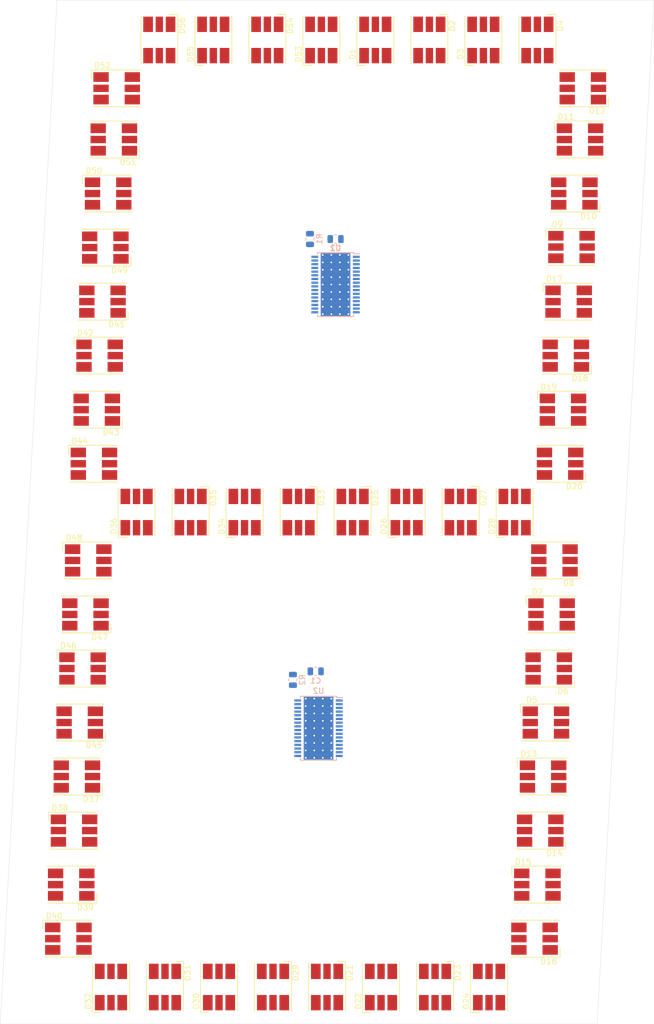
<source format=kicad_pcb>
(kicad_pcb (version 20171130) (host pcbnew "(5.1.2)-1")

  (general
    (thickness 1.6)
    (drawings 4)
    (tracks 0)
    (zones 0)
    (modules 62)
    (nets 180)
  )

  (page A4)
  (layers
    (0 F.Cu signal)
    (31 B.Cu signal)
    (32 B.Adhes user)
    (33 F.Adhes user)
    (34 B.Paste user)
    (35 F.Paste user)
    (36 B.SilkS user)
    (37 F.SilkS user)
    (38 B.Mask user)
    (39 F.Mask user)
    (40 Dwgs.User user)
    (41 Cmts.User user)
    (42 Eco1.User user)
    (43 Eco2.User user)
    (44 Edge.Cuts user)
    (45 Margin user)
    (46 B.CrtYd user)
    (47 F.CrtYd user)
    (48 B.Fab user)
    (49 F.Fab user)
  )

  (setup
    (last_trace_width 0.25)
    (trace_clearance 0.2)
    (zone_clearance 0.508)
    (zone_45_only no)
    (trace_min 0.2)
    (via_size 0.8)
    (via_drill 0.4)
    (via_min_size 0.4)
    (via_min_drill 0.3)
    (uvia_size 0.3)
    (uvia_drill 0.1)
    (uvias_allowed no)
    (uvia_min_size 0.2)
    (uvia_min_drill 0.1)
    (edge_width 0.05)
    (segment_width 0.2)
    (pcb_text_width 0.3)
    (pcb_text_size 1.5 1.5)
    (mod_edge_width 0.12)
    (mod_text_size 1 1)
    (mod_text_width 0.15)
    (pad_size 1.524 1.524)
    (pad_drill 0.762)
    (pad_to_mask_clearance 0.051)
    (solder_mask_min_width 0.25)
    (aux_axis_origin 0 0)
    (visible_elements 7FFFFFFF)
    (pcbplotparams
      (layerselection 0x010fc_ffffffff)
      (usegerberextensions false)
      (usegerberattributes false)
      (usegerberadvancedattributes false)
      (creategerberjobfile false)
      (excludeedgelayer true)
      (linewidth 0.100000)
      (plotframeref false)
      (viasonmask false)
      (mode 1)
      (useauxorigin false)
      (hpglpennumber 1)
      (hpglpenspeed 20)
      (hpglpendiameter 15.000000)
      (psnegative false)
      (psa4output false)
      (plotreference true)
      (plotvalue true)
      (plotinvisibletext false)
      (padsonsilk false)
      (subtractmaskfromsilk false)
      (outputformat 1)
      (mirror false)
      (drillshape 0)
      (scaleselection 1)
      (outputdirectory "Gerber/"))
  )

  (net 0 "")
  (net 1 GND)
  (net 2 VCC)
  (net 3 "Net-(D1-Pad6)")
  (net 4 "Net-(D1-Pad5)")
  (net 5 "Net-(D1-Pad4)")
  (net 6 "Net-(D1-Pad3)")
  (net 7 "Net-(D1-Pad2)")
  (net 8 "Net-(D1-Pad1)")
  (net 9 "Net-(D2-Pad6)")
  (net 10 "Net-(D2-Pad5)")
  (net 11 "Net-(D2-Pad4)")
  (net 12 "Net-(D10-Pad1)")
  (net 13 "Net-(D10-Pad2)")
  (net 14 "Net-(D10-Pad3)")
  (net 15 "Net-(D5-Pad3)")
  (net 16 "Net-(D5-Pad2)")
  (net 17 "Net-(D5-Pad1)")
  (net 18 "Net-(D13-Pad1)")
  (net 19 "Net-(D13-Pad2)")
  (net 20 "Net-(D13-Pad3)")
  (net 21 "Net-(D10-Pad6)")
  (net 22 "Net-(D10-Pad5)")
  (net 23 "Net-(D10-Pad4)")
  (net 24 "Net-(D11-Pad6)")
  (net 25 "Net-(D11-Pad5)")
  (net 26 "Net-(D11-Pad4)")
  (net 27 "Net-(D13-Pad6)")
  (net 28 "Net-(D13-Pad5)")
  (net 29 "Net-(D13-Pad4)")
  (net 30 "Net-(D14-Pad6)")
  (net 31 "Net-(D14-Pad5)")
  (net 32 "Net-(D14-Pad4)")
  (net 33 "Net-(D15-Pad6)")
  (net 34 "Net-(D15-Pad5)")
  (net 35 "Net-(D15-Pad4)")
  (net 36 "Net-(D17-Pad6)")
  (net 37 "Net-(D17-Pad5)")
  (net 38 "Net-(D17-Pad4)")
  (net 39 "Net-(D18-Pad6)")
  (net 40 "Net-(D18-Pad5)")
  (net 41 "Net-(D18-Pad4)")
  (net 42 "Net-(D19-Pad6)")
  (net 43 "Net-(D19-Pad5)")
  (net 44 "Net-(D19-Pad4)")
  (net 45 "Net-(D21-Pad6)")
  (net 46 "Net-(D21-Pad5)")
  (net 47 "Net-(D21-Pad4)")
  (net 48 Vdrive)
  (net 49 "Net-(D29-Pad6)")
  (net 50 "Net-(D29-Pad5)")
  (net 51 "Net-(D29-Pad4)")
  (net 52 "Net-(D29-Pad3)")
  (net 53 "Net-(D29-Pad2)")
  (net 54 "Net-(D29-Pad1)")
  (net 55 "Net-(D30-Pad6)")
  (net 56 "Net-(D30-Pad5)")
  (net 57 "Net-(D30-Pad4)")
  (net 58 "Net-(D31-Pad6)")
  (net 59 "Net-(D31-Pad5)")
  (net 60 "Net-(D31-Pad4)")
  (net 61 "Net-(D33-Pad6)")
  (net 62 "Net-(D33-Pad5)")
  (net 63 "Net-(D33-Pad4)")
  (net 64 "Net-(D33-Pad3)")
  (net 65 "Net-(D33-Pad2)")
  (net 66 "Net-(D33-Pad1)")
  (net 67 "Net-(D34-Pad6)")
  (net 68 "Net-(D34-Pad5)")
  (net 69 "Net-(D34-Pad4)")
  (net 70 "Net-(D35-Pad6)")
  (net 71 "Net-(D35-Pad5)")
  (net 72 "Net-(D35-Pad4)")
  (net 73 "Net-(D37-Pad6)")
  (net 74 "Net-(D37-Pad5)")
  (net 75 "Net-(D37-Pad4)")
  (net 76 "Net-(D38-Pad6)")
  (net 77 "Net-(D38-Pad5)")
  (net 78 "Net-(D38-Pad4)")
  (net 79 "Net-(D39-Pad6)")
  (net 80 "Net-(D39-Pad5)")
  (net 81 "Net-(D39-Pad4)")
  (net 82 "Net-(D41-Pad6)")
  (net 83 "Net-(D41-Pad5)")
  (net 84 "Net-(D41-Pad4)")
  (net 85 "Net-(D42-Pad6)")
  (net 86 "Net-(D42-Pad5)")
  (net 87 "Net-(D42-Pad4)")
  (net 88 "Net-(D43-Pad6)")
  (net 89 "Net-(D43-Pad5)")
  (net 90 "Net-(D43-Pad4)")
  (net 91 "Net-(D45-Pad6)")
  (net 92 "Net-(D45-Pad5)")
  (net 93 "Net-(D45-Pad4)")
  (net 94 "Net-(D46-Pad6)")
  (net 95 "Net-(D46-Pad5)")
  (net 96 "Net-(D46-Pad4)")
  (net 97 "Net-(D47-Pad6)")
  (net 98 "Net-(D47-Pad5)")
  (net 99 "Net-(D47-Pad4)")
  (net 100 "Net-(D49-Pad6)")
  (net 101 "Net-(D49-Pad5)")
  (net 102 "Net-(D49-Pad4)")
  (net 103 "Net-(R1-Pad1)")
  (net 104 "Net-(R2-Pad1)")
  (net 105 "Net-(U1-Pad33)")
  (net 106 "Net-(U1-Pad30)")
  (net 107 "Net-(U2-Pad33)")
  (net 108 "Net-(D3-Pad6)")
  (net 109 "Net-(D3-Pad5)")
  (net 110 "Net-(D3-Pad4)")
  (net 111 "Net-(D5-Pad6)")
  (net 112 "Net-(D5-Pad5)")
  (net 113 "Net-(D5-Pad4)")
  (net 114 "Net-(D6-Pad6)")
  (net 115 "Net-(D6-Pad5)")
  (net 116 "Net-(D6-Pad4)")
  (net 117 "Net-(D7-Pad6)")
  (net 118 "Net-(D7-Pad5)")
  (net 119 "Net-(D7-Pad4)")
  (net 120 "Net-(D9-Pad3)")
  (net 121 "Net-(D9-Pad2)")
  (net 122 "Net-(D9-Pad1)")
  (net 123 "Net-(D17-Pad3)")
  (net 124 "Net-(D17-Pad2)")
  (net 125 "Net-(D17-Pad1)")
  (net 126 "Net-(D21-Pad3)")
  (net 127 "Net-(D21-Pad2)")
  (net 128 "Net-(D21-Pad1)")
  (net 129 "Net-(D22-Pad6)")
  (net 130 "Net-(D22-Pad5)")
  (net 131 "Net-(D22-Pad4)")
  (net 132 "Net-(D23-Pad6)")
  (net 133 "Net-(D23-Pad5)")
  (net 134 "Net-(D23-Pad4)")
  (net 135 "Net-(D25-Pad6)")
  (net 136 "Net-(D25-Pad5)")
  (net 137 "Net-(D25-Pad4)")
  (net 138 "Net-(D25-Pad3)")
  (net 139 "Net-(D25-Pad2)")
  (net 140 "Net-(D25-Pad1)")
  (net 141 "Net-(D26-Pad6)")
  (net 142 "Net-(D26-Pad5)")
  (net 143 "Net-(D26-Pad4)")
  (net 144 "Net-(D27-Pad6)")
  (net 145 "Net-(D27-Pad5)")
  (net 146 "Net-(D27-Pad4)")
  (net 147 "Net-(D37-Pad3)")
  (net 148 "Net-(D37-Pad2)")
  (net 149 "Net-(D37-Pad1)")
  (net 150 "Net-(D41-Pad3)")
  (net 151 "Net-(D41-Pad2)")
  (net 152 "Net-(D41-Pad1)")
  (net 153 "Net-(D45-Pad3)")
  (net 154 "Net-(D45-Pad2)")
  (net 155 "Net-(D45-Pad1)")
  (net 156 "Net-(D49-Pad3)")
  (net 157 "Net-(D49-Pad2)")
  (net 158 "Net-(D49-Pad1)")
  (net 159 "Net-(D50-Pad6)")
  (net 160 "Net-(D50-Pad5)")
  (net 161 "Net-(D50-Pad4)")
  (net 162 "Net-(D51-Pad6)")
  (net 163 "Net-(D51-Pad5)")
  (net 164 "Net-(D51-Pad4)")
  (net 165 "Net-(D53-Pad6)")
  (net 166 "Net-(D53-Pad5)")
  (net 167 "Net-(D53-Pad4)")
  (net 168 "Net-(D53-Pad3)")
  (net 169 "Net-(D53-Pad2)")
  (net 170 "Net-(D53-Pad1)")
  (net 171 "Net-(D54-Pad6)")
  (net 172 "Net-(D54-Pad5)")
  (net 173 "Net-(D54-Pad4)")
  (net 174 "Net-(D55-Pad6)")
  (net 175 "Net-(D55-Pad5)")
  (net 176 "Net-(D55-Pad4)")
  (net 177 "Net-(J3-Pad8)")
  (net 178 "Net-(J3-Pad6)")
  (net 179 "Net-(J3-Pad4)")

  (net_class Default "Dies ist die voreingestellte Netzklasse."
    (clearance 0.2)
    (trace_width 0.25)
    (via_dia 0.8)
    (via_drill 0.4)
    (uvia_dia 0.3)
    (uvia_drill 0.1)
    (add_net GND)
    (add_net "Net-(D1-Pad1)")
    (add_net "Net-(D1-Pad2)")
    (add_net "Net-(D1-Pad3)")
    (add_net "Net-(D1-Pad4)")
    (add_net "Net-(D1-Pad5)")
    (add_net "Net-(D1-Pad6)")
    (add_net "Net-(D10-Pad1)")
    (add_net "Net-(D10-Pad2)")
    (add_net "Net-(D10-Pad3)")
    (add_net "Net-(D10-Pad4)")
    (add_net "Net-(D10-Pad5)")
    (add_net "Net-(D10-Pad6)")
    (add_net "Net-(D11-Pad4)")
    (add_net "Net-(D11-Pad5)")
    (add_net "Net-(D11-Pad6)")
    (add_net "Net-(D13-Pad1)")
    (add_net "Net-(D13-Pad2)")
    (add_net "Net-(D13-Pad3)")
    (add_net "Net-(D13-Pad4)")
    (add_net "Net-(D13-Pad5)")
    (add_net "Net-(D13-Pad6)")
    (add_net "Net-(D14-Pad4)")
    (add_net "Net-(D14-Pad5)")
    (add_net "Net-(D14-Pad6)")
    (add_net "Net-(D15-Pad4)")
    (add_net "Net-(D15-Pad5)")
    (add_net "Net-(D15-Pad6)")
    (add_net "Net-(D17-Pad1)")
    (add_net "Net-(D17-Pad2)")
    (add_net "Net-(D17-Pad3)")
    (add_net "Net-(D17-Pad4)")
    (add_net "Net-(D17-Pad5)")
    (add_net "Net-(D17-Pad6)")
    (add_net "Net-(D18-Pad4)")
    (add_net "Net-(D18-Pad5)")
    (add_net "Net-(D18-Pad6)")
    (add_net "Net-(D19-Pad4)")
    (add_net "Net-(D19-Pad5)")
    (add_net "Net-(D19-Pad6)")
    (add_net "Net-(D2-Pad4)")
    (add_net "Net-(D2-Pad5)")
    (add_net "Net-(D2-Pad6)")
    (add_net "Net-(D21-Pad1)")
    (add_net "Net-(D21-Pad2)")
    (add_net "Net-(D21-Pad3)")
    (add_net "Net-(D21-Pad4)")
    (add_net "Net-(D21-Pad5)")
    (add_net "Net-(D21-Pad6)")
    (add_net "Net-(D22-Pad4)")
    (add_net "Net-(D22-Pad5)")
    (add_net "Net-(D22-Pad6)")
    (add_net "Net-(D23-Pad4)")
    (add_net "Net-(D23-Pad5)")
    (add_net "Net-(D23-Pad6)")
    (add_net "Net-(D25-Pad1)")
    (add_net "Net-(D25-Pad2)")
    (add_net "Net-(D25-Pad3)")
    (add_net "Net-(D25-Pad4)")
    (add_net "Net-(D25-Pad5)")
    (add_net "Net-(D25-Pad6)")
    (add_net "Net-(D26-Pad4)")
    (add_net "Net-(D26-Pad5)")
    (add_net "Net-(D26-Pad6)")
    (add_net "Net-(D27-Pad4)")
    (add_net "Net-(D27-Pad5)")
    (add_net "Net-(D27-Pad6)")
    (add_net "Net-(D29-Pad1)")
    (add_net "Net-(D29-Pad2)")
    (add_net "Net-(D29-Pad3)")
    (add_net "Net-(D29-Pad4)")
    (add_net "Net-(D29-Pad5)")
    (add_net "Net-(D29-Pad6)")
    (add_net "Net-(D3-Pad4)")
    (add_net "Net-(D3-Pad5)")
    (add_net "Net-(D3-Pad6)")
    (add_net "Net-(D30-Pad4)")
    (add_net "Net-(D30-Pad5)")
    (add_net "Net-(D30-Pad6)")
    (add_net "Net-(D31-Pad4)")
    (add_net "Net-(D31-Pad5)")
    (add_net "Net-(D31-Pad6)")
    (add_net "Net-(D33-Pad1)")
    (add_net "Net-(D33-Pad2)")
    (add_net "Net-(D33-Pad3)")
    (add_net "Net-(D33-Pad4)")
    (add_net "Net-(D33-Pad5)")
    (add_net "Net-(D33-Pad6)")
    (add_net "Net-(D34-Pad4)")
    (add_net "Net-(D34-Pad5)")
    (add_net "Net-(D34-Pad6)")
    (add_net "Net-(D35-Pad4)")
    (add_net "Net-(D35-Pad5)")
    (add_net "Net-(D35-Pad6)")
    (add_net "Net-(D37-Pad1)")
    (add_net "Net-(D37-Pad2)")
    (add_net "Net-(D37-Pad3)")
    (add_net "Net-(D37-Pad4)")
    (add_net "Net-(D37-Pad5)")
    (add_net "Net-(D37-Pad6)")
    (add_net "Net-(D38-Pad4)")
    (add_net "Net-(D38-Pad5)")
    (add_net "Net-(D38-Pad6)")
    (add_net "Net-(D39-Pad4)")
    (add_net "Net-(D39-Pad5)")
    (add_net "Net-(D39-Pad6)")
    (add_net "Net-(D41-Pad1)")
    (add_net "Net-(D41-Pad2)")
    (add_net "Net-(D41-Pad3)")
    (add_net "Net-(D41-Pad4)")
    (add_net "Net-(D41-Pad5)")
    (add_net "Net-(D41-Pad6)")
    (add_net "Net-(D42-Pad4)")
    (add_net "Net-(D42-Pad5)")
    (add_net "Net-(D42-Pad6)")
    (add_net "Net-(D43-Pad4)")
    (add_net "Net-(D43-Pad5)")
    (add_net "Net-(D43-Pad6)")
    (add_net "Net-(D45-Pad1)")
    (add_net "Net-(D45-Pad2)")
    (add_net "Net-(D45-Pad3)")
    (add_net "Net-(D45-Pad4)")
    (add_net "Net-(D45-Pad5)")
    (add_net "Net-(D45-Pad6)")
    (add_net "Net-(D46-Pad4)")
    (add_net "Net-(D46-Pad5)")
    (add_net "Net-(D46-Pad6)")
    (add_net "Net-(D47-Pad4)")
    (add_net "Net-(D47-Pad5)")
    (add_net "Net-(D47-Pad6)")
    (add_net "Net-(D49-Pad1)")
    (add_net "Net-(D49-Pad2)")
    (add_net "Net-(D49-Pad3)")
    (add_net "Net-(D49-Pad4)")
    (add_net "Net-(D49-Pad5)")
    (add_net "Net-(D49-Pad6)")
    (add_net "Net-(D5-Pad1)")
    (add_net "Net-(D5-Pad2)")
    (add_net "Net-(D5-Pad3)")
    (add_net "Net-(D5-Pad4)")
    (add_net "Net-(D5-Pad5)")
    (add_net "Net-(D5-Pad6)")
    (add_net "Net-(D50-Pad4)")
    (add_net "Net-(D50-Pad5)")
    (add_net "Net-(D50-Pad6)")
    (add_net "Net-(D51-Pad4)")
    (add_net "Net-(D51-Pad5)")
    (add_net "Net-(D51-Pad6)")
    (add_net "Net-(D53-Pad1)")
    (add_net "Net-(D53-Pad2)")
    (add_net "Net-(D53-Pad3)")
    (add_net "Net-(D53-Pad4)")
    (add_net "Net-(D53-Pad5)")
    (add_net "Net-(D53-Pad6)")
    (add_net "Net-(D54-Pad4)")
    (add_net "Net-(D54-Pad5)")
    (add_net "Net-(D54-Pad6)")
    (add_net "Net-(D55-Pad4)")
    (add_net "Net-(D55-Pad5)")
    (add_net "Net-(D55-Pad6)")
    (add_net "Net-(D6-Pad4)")
    (add_net "Net-(D6-Pad5)")
    (add_net "Net-(D6-Pad6)")
    (add_net "Net-(D7-Pad4)")
    (add_net "Net-(D7-Pad5)")
    (add_net "Net-(D7-Pad6)")
    (add_net "Net-(D9-Pad1)")
    (add_net "Net-(D9-Pad2)")
    (add_net "Net-(D9-Pad3)")
    (add_net "Net-(J3-Pad4)")
    (add_net "Net-(J3-Pad6)")
    (add_net "Net-(J3-Pad8)")
    (add_net "Net-(R1-Pad1)")
    (add_net "Net-(R2-Pad1)")
    (add_net "Net-(U1-Pad30)")
    (add_net "Net-(U1-Pad33)")
    (add_net "Net-(U2-Pad33)")
    (add_net VCC)
    (add_net Vdrive)
  )

  (module Resistor_SMD:R_0805_2012Metric (layer B.Cu) (tedit 5B36C52B) (tstamp 5D6D07FF)
    (at 82 57 90)
    (descr "Resistor SMD 0805 (2012 Metric), square (rectangular) end terminal, IPC_7351 nominal, (Body size source: https://docs.google.com/spreadsheets/d/1BsfQQcO9C6DZCsRaXUlFlo91Tg2WpOkGARC1WS5S8t0/edit?usp=sharing), generated with kicad-footprint-generator")
    (tags resistor)
    (path /5DE16A67)
    (attr smd)
    (fp_text reference R1 (at 0 1.65 270) (layer B.SilkS)
      (effects (font (size 1 1) (thickness 0.15)) (justify mirror))
    )
    (fp_text value R_Small (at 0 -1.65 270) (layer B.Fab) hide
      (effects (font (size 1 1) (thickness 0.15)) (justify mirror))
    )
    (fp_line (start -1 -0.6) (end -1 0.6) (layer B.Fab) (width 0.1))
    (fp_line (start -1 0.6) (end 1 0.6) (layer B.Fab) (width 0.1))
    (fp_line (start 1 0.6) (end 1 -0.6) (layer B.Fab) (width 0.1))
    (fp_line (start 1 -0.6) (end -1 -0.6) (layer B.Fab) (width 0.1))
    (fp_line (start -0.258578 0.71) (end 0.258578 0.71) (layer B.SilkS) (width 0.12))
    (fp_line (start -0.258578 -0.71) (end 0.258578 -0.71) (layer B.SilkS) (width 0.12))
    (fp_line (start -1.68 -0.95) (end -1.68 0.95) (layer B.CrtYd) (width 0.05))
    (fp_line (start -1.68 0.95) (end 1.68 0.95) (layer B.CrtYd) (width 0.05))
    (fp_line (start 1.68 0.95) (end 1.68 -0.95) (layer B.CrtYd) (width 0.05))
    (fp_line (start 1.68 -0.95) (end -1.68 -0.95) (layer B.CrtYd) (width 0.05))
    (fp_text user %R (at 0 0 270) (layer B.Fab) hide
      (effects (font (size 0.5 0.5) (thickness 0.08)) (justify mirror))
    )
    (pad 1 smd roundrect (at -0.9375 0 90) (size 0.975 1.4) (layers B.Cu B.Paste B.Mask) (roundrect_rratio 0.25)
      (net 103 "Net-(R1-Pad1)"))
    (pad 2 smd roundrect (at 0.9375 0 90) (size 0.975 1.4) (layers B.Cu B.Paste B.Mask) (roundrect_rratio 0.25)
      (net 1 GND))
    (model ${KISYS3DMOD}/Resistor_SMD.3dshapes/R_0805_2012Metric.wrl
      (at (xyz 0 0 0))
      (scale (xyz 1 1 1))
      (rotate (xyz 0 0 0))
    )
  )

  (module Resistor_SMD:R_0805_2012Metric (layer B.Cu) (tedit 5B36C52B) (tstamp 5D6F297F)
    (at 79 134.5 90)
    (descr "Resistor SMD 0805 (2012 Metric), square (rectangular) end terminal, IPC_7351 nominal, (Body size source: https://docs.google.com/spreadsheets/d/1BsfQQcO9C6DZCsRaXUlFlo91Tg2WpOkGARC1WS5S8t0/edit?usp=sharing), generated with kicad-footprint-generator")
    (tags resistor)
    (path /5E0458A4)
    (attr smd)
    (fp_text reference R2 (at 0 1.65 270) (layer B.SilkS)
      (effects (font (size 1 1) (thickness 0.15)) (justify mirror))
    )
    (fp_text value R_Small (at 0 -1.65 270) (layer B.Fab) hide
      (effects (font (size 1 1) (thickness 0.15)) (justify mirror))
    )
    (fp_text user %R (at 0 0 270) (layer B.Fab) hide
      (effects (font (size 0.5 0.5) (thickness 0.08)) (justify mirror))
    )
    (fp_line (start 1.68 -0.95) (end -1.68 -0.95) (layer B.CrtYd) (width 0.05))
    (fp_line (start 1.68 0.95) (end 1.68 -0.95) (layer B.CrtYd) (width 0.05))
    (fp_line (start -1.68 0.95) (end 1.68 0.95) (layer B.CrtYd) (width 0.05))
    (fp_line (start -1.68 -0.95) (end -1.68 0.95) (layer B.CrtYd) (width 0.05))
    (fp_line (start -0.258578 -0.71) (end 0.258578 -0.71) (layer B.SilkS) (width 0.12))
    (fp_line (start -0.258578 0.71) (end 0.258578 0.71) (layer B.SilkS) (width 0.12))
    (fp_line (start 1 -0.6) (end -1 -0.6) (layer B.Fab) (width 0.1))
    (fp_line (start 1 0.6) (end 1 -0.6) (layer B.Fab) (width 0.1))
    (fp_line (start -1 0.6) (end 1 0.6) (layer B.Fab) (width 0.1))
    (fp_line (start -1 -0.6) (end -1 0.6) (layer B.Fab) (width 0.1))
    (pad 2 smd roundrect (at 0.9375 0 90) (size 0.975 1.4) (layers B.Cu B.Paste B.Mask) (roundrect_rratio 0.25)
      (net 1 GND))
    (pad 1 smd roundrect (at -0.9375 0 90) (size 0.975 1.4) (layers B.Cu B.Paste B.Mask) (roundrect_rratio 0.25)
      (net 104 "Net-(R2-Pad1)"))
    (model ${KISYS3DMOD}/Resistor_SMD.3dshapes/R_0805_2012Metric.wrl
      (at (xyz 0 0 0))
      (scale (xyz 1 1 1))
      (rotate (xyz 0 0 0))
    )
  )

  (module Package_SO:HTSSOP-32-1EP_6.1x11mm_P0.65mm_EP5.2x11mm_Mask4.11x4.36mm_ThermalVias (layer B.Cu) (tedit 5A671D40) (tstamp 5D6D0A1B)
    (at 86.5 65 180)
    (descr "HTSSOP32: plastic thin shrink small outline package; 32 leads; body width 6.1 mm; lead pitch 0.65 mm (see NXP SSOP-TSSOP-VSO-REFLOW.pdf and sot487-1_po.pdf)")
    (tags "SSOP 0.65 PowerPAD")
    (path /5D9B001C)
    (attr smd)
    (fp_text reference U1 (at 0 6.55) (layer B.SilkS)
      (effects (font (size 1 1) (thickness 0.15)) (justify mirror))
    )
    (fp_text value TLC5952 (at 0 -6.55) (layer B.Fab) hide
      (effects (font (size 1 1) (thickness 0.15)) (justify mirror))
    )
    (fp_line (start 3.05 -5.5) (end -3.05 -5.5) (layer B.Fab) (width 0.15))
    (fp_line (start -3.05 -5.5) (end -3.05 4.5) (layer B.Fab) (width 0.15))
    (fp_line (start -3.05 4.5) (end -2.05 5.5) (layer B.Fab) (width 0.15))
    (fp_line (start -2.05 5.5) (end 3.05 5.5) (layer B.Fab) (width 0.15))
    (fp_line (start 3.05 5.5) (end 3.05 -5.5) (layer B.Fab) (width 0.15))
    (fp_line (start -4.5 5.8) (end -4.5 -5.8) (layer B.CrtYd) (width 0.05))
    (fp_line (start -4.5 -5.8) (end 4.5 -5.8) (layer B.CrtYd) (width 0.05))
    (fp_line (start 4.5 -5.8) (end 4.5 5.8) (layer B.CrtYd) (width 0.05))
    (fp_line (start 4.5 5.8) (end -4.5 5.8) (layer B.CrtYd) (width 0.05))
    (fp_line (start -4.25 5.4) (end -3.175 5.4) (layer B.SilkS) (width 0.15))
    (fp_line (start -3.175 5.4) (end -3.175 5.625) (layer B.SilkS) (width 0.15))
    (fp_line (start -3.175 5.625) (end 3.175 5.625) (layer B.SilkS) (width 0.15))
    (fp_line (start 3.175 5.625) (end 3.175 5.3) (layer B.SilkS) (width 0.15))
    (fp_line (start -3.175 -5.3) (end -3.175 -5.625) (layer B.SilkS) (width 0.15))
    (fp_line (start -3.175 -5.625) (end 3.175 -5.625) (layer B.SilkS) (width 0.15))
    (fp_line (start 3.175 -5.625) (end 3.175 -5.3) (layer B.SilkS) (width 0.15))
    (fp_text user %R (at 0 0) (layer B.Fab) hide
      (effects (font (size 0.8 0.8) (thickness 0.15)) (justify mirror))
    )
    (pad 1 smd rect (at -3.65 4.875 180) (size 1.2 0.4) (layers B.Cu B.Paste B.Mask)
      (net 1 GND))
    (pad 2 smd rect (at -3.65 4.225 180) (size 1.2 0.4) (layers B.Cu B.Paste B.Mask))
    (pad 3 smd rect (at -3.65 3.575 180) (size 1.2 0.4) (layers B.Cu B.Paste B.Mask)
      (net 179 "Net-(J3-Pad4)"))
    (pad 4 smd rect (at -3.65 2.925 180) (size 1.2 0.4) (layers B.Cu B.Paste B.Mask)
      (net 178 "Net-(J3-Pad6)"))
    (pad 5 smd rect (at -3.65 2.275 180) (size 1.2 0.4) (layers B.Cu B.Paste B.Mask)
      (net 6 "Net-(D1-Pad3)"))
    (pad 6 smd rect (at -3.65 1.625 180) (size 1.2 0.4) (layers B.Cu B.Paste B.Mask)
      (net 7 "Net-(D1-Pad2)"))
    (pad 7 smd rect (at -3.65 0.975 180) (size 1.2 0.4) (layers B.Cu B.Paste B.Mask)
      (net 8 "Net-(D1-Pad1)"))
    (pad 8 smd rect (at -3.65 0.325 180) (size 1.2 0.4) (layers B.Cu B.Paste B.Mask)
      (net 120 "Net-(D9-Pad3)"))
    (pad 9 smd rect (at -3.65 -0.325 180) (size 1.2 0.4) (layers B.Cu B.Paste B.Mask)
      (net 121 "Net-(D9-Pad2)"))
    (pad 10 smd rect (at -3.65 -0.975 180) (size 1.2 0.4) (layers B.Cu B.Paste B.Mask)
      (net 122 "Net-(D9-Pad1)"))
    (pad 11 smd rect (at -3.65 -1.625 180) (size 1.2 0.4) (layers B.Cu B.Paste B.Mask)
      (net 123 "Net-(D17-Pad3)"))
    (pad 12 smd rect (at -3.65 -2.275 180) (size 1.2 0.4) (layers B.Cu B.Paste B.Mask)
      (net 124 "Net-(D17-Pad2)"))
    (pad 13 smd rect (at -3.65 -2.925 180) (size 1.2 0.4) (layers B.Cu B.Paste B.Mask)
      (net 125 "Net-(D17-Pad1)"))
    (pad 14 smd rect (at -3.65 -3.575 180) (size 1.2 0.4) (layers B.Cu B.Paste B.Mask)
      (net 138 "Net-(D25-Pad3)"))
    (pad 15 smd rect (at -3.65 -4.225 180) (size 1.2 0.4) (layers B.Cu B.Paste B.Mask)
      (net 139 "Net-(D25-Pad2)"))
    (pad 16 smd rect (at -3.65 -4.875 180) (size 1.2 0.4) (layers B.Cu B.Paste B.Mask)
      (net 140 "Net-(D25-Pad1)"))
    (pad 17 smd rect (at 3.65 -4.875 180) (size 1.2 0.4) (layers B.Cu B.Paste B.Mask)
      (net 64 "Net-(D33-Pad3)"))
    (pad 18 smd rect (at 3.65 -4.225 180) (size 1.2 0.4) (layers B.Cu B.Paste B.Mask)
      (net 65 "Net-(D33-Pad2)"))
    (pad 19 smd rect (at 3.65 -3.575 180) (size 1.2 0.4) (layers B.Cu B.Paste B.Mask)
      (net 66 "Net-(D33-Pad1)"))
    (pad 20 smd rect (at 3.65 -2.925 180) (size 1.2 0.4) (layers B.Cu B.Paste B.Mask)
      (net 150 "Net-(D41-Pad3)"))
    (pad 21 smd rect (at 3.65 -2.275 180) (size 1.2 0.4) (layers B.Cu B.Paste B.Mask)
      (net 151 "Net-(D41-Pad2)"))
    (pad 22 smd rect (at 3.65 -1.625 180) (size 1.2 0.4) (layers B.Cu B.Paste B.Mask)
      (net 152 "Net-(D41-Pad1)"))
    (pad 23 smd rect (at 3.65 -0.975 180) (size 1.2 0.4) (layers B.Cu B.Paste B.Mask)
      (net 156 "Net-(D49-Pad3)"))
    (pad 24 smd rect (at 3.65 -0.325 180) (size 1.2 0.4) (layers B.Cu B.Paste B.Mask)
      (net 157 "Net-(D49-Pad2)"))
    (pad 25 smd rect (at 3.65 0.325 180) (size 1.2 0.4) (layers B.Cu B.Paste B.Mask)
      (net 158 "Net-(D49-Pad1)"))
    (pad 26 smd rect (at 3.65 0.975 180) (size 1.2 0.4) (layers B.Cu B.Paste B.Mask)
      (net 168 "Net-(D53-Pad3)"))
    (pad 27 smd rect (at 3.65 1.625 180) (size 1.2 0.4) (layers B.Cu B.Paste B.Mask)
      (net 169 "Net-(D53-Pad2)"))
    (pad 28 smd rect (at 3.65 2.275 180) (size 1.2 0.4) (layers B.Cu B.Paste B.Mask)
      (net 170 "Net-(D53-Pad1)"))
    (pad 29 smd rect (at 3.65 2.925 180) (size 1.2 0.4) (layers B.Cu B.Paste B.Mask)
      (net 177 "Net-(J3-Pad8)"))
    (pad 30 smd rect (at 3.65 3.575 180) (size 1.2 0.4) (layers B.Cu B.Paste B.Mask)
      (net 106 "Net-(U1-Pad30)"))
    (pad 31 smd rect (at 3.65 4.225 180) (size 1.2 0.4) (layers B.Cu B.Paste B.Mask)
      (net 2 VCC))
    (pad 32 smd rect (at 3.65 4.875 180) (size 1.2 0.4) (layers B.Cu B.Paste B.Mask)
      (net 103 "Net-(R1-Pad1)"))
    (pad 33 smd rect (at 0 0 180) (size 5.2 11) (layers B.Cu)
      (net 105 "Net-(U1-Pad33)"))
    (pad "" smd rect (at 0 0 180) (size 4.11 4.36) (layers B.Mask))
    (pad 33 thru_hole circle (at -2.25 5.2 180) (size 0.6 0.6) (drill 0.3) (layers *.Cu)
      (net 105 "Net-(U1-Pad33)"))
    (pad 33 thru_hole circle (at -0.75 5.2 180) (size 0.6 0.6) (drill 0.3) (layers *.Cu)
      (net 105 "Net-(U1-Pad33)"))
    (pad 33 thru_hole circle (at 0.75 5.2 180) (size 0.6 0.6) (drill 0.3) (layers *.Cu)
      (net 105 "Net-(U1-Pad33)"))
    (pad 33 thru_hole circle (at 2.25 5.2 180) (size 0.6 0.6) (drill 0.3) (layers *.Cu)
      (net 105 "Net-(U1-Pad33)"))
    (pad 33 thru_hole circle (at -2.25 3.9 180) (size 0.6 0.6) (drill 0.3) (layers *.Cu)
      (net 105 "Net-(U1-Pad33)"))
    (pad 33 thru_hole circle (at -0.75 3.9 180) (size 0.6 0.6) (drill 0.3) (layers *.Cu)
      (net 105 "Net-(U1-Pad33)"))
    (pad 33 thru_hole circle (at 0.75 3.9 180) (size 0.6 0.6) (drill 0.3) (layers *.Cu)
      (net 105 "Net-(U1-Pad33)"))
    (pad 33 thru_hole circle (at 2.25 3.9 180) (size 0.6 0.6) (drill 0.3) (layers *.Cu)
      (net 105 "Net-(U1-Pad33)"))
    (pad 33 thru_hole circle (at 2.25 2.6 180) (size 0.6 0.6) (drill 0.3) (layers *.Cu)
      (net 105 "Net-(U1-Pad33)"))
    (pad 33 thru_hole circle (at -2.25 1.3 180) (size 0.6 0.6) (drill 0.3) (layers *.Cu)
      (net 105 "Net-(U1-Pad33)"))
    (pad 33 thru_hole circle (at 2.25 1.3 180) (size 0.6 0.6) (drill 0.3) (layers *.Cu)
      (net 105 "Net-(U1-Pad33)"))
    (pad 33 thru_hole circle (at -0.75 1.3 180) (size 0.6 0.6) (drill 0.3) (layers *.Cu)
      (net 105 "Net-(U1-Pad33)"))
    (pad 33 thru_hole circle (at -2.25 2.6 180) (size 0.6 0.6) (drill 0.3) (layers *.Cu)
      (net 105 "Net-(U1-Pad33)"))
    (pad 33 thru_hole circle (at -0.75 2.6 180) (size 0.6 0.6) (drill 0.3) (layers *.Cu)
      (net 105 "Net-(U1-Pad33)"))
    (pad 33 thru_hole circle (at 0.75 2.6 180) (size 0.6 0.6) (drill 0.3) (layers *.Cu)
      (net 105 "Net-(U1-Pad33)"))
    (pad 33 thru_hole circle (at 0.75 1.3 180) (size 0.6 0.6) (drill 0.3) (layers *.Cu)
      (net 105 "Net-(U1-Pad33)"))
    (pad 33 thru_hole circle (at 2.25 0 180) (size 0.6 0.6) (drill 0.3) (layers *.Cu)
      (net 105 "Net-(U1-Pad33)"))
    (pad 33 thru_hole circle (at -2.25 -1.3 180) (size 0.6 0.6) (drill 0.3) (layers *.Cu)
      (net 105 "Net-(U1-Pad33)"))
    (pad 33 thru_hole circle (at 2.25 -1.3 180) (size 0.6 0.6) (drill 0.3) (layers *.Cu)
      (net 105 "Net-(U1-Pad33)"))
    (pad 33 thru_hole circle (at -0.75 -1.3 180) (size 0.6 0.6) (drill 0.3) (layers *.Cu)
      (net 105 "Net-(U1-Pad33)"))
    (pad 33 thru_hole circle (at -2.25 0 180) (size 0.6 0.6) (drill 0.3) (layers *.Cu)
      (net 105 "Net-(U1-Pad33)"))
    (pad 33 thru_hole circle (at -0.75 0 180) (size 0.6 0.6) (drill 0.3) (layers *.Cu)
      (net 105 "Net-(U1-Pad33)"))
    (pad 33 thru_hole circle (at 0.75 0 180) (size 0.6 0.6) (drill 0.3) (layers *.Cu)
      (net 105 "Net-(U1-Pad33)"))
    (pad 33 thru_hole circle (at 0.75 -1.3 180) (size 0.6 0.6) (drill 0.3) (layers *.Cu)
      (net 105 "Net-(U1-Pad33)"))
    (pad 33 thru_hole circle (at 2.25 -2.6 180) (size 0.6 0.6) (drill 0.3) (layers *.Cu)
      (net 105 "Net-(U1-Pad33)"))
    (pad 33 thru_hole circle (at -2.25 -3.9 180) (size 0.6 0.6) (drill 0.3) (layers *.Cu)
      (net 105 "Net-(U1-Pad33)"))
    (pad 33 thru_hole circle (at 2.25 -3.9 180) (size 0.6 0.6) (drill 0.3) (layers *.Cu)
      (net 105 "Net-(U1-Pad33)"))
    (pad 33 thru_hole circle (at -0.75 -3.9 180) (size 0.6 0.6) (drill 0.3) (layers *.Cu)
      (net 105 "Net-(U1-Pad33)"))
    (pad 33 thru_hole circle (at -2.25 -2.6 180) (size 0.6 0.6) (drill 0.3) (layers *.Cu)
      (net 105 "Net-(U1-Pad33)"))
    (pad 33 thru_hole circle (at -0.75 -2.6 180) (size 0.6 0.6) (drill 0.3) (layers *.Cu)
      (net 105 "Net-(U1-Pad33)"))
    (pad 33 thru_hole circle (at 0.75 -2.6 180) (size 0.6 0.6) (drill 0.3) (layers *.Cu)
      (net 105 "Net-(U1-Pad33)"))
    (pad 33 thru_hole circle (at 0.75 -3.9 180) (size 0.6 0.6) (drill 0.3) (layers *.Cu)
      (net 105 "Net-(U1-Pad33)"))
    (pad 33 thru_hole circle (at -0.75 -5.2 180) (size 0.6 0.6) (drill 0.3) (layers *.Cu)
      (net 105 "Net-(U1-Pad33)"))
    (pad 33 thru_hole circle (at -2.25 -5.2 180) (size 0.6 0.6) (drill 0.3) (layers *.Cu)
      (net 105 "Net-(U1-Pad33)"))
    (pad 33 thru_hole circle (at 2.25 -5.2 180) (size 0.6 0.6) (drill 0.3) (layers *.Cu)
      (net 105 "Net-(U1-Pad33)"))
    (pad 33 thru_hole circle (at 0.75 -5.2 180) (size 0.6 0.6) (drill 0.3) (layers *.Cu)
      (net 105 "Net-(U1-Pad33)"))
    (pad "" smd rect (at 0 0.65 180) (size 1.2 1) (layers B.Paste))
    (pad "" smd rect (at 0 -0.65 180) (size 1.2 1) (layers B.Paste))
    (pad "" smd rect (at 0 -1.725 180) (size 1.2 0.55) (layers B.Paste))
    (pad "" smd rect (at 0 1.725 180) (size 1.2 0.55) (layers B.Paste))
    (pad "" smd rect (at -1.365 0.65 180) (size 0.93 1) (layers B.Paste))
    (pad "" smd rect (at -1.365 -0.65 180) (size 0.93 1) (layers B.Paste))
    (pad "" smd rect (at 1.365 -0.65 180) (size 0.93 1) (layers B.Paste))
    (pad "" smd rect (at 1.365 0.65 180) (size 0.93 1) (layers B.Paste))
    (pad "" smd rect (at 1.365 1.725 180) (size 0.93 0.55) (layers B.Paste))
    (pad "" smd rect (at 1.365 -1.725 180) (size 0.93 0.55) (layers B.Paste))
    (pad "" smd rect (at -1.365 -1.725 180) (size 0.93 0.55) (layers B.Paste))
    (pad "" smd rect (at -1.365 1.725 180) (size 0.93 0.55) (layers B.Paste))
    (pad 33 smd rect (at 0 0 180) (size 5.2 11) (layers F.Cu)
      (net 105 "Net-(U1-Pad33)"))
    (model ${KISYS3DMOD}/Package_SO.3dshapes/HTSSOP-32-1EP_6.1x11mm_P0.65mm_EP5.2x11mm.wrl
      (at (xyz 0 0 0))
      (scale (xyz 1 1 1))
      (rotate (xyz 0 0 0))
    )
  )

  (module Package_SO:HTSSOP-32-1EP_6.1x11mm_P0.65mm_EP5.2x11mm_Mask4.11x4.36mm_ThermalVias (layer B.Cu) (tedit 5A671D40) (tstamp 5D6F2A36)
    (at 83.5 143 180)
    (descr "HTSSOP32: plastic thin shrink small outline package; 32 leads; body width 6.1 mm; lead pitch 0.65 mm (see NXP SSOP-TSSOP-VSO-REFLOW.pdf and sot487-1_po.pdf)")
    (tags "SSOP 0.65 PowerPAD")
    (path /5E045839)
    (attr smd)
    (fp_text reference U2 (at 0 6.55) (layer B.SilkS)
      (effects (font (size 1 1) (thickness 0.15)) (justify mirror))
    )
    (fp_text value TLC5952 (at 0 -6.55) (layer B.Fab) hide
      (effects (font (size 1 1) (thickness 0.15)) (justify mirror))
    )
    (fp_text user %R (at 0 0) (layer B.Fab) hide
      (effects (font (size 0.8 0.8) (thickness 0.15)) (justify mirror))
    )
    (fp_line (start 3.175 -5.625) (end 3.175 -5.3) (layer B.SilkS) (width 0.15))
    (fp_line (start -3.175 -5.625) (end 3.175 -5.625) (layer B.SilkS) (width 0.15))
    (fp_line (start -3.175 -5.3) (end -3.175 -5.625) (layer B.SilkS) (width 0.15))
    (fp_line (start 3.175 5.625) (end 3.175 5.3) (layer B.SilkS) (width 0.15))
    (fp_line (start -3.175 5.625) (end 3.175 5.625) (layer B.SilkS) (width 0.15))
    (fp_line (start -3.175 5.4) (end -3.175 5.625) (layer B.SilkS) (width 0.15))
    (fp_line (start -4.25 5.4) (end -3.175 5.4) (layer B.SilkS) (width 0.15))
    (fp_line (start 4.5 5.8) (end -4.5 5.8) (layer B.CrtYd) (width 0.05))
    (fp_line (start 4.5 -5.8) (end 4.5 5.8) (layer B.CrtYd) (width 0.05))
    (fp_line (start -4.5 -5.8) (end 4.5 -5.8) (layer B.CrtYd) (width 0.05))
    (fp_line (start -4.5 5.8) (end -4.5 -5.8) (layer B.CrtYd) (width 0.05))
    (fp_line (start 3.05 5.5) (end 3.05 -5.5) (layer B.Fab) (width 0.15))
    (fp_line (start -2.05 5.5) (end 3.05 5.5) (layer B.Fab) (width 0.15))
    (fp_line (start -3.05 4.5) (end -2.05 5.5) (layer B.Fab) (width 0.15))
    (fp_line (start -3.05 -5.5) (end -3.05 4.5) (layer B.Fab) (width 0.15))
    (fp_line (start 3.05 -5.5) (end -3.05 -5.5) (layer B.Fab) (width 0.15))
    (pad 33 smd rect (at 0 0 180) (size 5.2 11) (layers F.Cu)
      (net 107 "Net-(U2-Pad33)"))
    (pad "" smd rect (at -1.365 1.725 180) (size 0.93 0.55) (layers B.Paste))
    (pad "" smd rect (at -1.365 -1.725 180) (size 0.93 0.55) (layers B.Paste))
    (pad "" smd rect (at 1.365 -1.725 180) (size 0.93 0.55) (layers B.Paste))
    (pad "" smd rect (at 1.365 1.725 180) (size 0.93 0.55) (layers B.Paste))
    (pad "" smd rect (at 1.365 0.65 180) (size 0.93 1) (layers B.Paste))
    (pad "" smd rect (at 1.365 -0.65 180) (size 0.93 1) (layers B.Paste))
    (pad "" smd rect (at -1.365 -0.65 180) (size 0.93 1) (layers B.Paste))
    (pad "" smd rect (at -1.365 0.65 180) (size 0.93 1) (layers B.Paste))
    (pad "" smd rect (at 0 1.725 180) (size 1.2 0.55) (layers B.Paste))
    (pad "" smd rect (at 0 -1.725 180) (size 1.2 0.55) (layers B.Paste))
    (pad "" smd rect (at 0 -0.65 180) (size 1.2 1) (layers B.Paste))
    (pad "" smd rect (at 0 0.65 180) (size 1.2 1) (layers B.Paste))
    (pad 33 thru_hole circle (at 0.75 -5.2 180) (size 0.6 0.6) (drill 0.3) (layers *.Cu)
      (net 107 "Net-(U2-Pad33)"))
    (pad 33 thru_hole circle (at 2.25 -5.2 180) (size 0.6 0.6) (drill 0.3) (layers *.Cu)
      (net 107 "Net-(U2-Pad33)"))
    (pad 33 thru_hole circle (at -2.25 -5.2 180) (size 0.6 0.6) (drill 0.3) (layers *.Cu)
      (net 107 "Net-(U2-Pad33)"))
    (pad 33 thru_hole circle (at -0.75 -5.2 180) (size 0.6 0.6) (drill 0.3) (layers *.Cu)
      (net 107 "Net-(U2-Pad33)"))
    (pad 33 thru_hole circle (at 0.75 -3.9 180) (size 0.6 0.6) (drill 0.3) (layers *.Cu)
      (net 107 "Net-(U2-Pad33)"))
    (pad 33 thru_hole circle (at 0.75 -2.6 180) (size 0.6 0.6) (drill 0.3) (layers *.Cu)
      (net 107 "Net-(U2-Pad33)"))
    (pad 33 thru_hole circle (at -0.75 -2.6 180) (size 0.6 0.6) (drill 0.3) (layers *.Cu)
      (net 107 "Net-(U2-Pad33)"))
    (pad 33 thru_hole circle (at -2.25 -2.6 180) (size 0.6 0.6) (drill 0.3) (layers *.Cu)
      (net 107 "Net-(U2-Pad33)"))
    (pad 33 thru_hole circle (at -0.75 -3.9 180) (size 0.6 0.6) (drill 0.3) (layers *.Cu)
      (net 107 "Net-(U2-Pad33)"))
    (pad 33 thru_hole circle (at 2.25 -3.9 180) (size 0.6 0.6) (drill 0.3) (layers *.Cu)
      (net 107 "Net-(U2-Pad33)"))
    (pad 33 thru_hole circle (at -2.25 -3.9 180) (size 0.6 0.6) (drill 0.3) (layers *.Cu)
      (net 107 "Net-(U2-Pad33)"))
    (pad 33 thru_hole circle (at 2.25 -2.6 180) (size 0.6 0.6) (drill 0.3) (layers *.Cu)
      (net 107 "Net-(U2-Pad33)"))
    (pad 33 thru_hole circle (at 0.75 -1.3 180) (size 0.6 0.6) (drill 0.3) (layers *.Cu)
      (net 107 "Net-(U2-Pad33)"))
    (pad 33 thru_hole circle (at 0.75 0 180) (size 0.6 0.6) (drill 0.3) (layers *.Cu)
      (net 107 "Net-(U2-Pad33)"))
    (pad 33 thru_hole circle (at -0.75 0 180) (size 0.6 0.6) (drill 0.3) (layers *.Cu)
      (net 107 "Net-(U2-Pad33)"))
    (pad 33 thru_hole circle (at -2.25 0 180) (size 0.6 0.6) (drill 0.3) (layers *.Cu)
      (net 107 "Net-(U2-Pad33)"))
    (pad 33 thru_hole circle (at -0.75 -1.3 180) (size 0.6 0.6) (drill 0.3) (layers *.Cu)
      (net 107 "Net-(U2-Pad33)"))
    (pad 33 thru_hole circle (at 2.25 -1.3 180) (size 0.6 0.6) (drill 0.3) (layers *.Cu)
      (net 107 "Net-(U2-Pad33)"))
    (pad 33 thru_hole circle (at -2.25 -1.3 180) (size 0.6 0.6) (drill 0.3) (layers *.Cu)
      (net 107 "Net-(U2-Pad33)"))
    (pad 33 thru_hole circle (at 2.25 0 180) (size 0.6 0.6) (drill 0.3) (layers *.Cu)
      (net 107 "Net-(U2-Pad33)"))
    (pad 33 thru_hole circle (at 0.75 1.3 180) (size 0.6 0.6) (drill 0.3) (layers *.Cu)
      (net 107 "Net-(U2-Pad33)"))
    (pad 33 thru_hole circle (at 0.75 2.6 180) (size 0.6 0.6) (drill 0.3) (layers *.Cu)
      (net 107 "Net-(U2-Pad33)"))
    (pad 33 thru_hole circle (at -0.75 2.6 180) (size 0.6 0.6) (drill 0.3) (layers *.Cu)
      (net 107 "Net-(U2-Pad33)"))
    (pad 33 thru_hole circle (at -2.25 2.6 180) (size 0.6 0.6) (drill 0.3) (layers *.Cu)
      (net 107 "Net-(U2-Pad33)"))
    (pad 33 thru_hole circle (at -0.75 1.3 180) (size 0.6 0.6) (drill 0.3) (layers *.Cu)
      (net 107 "Net-(U2-Pad33)"))
    (pad 33 thru_hole circle (at 2.25 1.3 180) (size 0.6 0.6) (drill 0.3) (layers *.Cu)
      (net 107 "Net-(U2-Pad33)"))
    (pad 33 thru_hole circle (at -2.25 1.3 180) (size 0.6 0.6) (drill 0.3) (layers *.Cu)
      (net 107 "Net-(U2-Pad33)"))
    (pad 33 thru_hole circle (at 2.25 2.6 180) (size 0.6 0.6) (drill 0.3) (layers *.Cu)
      (net 107 "Net-(U2-Pad33)"))
    (pad 33 thru_hole circle (at 2.25 3.9 180) (size 0.6 0.6) (drill 0.3) (layers *.Cu)
      (net 107 "Net-(U2-Pad33)"))
    (pad 33 thru_hole circle (at 0.75 3.9 180) (size 0.6 0.6) (drill 0.3) (layers *.Cu)
      (net 107 "Net-(U2-Pad33)"))
    (pad 33 thru_hole circle (at -0.75 3.9 180) (size 0.6 0.6) (drill 0.3) (layers *.Cu)
      (net 107 "Net-(U2-Pad33)"))
    (pad 33 thru_hole circle (at -2.25 3.9 180) (size 0.6 0.6) (drill 0.3) (layers *.Cu)
      (net 107 "Net-(U2-Pad33)"))
    (pad 33 thru_hole circle (at 2.25 5.2 180) (size 0.6 0.6) (drill 0.3) (layers *.Cu)
      (net 107 "Net-(U2-Pad33)"))
    (pad 33 thru_hole circle (at 0.75 5.2 180) (size 0.6 0.6) (drill 0.3) (layers *.Cu)
      (net 107 "Net-(U2-Pad33)"))
    (pad 33 thru_hole circle (at -0.75 5.2 180) (size 0.6 0.6) (drill 0.3) (layers *.Cu)
      (net 107 "Net-(U2-Pad33)"))
    (pad 33 thru_hole circle (at -2.25 5.2 180) (size 0.6 0.6) (drill 0.3) (layers *.Cu)
      (net 107 "Net-(U2-Pad33)"))
    (pad "" smd rect (at 0 0 180) (size 4.11 4.36) (layers B.Mask))
    (pad 33 smd rect (at 0 0 180) (size 5.2 11) (layers B.Cu)
      (net 107 "Net-(U2-Pad33)"))
    (pad 32 smd rect (at 3.65 4.875 180) (size 1.2 0.4) (layers B.Cu B.Paste B.Mask)
      (net 104 "Net-(R2-Pad1)"))
    (pad 31 smd rect (at 3.65 4.225 180) (size 1.2 0.4) (layers B.Cu B.Paste B.Mask)
      (net 2 VCC))
    (pad 30 smd rect (at 3.65 3.575 180) (size 1.2 0.4) (layers B.Cu B.Paste B.Mask))
    (pad 29 smd rect (at 3.65 2.925 180) (size 1.2 0.4) (layers B.Cu B.Paste B.Mask)
      (net 177 "Net-(J3-Pad8)"))
    (pad 28 smd rect (at 3.65 2.275 180) (size 1.2 0.4) (layers B.Cu B.Paste B.Mask))
    (pad 27 smd rect (at 3.65 1.625 180) (size 1.2 0.4) (layers B.Cu B.Paste B.Mask))
    (pad 26 smd rect (at 3.65 0.975 180) (size 1.2 0.4) (layers B.Cu B.Paste B.Mask))
    (pad 25 smd rect (at 3.65 0.325 180) (size 1.2 0.4) (layers B.Cu B.Paste B.Mask))
    (pad 24 smd rect (at 3.65 -0.325 180) (size 1.2 0.4) (layers B.Cu B.Paste B.Mask))
    (pad 23 smd rect (at 3.65 -0.975 180) (size 1.2 0.4) (layers B.Cu B.Paste B.Mask))
    (pad 22 smd rect (at 3.65 -1.625 180) (size 1.2 0.4) (layers B.Cu B.Paste B.Mask)
      (net 155 "Net-(D45-Pad1)"))
    (pad 21 smd rect (at 3.65 -2.275 180) (size 1.2 0.4) (layers B.Cu B.Paste B.Mask)
      (net 154 "Net-(D45-Pad2)"))
    (pad 20 smd rect (at 3.65 -2.925 180) (size 1.2 0.4) (layers B.Cu B.Paste B.Mask)
      (net 153 "Net-(D45-Pad3)"))
    (pad 19 smd rect (at 3.65 -3.575 180) (size 1.2 0.4) (layers B.Cu B.Paste B.Mask)
      (net 149 "Net-(D37-Pad1)"))
    (pad 18 smd rect (at 3.65 -4.225 180) (size 1.2 0.4) (layers B.Cu B.Paste B.Mask)
      (net 148 "Net-(D37-Pad2)"))
    (pad 17 smd rect (at 3.65 -4.875 180) (size 1.2 0.4) (layers B.Cu B.Paste B.Mask)
      (net 147 "Net-(D37-Pad3)"))
    (pad 16 smd rect (at -3.65 -4.875 180) (size 1.2 0.4) (layers B.Cu B.Paste B.Mask)
      (net 54 "Net-(D29-Pad1)"))
    (pad 15 smd rect (at -3.65 -4.225 180) (size 1.2 0.4) (layers B.Cu B.Paste B.Mask)
      (net 53 "Net-(D29-Pad2)"))
    (pad 14 smd rect (at -3.65 -3.575 180) (size 1.2 0.4) (layers B.Cu B.Paste B.Mask)
      (net 52 "Net-(D29-Pad3)"))
    (pad 13 smd rect (at -3.65 -2.925 180) (size 1.2 0.4) (layers B.Cu B.Paste B.Mask)
      (net 128 "Net-(D21-Pad1)"))
    (pad 12 smd rect (at -3.65 -2.275 180) (size 1.2 0.4) (layers B.Cu B.Paste B.Mask)
      (net 127 "Net-(D21-Pad2)"))
    (pad 11 smd rect (at -3.65 -1.625 180) (size 1.2 0.4) (layers B.Cu B.Paste B.Mask)
      (net 126 "Net-(D21-Pad3)"))
    (pad 10 smd rect (at -3.65 -0.975 180) (size 1.2 0.4) (layers B.Cu B.Paste B.Mask)
      (net 18 "Net-(D13-Pad1)"))
    (pad 9 smd rect (at -3.65 -0.325 180) (size 1.2 0.4) (layers B.Cu B.Paste B.Mask)
      (net 19 "Net-(D13-Pad2)"))
    (pad 8 smd rect (at -3.65 0.325 180) (size 1.2 0.4) (layers B.Cu B.Paste B.Mask)
      (net 20 "Net-(D13-Pad3)"))
    (pad 7 smd rect (at -3.65 0.975 180) (size 1.2 0.4) (layers B.Cu B.Paste B.Mask)
      (net 17 "Net-(D5-Pad1)"))
    (pad 6 smd rect (at -3.65 1.625 180) (size 1.2 0.4) (layers B.Cu B.Paste B.Mask)
      (net 16 "Net-(D5-Pad2)"))
    (pad 5 smd rect (at -3.65 2.275 180) (size 1.2 0.4) (layers B.Cu B.Paste B.Mask)
      (net 15 "Net-(D5-Pad3)"))
    (pad 4 smd rect (at -3.65 2.925 180) (size 1.2 0.4) (layers B.Cu B.Paste B.Mask)
      (net 178 "Net-(J3-Pad6)"))
    (pad 3 smd rect (at -3.65 3.575 180) (size 1.2 0.4) (layers B.Cu B.Paste B.Mask)
      (net 179 "Net-(J3-Pad4)"))
    (pad 2 smd rect (at -3.65 4.225 180) (size 1.2 0.4) (layers B.Cu B.Paste B.Mask)
      (net 106 "Net-(U1-Pad30)"))
    (pad 1 smd rect (at -3.65 4.875 180) (size 1.2 0.4) (layers B.Cu B.Paste B.Mask)
      (net 1 GND))
    (model ${KISYS3DMOD}/Package_SO.3dshapes/HTSSOP-32-1EP_6.1x11mm_P0.65mm_EP5.2x11mm.wrl
      (at (xyz 0 0 0))
      (scale (xyz 1 1 1))
      (rotate (xyz 0 0 0))
    )
  )

  (module Capacitor_SMD:C_0805_2012Metric (layer B.Cu) (tedit 5B36C52B) (tstamp 5D6F29AF)
    (at 83 133)
    (descr "Capacitor SMD 0805 (2012 Metric), square (rectangular) end terminal, IPC_7351 nominal, (Body size source: https://docs.google.com/spreadsheets/d/1BsfQQcO9C6DZCsRaXUlFlo91Tg2WpOkGARC1WS5S8t0/edit?usp=sharing), generated with kicad-footprint-generator")
    (tags capacitor)
    (path /5DDFB996)
    (attr smd)
    (fp_text reference C1 (at 0 1.65) (layer B.SilkS)
      (effects (font (size 1 1) (thickness 0.15)) (justify mirror))
    )
    (fp_text value C_Small (at 0 -1.65) (layer B.Fab) hide
      (effects (font (size 1 1) (thickness 0.15)) (justify mirror))
    )
    (fp_text user %R (at 0 0) (layer B.Fab) hide
      (effects (font (size 0.5 0.5) (thickness 0.08)) (justify mirror))
    )
    (fp_line (start 1.68 -0.95) (end -1.68 -0.95) (layer B.CrtYd) (width 0.05))
    (fp_line (start 1.68 0.95) (end 1.68 -0.95) (layer B.CrtYd) (width 0.05))
    (fp_line (start -1.68 0.95) (end 1.68 0.95) (layer B.CrtYd) (width 0.05))
    (fp_line (start -1.68 -0.95) (end -1.68 0.95) (layer B.CrtYd) (width 0.05))
    (fp_line (start -0.258578 -0.71) (end 0.258578 -0.71) (layer B.SilkS) (width 0.12))
    (fp_line (start -0.258578 0.71) (end 0.258578 0.71) (layer B.SilkS) (width 0.12))
    (fp_line (start 1 -0.6) (end -1 -0.6) (layer B.Fab) (width 0.1))
    (fp_line (start 1 0.6) (end 1 -0.6) (layer B.Fab) (width 0.1))
    (fp_line (start -1 0.6) (end 1 0.6) (layer B.Fab) (width 0.1))
    (fp_line (start -1 -0.6) (end -1 0.6) (layer B.Fab) (width 0.1))
    (pad 2 smd roundrect (at 0.9375 0) (size 0.975 1.4) (layers B.Cu B.Paste B.Mask) (roundrect_rratio 0.25)
      (net 1 GND))
    (pad 1 smd roundrect (at -0.9375 0) (size 0.975 1.4) (layers B.Cu B.Paste B.Mask) (roundrect_rratio 0.25)
      (net 2 VCC))
    (model ${KISYS3DMOD}/Capacitor_SMD.3dshapes/C_0805_2012Metric.wrl
      (at (xyz 0 0 0))
      (scale (xyz 1 1 1))
      (rotate (xyz 0 0 0))
    )
  )

  (module Capacitor_SMD:C_0805_2012Metric (layer B.Cu) (tedit 5B36C52B) (tstamp 5D6D082F)
    (at 86.5 57)
    (descr "Capacitor SMD 0805 (2012 Metric), square (rectangular) end terminal, IPC_7351 nominal, (Body size source: https://docs.google.com/spreadsheets/d/1BsfQQcO9C6DZCsRaXUlFlo91Tg2WpOkGARC1WS5S8t0/edit?usp=sharing), generated with kicad-footprint-generator")
    (tags capacitor)
    (path /5E045893)
    (attr smd)
    (fp_text reference C2 (at 0 1.65) (layer B.SilkS)
      (effects (font (size 1 1) (thickness 0.15)) (justify mirror))
    )
    (fp_text value C_Small (at 0 -1.65) (layer B.Fab) hide
      (effects (font (size 1 1) (thickness 0.15)) (justify mirror))
    )
    (fp_line (start -1 -0.6) (end -1 0.6) (layer B.Fab) (width 0.1))
    (fp_line (start -1 0.6) (end 1 0.6) (layer B.Fab) (width 0.1))
    (fp_line (start 1 0.6) (end 1 -0.6) (layer B.Fab) (width 0.1))
    (fp_line (start 1 -0.6) (end -1 -0.6) (layer B.Fab) (width 0.1))
    (fp_line (start -0.258578 0.71) (end 0.258578 0.71) (layer B.SilkS) (width 0.12))
    (fp_line (start -0.258578 -0.71) (end 0.258578 -0.71) (layer B.SilkS) (width 0.12))
    (fp_line (start -1.68 -0.95) (end -1.68 0.95) (layer B.CrtYd) (width 0.05))
    (fp_line (start -1.68 0.95) (end 1.68 0.95) (layer B.CrtYd) (width 0.05))
    (fp_line (start 1.68 0.95) (end 1.68 -0.95) (layer B.CrtYd) (width 0.05))
    (fp_line (start 1.68 -0.95) (end -1.68 -0.95) (layer B.CrtYd) (width 0.05))
    (fp_text user %R (at 0 0) (layer B.Fab) hide
      (effects (font (size 0.5 0.5) (thickness 0.08)) (justify mirror))
    )
    (pad 1 smd roundrect (at -0.9375 0) (size 0.975 1.4) (layers B.Cu B.Paste B.Mask) (roundrect_rratio 0.25)
      (net 2 VCC))
    (pad 2 smd roundrect (at 0.9375 0) (size 0.975 1.4) (layers B.Cu B.Paste B.Mask) (roundrect_rratio 0.25)
      (net 1 GND))
    (model ${KISYS3DMOD}/Capacitor_SMD.3dshapes/C_0805_2012Metric.wrl
      (at (xyz 0 0 0))
      (scale (xyz 1 1 1))
      (rotate (xyz 0 0 0))
    )
  )

  (module ak:CREE_PLCC6_5.5x5.5 (layer F.Cu) (tedit 5D6CD594) (tstamp 5D6BA61F)
    (at 93.5 22 90)
    (path /5D6B9DF6)
    (fp_text reference D1 (at -2.5 -4 90) (layer F.SilkS)
      (effects (font (size 1 1) (thickness 0.15)))
    )
    (fp_text value LED_RGB (at 0 4.25 90) (layer F.Fab) hide
      (effects (font (size 1 1) (thickness 0.15)))
    )
    (fp_line (start -4.25 3.25) (end 4.25 3.25) (layer F.SilkS) (width 0.15))
    (fp_line (start -4.5 -3.25) (end 4.25 -3.25) (layer F.SilkS) (width 0.15))
    (fp_line (start -4.5 -1.75) (end -4.5 -3.25) (layer F.SilkS) (width 0.15))
    (fp_circle (center 0 0) (end 1.25 -0.75) (layer F.Fab) (width 0.12))
    (fp_circle (center 0 0) (end 1.75 -1) (layer F.Fab) (width 0.12))
    (fp_line (start -2 -2.75) (end -2.75 -2) (layer F.Fab) (width 0.12))
    (fp_line (start -2.75 2.75) (end -2.75 -2.75) (layer F.Fab) (width 0.12))
    (fp_line (start 2.75 2.75) (end -2.75 2.75) (layer F.Fab) (width 0.12))
    (fp_line (start 2.75 -2.75) (end 2.75 2.75) (layer F.Fab) (width 0.12))
    (fp_line (start -2.75 -2.75) (end 2.75 -2.75) (layer F.Fab) (width 0.12))
    (fp_line (start -4.25 3) (end -4.25 -3) (layer F.CrtYd) (width 0.12))
    (fp_line (start 4.25 3) (end -4.25 3) (layer F.CrtYd) (width 0.12))
    (fp_line (start 4.25 -3) (end 4.25 3) (layer F.CrtYd) (width 0.12))
    (fp_line (start -4.25 -3) (end 4.25 -3) (layer F.CrtYd) (width 0.12))
    (pad 6 smd rect (at 2.75 -1.975 90) (size 2.7 1.7) (layers F.Cu F.Paste F.Mask)
      (net 3 "Net-(D1-Pad6)"))
    (pad 5 smd rect (at 2.75 0 90) (size 2.7 1.3) (layers F.Cu F.Paste F.Mask)
      (net 4 "Net-(D1-Pad5)"))
    (pad 4 smd rect (at 2.75 1.975 90) (size 2.7 1.7) (layers F.Cu F.Paste F.Mask)
      (net 5 "Net-(D1-Pad4)"))
    (pad 3 smd rect (at -2.75 1.975 90) (size 2.7 1.7) (layers F.Cu F.Paste F.Mask)
      (net 6 "Net-(D1-Pad3)"))
    (pad 2 smd rect (at -2.75 0 90) (size 2.7 1.3) (layers F.Cu F.Paste F.Mask)
      (net 7 "Net-(D1-Pad2)"))
    (pad 1 smd rect (at -2.75 -1.975 90) (size 2.7 1.7) (layers F.Cu F.Paste F.Mask)
      (net 8 "Net-(D1-Pad1)"))
    (model "${KIUSER3DMOD}/User Library-Cree PLCC6 LED model.step"
      (offset (xyz -2.75 -2.75 0))
      (scale (xyz 1 1 1))
      (rotate (xyz 0 0 0))
    )
  )

  (module ak:CREE_PLCC6_5.5x5.5 (layer F.Cu) (tedit 5D6CD594) (tstamp 5D6BA6C7)
    (at 103 22 270)
    (path /5D6BB173)
    (fp_text reference D2 (at -2.5 -4 90) (layer F.SilkS)
      (effects (font (size 1 1) (thickness 0.15)))
    )
    (fp_text value LED_RGB (at 0 4.25 90) (layer F.Fab) hide
      (effects (font (size 1 1) (thickness 0.15)))
    )
    (fp_line (start -4.25 3.25) (end 4.25 3.25) (layer F.SilkS) (width 0.15))
    (fp_line (start -4.5 -3.25) (end 4.25 -3.25) (layer F.SilkS) (width 0.15))
    (fp_line (start -4.5 -1.75) (end -4.5 -3.25) (layer F.SilkS) (width 0.15))
    (fp_circle (center 0 0) (end 1.25 -0.75) (layer F.Fab) (width 0.12))
    (fp_circle (center 0 0) (end 1.75 -1) (layer F.Fab) (width 0.12))
    (fp_line (start -2 -2.75) (end -2.75 -2) (layer F.Fab) (width 0.12))
    (fp_line (start -2.75 2.75) (end -2.75 -2.75) (layer F.Fab) (width 0.12))
    (fp_line (start 2.75 2.75) (end -2.75 2.75) (layer F.Fab) (width 0.12))
    (fp_line (start 2.75 -2.75) (end 2.75 2.75) (layer F.Fab) (width 0.12))
    (fp_line (start -2.75 -2.75) (end 2.75 -2.75) (layer F.Fab) (width 0.12))
    (fp_line (start -4.25 3) (end -4.25 -3) (layer F.CrtYd) (width 0.12))
    (fp_line (start 4.25 3) (end -4.25 3) (layer F.CrtYd) (width 0.12))
    (fp_line (start 4.25 -3) (end 4.25 3) (layer F.CrtYd) (width 0.12))
    (fp_line (start -4.25 -3) (end 4.25 -3) (layer F.CrtYd) (width 0.12))
    (pad 6 smd rect (at 2.75 -1.975 270) (size 2.7 1.7) (layers F.Cu F.Paste F.Mask)
      (net 9 "Net-(D2-Pad6)"))
    (pad 5 smd rect (at 2.75 0 270) (size 2.7 1.3) (layers F.Cu F.Paste F.Mask)
      (net 10 "Net-(D2-Pad5)"))
    (pad 4 smd rect (at 2.75 1.975 270) (size 2.7 1.7) (layers F.Cu F.Paste F.Mask)
      (net 11 "Net-(D2-Pad4)"))
    (pad 3 smd rect (at -2.75 1.975 270) (size 2.7 1.7) (layers F.Cu F.Paste F.Mask)
      (net 5 "Net-(D1-Pad4)"))
    (pad 2 smd rect (at -2.75 0 270) (size 2.7 1.3) (layers F.Cu F.Paste F.Mask)
      (net 4 "Net-(D1-Pad5)"))
    (pad 1 smd rect (at -2.75 -1.975 270) (size 2.7 1.7) (layers F.Cu F.Paste F.Mask)
      (net 3 "Net-(D1-Pad6)"))
    (model "${KIUSER3DMOD}/User Library-Cree PLCC6 LED model.step"
      (offset (xyz -2.75 -2.75 0))
      (scale (xyz 1 1 1))
      (rotate (xyz 0 0 0))
    )
  )

  (module ak:CREE_PLCC6_5.5x5.5 (layer F.Cu) (tedit 5D6CD594) (tstamp 5D6DD01A)
    (at 112.5 22 90)
    (path /5D6C20B5)
    (fp_text reference D3 (at -2.5 -4 90) (layer F.SilkS)
      (effects (font (size 1 1) (thickness 0.15)))
    )
    (fp_text value LED_RGB (at 0 4.25 90) (layer F.Fab) hide
      (effects (font (size 1 1) (thickness 0.15)))
    )
    (fp_line (start -4.25 3.25) (end 4.25 3.25) (layer F.SilkS) (width 0.15))
    (fp_line (start -4.5 -3.25) (end 4.25 -3.25) (layer F.SilkS) (width 0.15))
    (fp_line (start -4.5 -1.75) (end -4.5 -3.25) (layer F.SilkS) (width 0.15))
    (fp_circle (center 0 0) (end 1.25 -0.75) (layer F.Fab) (width 0.12))
    (fp_circle (center 0 0) (end 1.75 -1) (layer F.Fab) (width 0.12))
    (fp_line (start -2 -2.75) (end -2.75 -2) (layer F.Fab) (width 0.12))
    (fp_line (start -2.75 2.75) (end -2.75 -2.75) (layer F.Fab) (width 0.12))
    (fp_line (start 2.75 2.75) (end -2.75 2.75) (layer F.Fab) (width 0.12))
    (fp_line (start 2.75 -2.75) (end 2.75 2.75) (layer F.Fab) (width 0.12))
    (fp_line (start -2.75 -2.75) (end 2.75 -2.75) (layer F.Fab) (width 0.12))
    (fp_line (start -4.25 3) (end -4.25 -3) (layer F.CrtYd) (width 0.12))
    (fp_line (start 4.25 3) (end -4.25 3) (layer F.CrtYd) (width 0.12))
    (fp_line (start 4.25 -3) (end 4.25 3) (layer F.CrtYd) (width 0.12))
    (fp_line (start -4.25 -3) (end 4.25 -3) (layer F.CrtYd) (width 0.12))
    (pad 6 smd rect (at 2.75 -1.975 90) (size 2.7 1.7) (layers F.Cu F.Paste F.Mask)
      (net 108 "Net-(D3-Pad6)"))
    (pad 5 smd rect (at 2.75 0 90) (size 2.7 1.3) (layers F.Cu F.Paste F.Mask)
      (net 109 "Net-(D3-Pad5)"))
    (pad 4 smd rect (at 2.75 1.975 90) (size 2.7 1.7) (layers F.Cu F.Paste F.Mask)
      (net 110 "Net-(D3-Pad4)"))
    (pad 3 smd rect (at -2.75 1.975 90) (size 2.7 1.7) (layers F.Cu F.Paste F.Mask)
      (net 11 "Net-(D2-Pad4)"))
    (pad 2 smd rect (at -2.75 0 90) (size 2.7 1.3) (layers F.Cu F.Paste F.Mask)
      (net 10 "Net-(D2-Pad5)"))
    (pad 1 smd rect (at -2.75 -1.975 90) (size 2.7 1.7) (layers F.Cu F.Paste F.Mask)
      (net 9 "Net-(D2-Pad6)"))
    (model "${KIUSER3DMOD}/User Library-Cree PLCC6 LED model.step"
      (offset (xyz -2.75 -2.75 0))
      (scale (xyz 1 1 1))
      (rotate (xyz 0 0 0))
    )
  )

  (module ak:CREE_PLCC6_5.5x5.5 (layer F.Cu) (tedit 5D6CD594) (tstamp 5D6BA817)
    (at 122 22 270)
    (path /5D6C2618)
    (fp_text reference D4 (at -2.5 -4 90) (layer F.SilkS)
      (effects (font (size 1 1) (thickness 0.15)))
    )
    (fp_text value LED_RGB (at 0 4.25 90) (layer F.Fab) hide
      (effects (font (size 1 1) (thickness 0.15)))
    )
    (fp_line (start -4.25 3.25) (end 4.25 3.25) (layer F.SilkS) (width 0.15))
    (fp_line (start -4.5 -3.25) (end 4.25 -3.25) (layer F.SilkS) (width 0.15))
    (fp_line (start -4.5 -1.75) (end -4.5 -3.25) (layer F.SilkS) (width 0.15))
    (fp_circle (center 0 0) (end 1.25 -0.75) (layer F.Fab) (width 0.12))
    (fp_circle (center 0 0) (end 1.75 -1) (layer F.Fab) (width 0.12))
    (fp_line (start -2 -2.75) (end -2.75 -2) (layer F.Fab) (width 0.12))
    (fp_line (start -2.75 2.75) (end -2.75 -2.75) (layer F.Fab) (width 0.12))
    (fp_line (start 2.75 2.75) (end -2.75 2.75) (layer F.Fab) (width 0.12))
    (fp_line (start 2.75 -2.75) (end 2.75 2.75) (layer F.Fab) (width 0.12))
    (fp_line (start -2.75 -2.75) (end 2.75 -2.75) (layer F.Fab) (width 0.12))
    (fp_line (start -4.25 3) (end -4.25 -3) (layer F.CrtYd) (width 0.12))
    (fp_line (start 4.25 3) (end -4.25 3) (layer F.CrtYd) (width 0.12))
    (fp_line (start 4.25 -3) (end 4.25 3) (layer F.CrtYd) (width 0.12))
    (fp_line (start -4.25 -3) (end 4.25 -3) (layer F.CrtYd) (width 0.12))
    (pad 6 smd rect (at 2.75 -1.975 270) (size 2.7 1.7) (layers F.Cu F.Paste F.Mask)
      (net 48 Vdrive))
    (pad 5 smd rect (at 2.75 0 270) (size 2.7 1.3) (layers F.Cu F.Paste F.Mask)
      (net 48 Vdrive))
    (pad 4 smd rect (at 2.75 1.975 270) (size 2.7 1.7) (layers F.Cu F.Paste F.Mask)
      (net 48 Vdrive))
    (pad 3 smd rect (at -2.75 1.975 270) (size 2.7 1.7) (layers F.Cu F.Paste F.Mask)
      (net 110 "Net-(D3-Pad4)"))
    (pad 2 smd rect (at -2.75 0 270) (size 2.7 1.3) (layers F.Cu F.Paste F.Mask)
      (net 109 "Net-(D3-Pad5)"))
    (pad 1 smd rect (at -2.75 -1.975 270) (size 2.7 1.7) (layers F.Cu F.Paste F.Mask)
      (net 108 "Net-(D3-Pad6)"))
    (model "${KIUSER3DMOD}/User Library-Cree PLCC6 LED model.step"
      (offset (xyz -2.75 -2.75 0))
      (scale (xyz 1 1 1))
      (rotate (xyz 0 0 0))
    )
  )

  (module ak:CREE_PLCC6_5.5x5.5 (layer F.Cu) (tedit 5D6CD594) (tstamp 5D6D54E0)
    (at 123.5 142)
    (path /5E045833)
    (fp_text reference D5 (at -2.5 -4) (layer F.SilkS)
      (effects (font (size 1 1) (thickness 0.15)))
    )
    (fp_text value LED_RGB (at 0 4.25) (layer F.Fab) hide
      (effects (font (size 1 1) (thickness 0.15)))
    )
    (fp_line (start -4.25 3.25) (end 4.25 3.25) (layer F.SilkS) (width 0.15))
    (fp_line (start -4.5 -3.25) (end 4.25 -3.25) (layer F.SilkS) (width 0.15))
    (fp_line (start -4.5 -1.75) (end -4.5 -3.25) (layer F.SilkS) (width 0.15))
    (fp_circle (center 0 0) (end 1.25 -0.75) (layer F.Fab) (width 0.12))
    (fp_circle (center 0 0) (end 1.75 -1) (layer F.Fab) (width 0.12))
    (fp_line (start -2 -2.75) (end -2.75 -2) (layer F.Fab) (width 0.12))
    (fp_line (start -2.75 2.75) (end -2.75 -2.75) (layer F.Fab) (width 0.12))
    (fp_line (start 2.75 2.75) (end -2.75 2.75) (layer F.Fab) (width 0.12))
    (fp_line (start 2.75 -2.75) (end 2.75 2.75) (layer F.Fab) (width 0.12))
    (fp_line (start -2.75 -2.75) (end 2.75 -2.75) (layer F.Fab) (width 0.12))
    (fp_line (start -4.25 3) (end -4.25 -3) (layer F.CrtYd) (width 0.12))
    (fp_line (start 4.25 3) (end -4.25 3) (layer F.CrtYd) (width 0.12))
    (fp_line (start 4.25 -3) (end 4.25 3) (layer F.CrtYd) (width 0.12))
    (fp_line (start -4.25 -3) (end 4.25 -3) (layer F.CrtYd) (width 0.12))
    (pad 6 smd rect (at 2.75 -1.975) (size 2.7 1.7) (layers F.Cu F.Paste F.Mask)
      (net 111 "Net-(D5-Pad6)"))
    (pad 5 smd rect (at 2.75 0) (size 2.7 1.3) (layers F.Cu F.Paste F.Mask)
      (net 112 "Net-(D5-Pad5)"))
    (pad 4 smd rect (at 2.75 1.975) (size 2.7 1.7) (layers F.Cu F.Paste F.Mask)
      (net 113 "Net-(D5-Pad4)"))
    (pad 3 smd rect (at -2.75 1.975) (size 2.7 1.7) (layers F.Cu F.Paste F.Mask)
      (net 15 "Net-(D5-Pad3)"))
    (pad 2 smd rect (at -2.75 0) (size 2.7 1.3) (layers F.Cu F.Paste F.Mask)
      (net 16 "Net-(D5-Pad2)"))
    (pad 1 smd rect (at -2.75 -1.975) (size 2.7 1.7) (layers F.Cu F.Paste F.Mask)
      (net 17 "Net-(D5-Pad1)"))
    (model "${KIUSER3DMOD}/User Library-Cree PLCC6 LED model.step"
      (offset (xyz -2.75 -2.75 0))
      (scale (xyz 1 1 1))
      (rotate (xyz 0 0 0))
    )
  )

  (module ak:CREE_PLCC6_5.5x5.5 (layer F.Cu) (tedit 5D6CD594) (tstamp 5D6D5453)
    (at 124 132.5 180)
    (path /5E04582D)
    (fp_text reference D6 (at -2.5 -4) (layer F.SilkS)
      (effects (font (size 1 1) (thickness 0.15)))
    )
    (fp_text value LED_RGB (at 0 4.25) (layer F.Fab) hide
      (effects (font (size 1 1) (thickness 0.15)))
    )
    (fp_line (start -4.25 3.25) (end 4.25 3.25) (layer F.SilkS) (width 0.15))
    (fp_line (start -4.5 -3.25) (end 4.25 -3.25) (layer F.SilkS) (width 0.15))
    (fp_line (start -4.5 -1.75) (end -4.5 -3.25) (layer F.SilkS) (width 0.15))
    (fp_circle (center 0 0) (end 1.25 -0.75) (layer F.Fab) (width 0.12))
    (fp_circle (center 0 0) (end 1.75 -1) (layer F.Fab) (width 0.12))
    (fp_line (start -2 -2.75) (end -2.75 -2) (layer F.Fab) (width 0.12))
    (fp_line (start -2.75 2.75) (end -2.75 -2.75) (layer F.Fab) (width 0.12))
    (fp_line (start 2.75 2.75) (end -2.75 2.75) (layer F.Fab) (width 0.12))
    (fp_line (start 2.75 -2.75) (end 2.75 2.75) (layer F.Fab) (width 0.12))
    (fp_line (start -2.75 -2.75) (end 2.75 -2.75) (layer F.Fab) (width 0.12))
    (fp_line (start -4.25 3) (end -4.25 -3) (layer F.CrtYd) (width 0.12))
    (fp_line (start 4.25 3) (end -4.25 3) (layer F.CrtYd) (width 0.12))
    (fp_line (start 4.25 -3) (end 4.25 3) (layer F.CrtYd) (width 0.12))
    (fp_line (start -4.25 -3) (end 4.25 -3) (layer F.CrtYd) (width 0.12))
    (pad 6 smd rect (at 2.75 -1.975 180) (size 2.7 1.7) (layers F.Cu F.Paste F.Mask)
      (net 114 "Net-(D6-Pad6)"))
    (pad 5 smd rect (at 2.75 0 180) (size 2.7 1.3) (layers F.Cu F.Paste F.Mask)
      (net 115 "Net-(D6-Pad5)"))
    (pad 4 smd rect (at 2.75 1.975 180) (size 2.7 1.7) (layers F.Cu F.Paste F.Mask)
      (net 116 "Net-(D6-Pad4)"))
    (pad 3 smd rect (at -2.75 1.975 180) (size 2.7 1.7) (layers F.Cu F.Paste F.Mask)
      (net 113 "Net-(D5-Pad4)"))
    (pad 2 smd rect (at -2.75 0 180) (size 2.7 1.3) (layers F.Cu F.Paste F.Mask)
      (net 112 "Net-(D5-Pad5)"))
    (pad 1 smd rect (at -2.75 -1.975 180) (size 2.7 1.7) (layers F.Cu F.Paste F.Mask)
      (net 111 "Net-(D5-Pad6)"))
    (model "${KIUSER3DMOD}/User Library-Cree PLCC6 LED model.step"
      (offset (xyz -2.75 -2.75 0))
      (scale (xyz 1 1 1))
      (rotate (xyz 0 0 0))
    )
  )

  (module ak:CREE_PLCC6_5.5x5.5 (layer F.Cu) (tedit 5D6CD594) (tstamp 5D6D53C9)
    (at 124.5 123)
    (path /5E045824)
    (fp_text reference D7 (at -2.5 -4) (layer F.SilkS)
      (effects (font (size 1 1) (thickness 0.15)))
    )
    (fp_text value LED_RGB (at 0 4.25) (layer F.Fab) hide
      (effects (font (size 1 1) (thickness 0.15)))
    )
    (fp_line (start -4.25 3.25) (end 4.25 3.25) (layer F.SilkS) (width 0.15))
    (fp_line (start -4.5 -3.25) (end 4.25 -3.25) (layer F.SilkS) (width 0.15))
    (fp_line (start -4.5 -1.75) (end -4.5 -3.25) (layer F.SilkS) (width 0.15))
    (fp_circle (center 0 0) (end 1.25 -0.75) (layer F.Fab) (width 0.12))
    (fp_circle (center 0 0) (end 1.75 -1) (layer F.Fab) (width 0.12))
    (fp_line (start -2 -2.75) (end -2.75 -2) (layer F.Fab) (width 0.12))
    (fp_line (start -2.75 2.75) (end -2.75 -2.75) (layer F.Fab) (width 0.12))
    (fp_line (start 2.75 2.75) (end -2.75 2.75) (layer F.Fab) (width 0.12))
    (fp_line (start 2.75 -2.75) (end 2.75 2.75) (layer F.Fab) (width 0.12))
    (fp_line (start -2.75 -2.75) (end 2.75 -2.75) (layer F.Fab) (width 0.12))
    (fp_line (start -4.25 3) (end -4.25 -3) (layer F.CrtYd) (width 0.12))
    (fp_line (start 4.25 3) (end -4.25 3) (layer F.CrtYd) (width 0.12))
    (fp_line (start 4.25 -3) (end 4.25 3) (layer F.CrtYd) (width 0.12))
    (fp_line (start -4.25 -3) (end 4.25 -3) (layer F.CrtYd) (width 0.12))
    (pad 6 smd rect (at 2.75 -1.975) (size 2.7 1.7) (layers F.Cu F.Paste F.Mask)
      (net 117 "Net-(D7-Pad6)"))
    (pad 5 smd rect (at 2.75 0) (size 2.7 1.3) (layers F.Cu F.Paste F.Mask)
      (net 118 "Net-(D7-Pad5)"))
    (pad 4 smd rect (at 2.75 1.975) (size 2.7 1.7) (layers F.Cu F.Paste F.Mask)
      (net 119 "Net-(D7-Pad4)"))
    (pad 3 smd rect (at -2.75 1.975) (size 2.7 1.7) (layers F.Cu F.Paste F.Mask)
      (net 116 "Net-(D6-Pad4)"))
    (pad 2 smd rect (at -2.75 0) (size 2.7 1.3) (layers F.Cu F.Paste F.Mask)
      (net 115 "Net-(D6-Pad5)"))
    (pad 1 smd rect (at -2.75 -1.975) (size 2.7 1.7) (layers F.Cu F.Paste F.Mask)
      (net 114 "Net-(D6-Pad6)"))
    (model "${KIUSER3DMOD}/User Library-Cree PLCC6 LED model.step"
      (offset (xyz -2.75 -2.75 0))
      (scale (xyz 1 1 1))
      (rotate (xyz 0 0 0))
    )
  )

  (module ak:CREE_PLCC6_5.5x5.5 (layer F.Cu) (tedit 5D6CD594) (tstamp 5D6D5498)
    (at 125 113.5 180)
    (path /5E04581B)
    (fp_text reference D8 (at -2.5 -4) (layer F.SilkS)
      (effects (font (size 1 1) (thickness 0.15)))
    )
    (fp_text value LED_RGB (at 0 4.25) (layer F.Fab) hide
      (effects (font (size 1 1) (thickness 0.15)))
    )
    (fp_line (start -4.25 3.25) (end 4.25 3.25) (layer F.SilkS) (width 0.15))
    (fp_line (start -4.5 -3.25) (end 4.25 -3.25) (layer F.SilkS) (width 0.15))
    (fp_line (start -4.5 -1.75) (end -4.5 -3.25) (layer F.SilkS) (width 0.15))
    (fp_circle (center 0 0) (end 1.25 -0.75) (layer F.Fab) (width 0.12))
    (fp_circle (center 0 0) (end 1.75 -1) (layer F.Fab) (width 0.12))
    (fp_line (start -2 -2.75) (end -2.75 -2) (layer F.Fab) (width 0.12))
    (fp_line (start -2.75 2.75) (end -2.75 -2.75) (layer F.Fab) (width 0.12))
    (fp_line (start 2.75 2.75) (end -2.75 2.75) (layer F.Fab) (width 0.12))
    (fp_line (start 2.75 -2.75) (end 2.75 2.75) (layer F.Fab) (width 0.12))
    (fp_line (start -2.75 -2.75) (end 2.75 -2.75) (layer F.Fab) (width 0.12))
    (fp_line (start -4.25 3) (end -4.25 -3) (layer F.CrtYd) (width 0.12))
    (fp_line (start 4.25 3) (end -4.25 3) (layer F.CrtYd) (width 0.12))
    (fp_line (start 4.25 -3) (end 4.25 3) (layer F.CrtYd) (width 0.12))
    (fp_line (start -4.25 -3) (end 4.25 -3) (layer F.CrtYd) (width 0.12))
    (pad 6 smd rect (at 2.75 -1.975 180) (size 2.7 1.7) (layers F.Cu F.Paste F.Mask)
      (net 48 Vdrive))
    (pad 5 smd rect (at 2.75 0 180) (size 2.7 1.3) (layers F.Cu F.Paste F.Mask)
      (net 48 Vdrive))
    (pad 4 smd rect (at 2.75 1.975 180) (size 2.7 1.7) (layers F.Cu F.Paste F.Mask)
      (net 48 Vdrive))
    (pad 3 smd rect (at -2.75 1.975 180) (size 2.7 1.7) (layers F.Cu F.Paste F.Mask)
      (net 119 "Net-(D7-Pad4)"))
    (pad 2 smd rect (at -2.75 0 180) (size 2.7 1.3) (layers F.Cu F.Paste F.Mask)
      (net 118 "Net-(D7-Pad5)"))
    (pad 1 smd rect (at -2.75 -1.975 180) (size 2.7 1.7) (layers F.Cu F.Paste F.Mask)
      (net 117 "Net-(D7-Pad6)"))
    (model "${KIUSER3DMOD}/User Library-Cree PLCC6 LED model.step"
      (offset (xyz -2.75 -2.75 0))
      (scale (xyz 1 1 1))
      (rotate (xyz 0 0 0))
    )
  )

  (module ak:CREE_PLCC6_5.5x5.5 (layer F.Cu) (tedit 5D6CD594) (tstamp 5D6D5117)
    (at 128 58.4)
    (path /5D6CFE6E)
    (fp_text reference D9 (at -2.5 -4) (layer F.SilkS)
      (effects (font (size 1 1) (thickness 0.15)))
    )
    (fp_text value LED_RGB (at 0 4.25) (layer F.Fab) hide
      (effects (font (size 1 1) (thickness 0.15)))
    )
    (fp_line (start -4.25 3.25) (end 4.25 3.25) (layer F.SilkS) (width 0.15))
    (fp_line (start -4.5 -3.25) (end 4.25 -3.25) (layer F.SilkS) (width 0.15))
    (fp_line (start -4.5 -1.75) (end -4.5 -3.25) (layer F.SilkS) (width 0.15))
    (fp_circle (center 0 0) (end 1.25 -0.75) (layer F.Fab) (width 0.12))
    (fp_circle (center 0 0) (end 1.75 -1) (layer F.Fab) (width 0.12))
    (fp_line (start -2 -2.75) (end -2.75 -2) (layer F.Fab) (width 0.12))
    (fp_line (start -2.75 2.75) (end -2.75 -2.75) (layer F.Fab) (width 0.12))
    (fp_line (start 2.75 2.75) (end -2.75 2.75) (layer F.Fab) (width 0.12))
    (fp_line (start 2.75 -2.75) (end 2.75 2.75) (layer F.Fab) (width 0.12))
    (fp_line (start -2.75 -2.75) (end 2.75 -2.75) (layer F.Fab) (width 0.12))
    (fp_line (start -4.25 3) (end -4.25 -3) (layer F.CrtYd) (width 0.12))
    (fp_line (start 4.25 3) (end -4.25 3) (layer F.CrtYd) (width 0.12))
    (fp_line (start 4.25 -3) (end 4.25 3) (layer F.CrtYd) (width 0.12))
    (fp_line (start -4.25 -3) (end 4.25 -3) (layer F.CrtYd) (width 0.12))
    (pad 6 smd rect (at 2.75 -1.975) (size 2.7 1.7) (layers F.Cu F.Paste F.Mask)
      (net 12 "Net-(D10-Pad1)"))
    (pad 5 smd rect (at 2.75 0) (size 2.7 1.3) (layers F.Cu F.Paste F.Mask)
      (net 13 "Net-(D10-Pad2)"))
    (pad 4 smd rect (at 2.75 1.975) (size 2.7 1.7) (layers F.Cu F.Paste F.Mask)
      (net 14 "Net-(D10-Pad3)"))
    (pad 3 smd rect (at -2.75 1.975) (size 2.7 1.7) (layers F.Cu F.Paste F.Mask)
      (net 120 "Net-(D9-Pad3)"))
    (pad 2 smd rect (at -2.75 0) (size 2.7 1.3) (layers F.Cu F.Paste F.Mask)
      (net 121 "Net-(D9-Pad2)"))
    (pad 1 smd rect (at -2.75 -1.975) (size 2.7 1.7) (layers F.Cu F.Paste F.Mask)
      (net 122 "Net-(D9-Pad1)"))
    (model "${KIUSER3DMOD}/User Library-Cree PLCC6 LED model.step"
      (offset (xyz -2.75 -2.75 0))
      (scale (xyz 1 1 1))
      (rotate (xyz 0 0 0))
    )
  )

  (module ak:CREE_PLCC6_5.5x5.5 (layer F.Cu) (tedit 5D6CD594) (tstamp 5D6D5384)
    (at 128.5 49 180)
    (path /5D6CFE74)
    (fp_text reference D10 (at -2.5 -4) (layer F.SilkS)
      (effects (font (size 1 1) (thickness 0.15)))
    )
    (fp_text value LED_RGB (at 0 4.25) (layer F.Fab) hide
      (effects (font (size 1 1) (thickness 0.15)))
    )
    (fp_line (start -4.25 3.25) (end 4.25 3.25) (layer F.SilkS) (width 0.15))
    (fp_line (start -4.5 -3.25) (end 4.25 -3.25) (layer F.SilkS) (width 0.15))
    (fp_line (start -4.5 -1.75) (end -4.5 -3.25) (layer F.SilkS) (width 0.15))
    (fp_circle (center 0 0) (end 1.25 -0.75) (layer F.Fab) (width 0.12))
    (fp_circle (center 0 0) (end 1.75 -1) (layer F.Fab) (width 0.12))
    (fp_line (start -2 -2.75) (end -2.75 -2) (layer F.Fab) (width 0.12))
    (fp_line (start -2.75 2.75) (end -2.75 -2.75) (layer F.Fab) (width 0.12))
    (fp_line (start 2.75 2.75) (end -2.75 2.75) (layer F.Fab) (width 0.12))
    (fp_line (start 2.75 -2.75) (end 2.75 2.75) (layer F.Fab) (width 0.12))
    (fp_line (start -2.75 -2.75) (end 2.75 -2.75) (layer F.Fab) (width 0.12))
    (fp_line (start -4.25 3) (end -4.25 -3) (layer F.CrtYd) (width 0.12))
    (fp_line (start 4.25 3) (end -4.25 3) (layer F.CrtYd) (width 0.12))
    (fp_line (start 4.25 -3) (end 4.25 3) (layer F.CrtYd) (width 0.12))
    (fp_line (start -4.25 -3) (end 4.25 -3) (layer F.CrtYd) (width 0.12))
    (pad 6 smd rect (at 2.75 -1.975 180) (size 2.7 1.7) (layers F.Cu F.Paste F.Mask)
      (net 21 "Net-(D10-Pad6)"))
    (pad 5 smd rect (at 2.75 0 180) (size 2.7 1.3) (layers F.Cu F.Paste F.Mask)
      (net 22 "Net-(D10-Pad5)"))
    (pad 4 smd rect (at 2.75 1.975 180) (size 2.7 1.7) (layers F.Cu F.Paste F.Mask)
      (net 23 "Net-(D10-Pad4)"))
    (pad 3 smd rect (at -2.75 1.975 180) (size 2.7 1.7) (layers F.Cu F.Paste F.Mask)
      (net 14 "Net-(D10-Pad3)"))
    (pad 2 smd rect (at -2.75 0 180) (size 2.7 1.3) (layers F.Cu F.Paste F.Mask)
      (net 13 "Net-(D10-Pad2)"))
    (pad 1 smd rect (at -2.75 -1.975 180) (size 2.7 1.7) (layers F.Cu F.Paste F.Mask)
      (net 12 "Net-(D10-Pad1)"))
    (model "${KIUSER3DMOD}/User Library-Cree PLCC6 LED model.step"
      (offset (xyz -2.75 -2.75 0))
      (scale (xyz 1 1 1))
      (rotate (xyz 0 0 0))
    )
  )

  (module ak:CREE_PLCC6_5.5x5.5 (layer F.Cu) (tedit 5D6CD594) (tstamp 5D6D51A1)
    (at 129.5 39.5)
    (path /5D6CFE7D)
    (fp_text reference D11 (at -2.5 -4) (layer F.SilkS)
      (effects (font (size 1 1) (thickness 0.15)))
    )
    (fp_text value LED_RGB (at 0 4.25) (layer F.Fab) hide
      (effects (font (size 1 1) (thickness 0.15)))
    )
    (fp_line (start -4.25 3.25) (end 4.25 3.25) (layer F.SilkS) (width 0.15))
    (fp_line (start -4.5 -3.25) (end 4.25 -3.25) (layer F.SilkS) (width 0.15))
    (fp_line (start -4.5 -1.75) (end -4.5 -3.25) (layer F.SilkS) (width 0.15))
    (fp_circle (center 0 0) (end 1.25 -0.75) (layer F.Fab) (width 0.12))
    (fp_circle (center 0 0) (end 1.75 -1) (layer F.Fab) (width 0.12))
    (fp_line (start -2 -2.75) (end -2.75 -2) (layer F.Fab) (width 0.12))
    (fp_line (start -2.75 2.75) (end -2.75 -2.75) (layer F.Fab) (width 0.12))
    (fp_line (start 2.75 2.75) (end -2.75 2.75) (layer F.Fab) (width 0.12))
    (fp_line (start 2.75 -2.75) (end 2.75 2.75) (layer F.Fab) (width 0.12))
    (fp_line (start -2.75 -2.75) (end 2.75 -2.75) (layer F.Fab) (width 0.12))
    (fp_line (start -4.25 3) (end -4.25 -3) (layer F.CrtYd) (width 0.12))
    (fp_line (start 4.25 3) (end -4.25 3) (layer F.CrtYd) (width 0.12))
    (fp_line (start 4.25 -3) (end 4.25 3) (layer F.CrtYd) (width 0.12))
    (fp_line (start -4.25 -3) (end 4.25 -3) (layer F.CrtYd) (width 0.12))
    (pad 6 smd rect (at 2.75 -1.975) (size 2.7 1.7) (layers F.Cu F.Paste F.Mask)
      (net 24 "Net-(D11-Pad6)"))
    (pad 5 smd rect (at 2.75 0) (size 2.7 1.3) (layers F.Cu F.Paste F.Mask)
      (net 25 "Net-(D11-Pad5)"))
    (pad 4 smd rect (at 2.75 1.975) (size 2.7 1.7) (layers F.Cu F.Paste F.Mask)
      (net 26 "Net-(D11-Pad4)"))
    (pad 3 smd rect (at -2.75 1.975) (size 2.7 1.7) (layers F.Cu F.Paste F.Mask)
      (net 23 "Net-(D10-Pad4)"))
    (pad 2 smd rect (at -2.75 0) (size 2.7 1.3) (layers F.Cu F.Paste F.Mask)
      (net 22 "Net-(D10-Pad5)"))
    (pad 1 smd rect (at -2.75 -1.975) (size 2.7 1.7) (layers F.Cu F.Paste F.Mask)
      (net 21 "Net-(D10-Pad6)"))
    (model "${KIUSER3DMOD}/User Library-Cree PLCC6 LED model.step"
      (offset (xyz -2.75 -2.75 0))
      (scale (xyz 1 1 1))
      (rotate (xyz 0 0 0))
    )
  )

  (module ak:CREE_PLCC6_5.5x5.5 (layer F.Cu) (tedit 5D6CD594) (tstamp 5D6D51E6)
    (at 130 30.5 180)
    (path /5D6CFE86)
    (fp_text reference D12 (at -2.5 -4) (layer F.SilkS)
      (effects (font (size 1 1) (thickness 0.15)))
    )
    (fp_text value LED_RGB (at 0 4.25) (layer F.Fab) hide
      (effects (font (size 1 1) (thickness 0.15)))
    )
    (fp_line (start -4.25 3.25) (end 4.25 3.25) (layer F.SilkS) (width 0.15))
    (fp_line (start -4.5 -3.25) (end 4.25 -3.25) (layer F.SilkS) (width 0.15))
    (fp_line (start -4.5 -1.75) (end -4.5 -3.25) (layer F.SilkS) (width 0.15))
    (fp_circle (center 0 0) (end 1.25 -0.75) (layer F.Fab) (width 0.12))
    (fp_circle (center 0 0) (end 1.75 -1) (layer F.Fab) (width 0.12))
    (fp_line (start -2 -2.75) (end -2.75 -2) (layer F.Fab) (width 0.12))
    (fp_line (start -2.75 2.75) (end -2.75 -2.75) (layer F.Fab) (width 0.12))
    (fp_line (start 2.75 2.75) (end -2.75 2.75) (layer F.Fab) (width 0.12))
    (fp_line (start 2.75 -2.75) (end 2.75 2.75) (layer F.Fab) (width 0.12))
    (fp_line (start -2.75 -2.75) (end 2.75 -2.75) (layer F.Fab) (width 0.12))
    (fp_line (start -4.25 3) (end -4.25 -3) (layer F.CrtYd) (width 0.12))
    (fp_line (start 4.25 3) (end -4.25 3) (layer F.CrtYd) (width 0.12))
    (fp_line (start 4.25 -3) (end 4.25 3) (layer F.CrtYd) (width 0.12))
    (fp_line (start -4.25 -3) (end 4.25 -3) (layer F.CrtYd) (width 0.12))
    (pad 6 smd rect (at 2.75 -1.975 180) (size 2.7 1.7) (layers F.Cu F.Paste F.Mask)
      (net 48 Vdrive))
    (pad 5 smd rect (at 2.75 0 180) (size 2.7 1.3) (layers F.Cu F.Paste F.Mask)
      (net 48 Vdrive))
    (pad 4 smd rect (at 2.75 1.975 180) (size 2.7 1.7) (layers F.Cu F.Paste F.Mask)
      (net 48 Vdrive))
    (pad 3 smd rect (at -2.75 1.975 180) (size 2.7 1.7) (layers F.Cu F.Paste F.Mask)
      (net 26 "Net-(D11-Pad4)"))
    (pad 2 smd rect (at -2.75 0 180) (size 2.7 1.3) (layers F.Cu F.Paste F.Mask)
      (net 25 "Net-(D11-Pad5)"))
    (pad 1 smd rect (at -2.75 -1.975 180) (size 2.7 1.7) (layers F.Cu F.Paste F.Mask)
      (net 24 "Net-(D11-Pad6)"))
    (model "${KIUSER3DMOD}/User Library-Cree PLCC6 LED model.step"
      (offset (xyz -2.75 -2.75 0))
      (scale (xyz 1 1 1))
      (rotate (xyz 0 0 0))
    )
  )

  (module ak:CREE_PLCC6_5.5x5.5 (layer F.Cu) (tedit 5D6CD594) (tstamp 5D6D540E)
    (at 123 151.5)
    (path /5E045812)
    (fp_text reference D13 (at -2.5 -4) (layer F.SilkS)
      (effects (font (size 1 1) (thickness 0.15)))
    )
    (fp_text value LED_RGB (at 0 4.25) (layer F.Fab) hide
      (effects (font (size 1 1) (thickness 0.15)))
    )
    (fp_line (start -4.25 3.25) (end 4.25 3.25) (layer F.SilkS) (width 0.15))
    (fp_line (start -4.5 -3.25) (end 4.25 -3.25) (layer F.SilkS) (width 0.15))
    (fp_line (start -4.5 -1.75) (end -4.5 -3.25) (layer F.SilkS) (width 0.15))
    (fp_circle (center 0 0) (end 1.25 -0.75) (layer F.Fab) (width 0.12))
    (fp_circle (center 0 0) (end 1.75 -1) (layer F.Fab) (width 0.12))
    (fp_line (start -2 -2.75) (end -2.75 -2) (layer F.Fab) (width 0.12))
    (fp_line (start -2.75 2.75) (end -2.75 -2.75) (layer F.Fab) (width 0.12))
    (fp_line (start 2.75 2.75) (end -2.75 2.75) (layer F.Fab) (width 0.12))
    (fp_line (start 2.75 -2.75) (end 2.75 2.75) (layer F.Fab) (width 0.12))
    (fp_line (start -2.75 -2.75) (end 2.75 -2.75) (layer F.Fab) (width 0.12))
    (fp_line (start -4.25 3) (end -4.25 -3) (layer F.CrtYd) (width 0.12))
    (fp_line (start 4.25 3) (end -4.25 3) (layer F.CrtYd) (width 0.12))
    (fp_line (start 4.25 -3) (end 4.25 3) (layer F.CrtYd) (width 0.12))
    (fp_line (start -4.25 -3) (end 4.25 -3) (layer F.CrtYd) (width 0.12))
    (pad 6 smd rect (at 2.75 -1.975) (size 2.7 1.7) (layers F.Cu F.Paste F.Mask)
      (net 27 "Net-(D13-Pad6)"))
    (pad 5 smd rect (at 2.75 0) (size 2.7 1.3) (layers F.Cu F.Paste F.Mask)
      (net 28 "Net-(D13-Pad5)"))
    (pad 4 smd rect (at 2.75 1.975) (size 2.7 1.7) (layers F.Cu F.Paste F.Mask)
      (net 29 "Net-(D13-Pad4)"))
    (pad 3 smd rect (at -2.75 1.975) (size 2.7 1.7) (layers F.Cu F.Paste F.Mask)
      (net 20 "Net-(D13-Pad3)"))
    (pad 2 smd rect (at -2.75 0) (size 2.7 1.3) (layers F.Cu F.Paste F.Mask)
      (net 19 "Net-(D13-Pad2)"))
    (pad 1 smd rect (at -2.75 -1.975) (size 2.7 1.7) (layers F.Cu F.Paste F.Mask)
      (net 18 "Net-(D13-Pad1)"))
    (model "${KIUSER3DMOD}/User Library-Cree PLCC6 LED model.step"
      (offset (xyz -2.75 -2.75 0))
      (scale (xyz 1 1 1))
      (rotate (xyz 0 0 0))
    )
  )

  (module ak:CREE_PLCC6_5.5x5.5 (layer F.Cu) (tedit 5D6CD594) (tstamp 5D6D52FA)
    (at 122.5 161 180)
    (path /5E04580C)
    (fp_text reference D14 (at -2.5 -4) (layer F.SilkS)
      (effects (font (size 1 1) (thickness 0.15)))
    )
    (fp_text value LED_RGB (at 0 4.25) (layer F.Fab) hide
      (effects (font (size 1 1) (thickness 0.15)))
    )
    (fp_line (start -4.25 3.25) (end 4.25 3.25) (layer F.SilkS) (width 0.15))
    (fp_line (start -4.5 -3.25) (end 4.25 -3.25) (layer F.SilkS) (width 0.15))
    (fp_line (start -4.5 -1.75) (end -4.5 -3.25) (layer F.SilkS) (width 0.15))
    (fp_circle (center 0 0) (end 1.25 -0.75) (layer F.Fab) (width 0.12))
    (fp_circle (center 0 0) (end 1.75 -1) (layer F.Fab) (width 0.12))
    (fp_line (start -2 -2.75) (end -2.75 -2) (layer F.Fab) (width 0.12))
    (fp_line (start -2.75 2.75) (end -2.75 -2.75) (layer F.Fab) (width 0.12))
    (fp_line (start 2.75 2.75) (end -2.75 2.75) (layer F.Fab) (width 0.12))
    (fp_line (start 2.75 -2.75) (end 2.75 2.75) (layer F.Fab) (width 0.12))
    (fp_line (start -2.75 -2.75) (end 2.75 -2.75) (layer F.Fab) (width 0.12))
    (fp_line (start -4.25 3) (end -4.25 -3) (layer F.CrtYd) (width 0.12))
    (fp_line (start 4.25 3) (end -4.25 3) (layer F.CrtYd) (width 0.12))
    (fp_line (start 4.25 -3) (end 4.25 3) (layer F.CrtYd) (width 0.12))
    (fp_line (start -4.25 -3) (end 4.25 -3) (layer F.CrtYd) (width 0.12))
    (pad 6 smd rect (at 2.75 -1.975 180) (size 2.7 1.7) (layers F.Cu F.Paste F.Mask)
      (net 30 "Net-(D14-Pad6)"))
    (pad 5 smd rect (at 2.75 0 180) (size 2.7 1.3) (layers F.Cu F.Paste F.Mask)
      (net 31 "Net-(D14-Pad5)"))
    (pad 4 smd rect (at 2.75 1.975 180) (size 2.7 1.7) (layers F.Cu F.Paste F.Mask)
      (net 32 "Net-(D14-Pad4)"))
    (pad 3 smd rect (at -2.75 1.975 180) (size 2.7 1.7) (layers F.Cu F.Paste F.Mask)
      (net 29 "Net-(D13-Pad4)"))
    (pad 2 smd rect (at -2.75 0 180) (size 2.7 1.3) (layers F.Cu F.Paste F.Mask)
      (net 28 "Net-(D13-Pad5)"))
    (pad 1 smd rect (at -2.75 -1.975 180) (size 2.7 1.7) (layers F.Cu F.Paste F.Mask)
      (net 27 "Net-(D13-Pad6)"))
    (model "${KIUSER3DMOD}/User Library-Cree PLCC6 LED model.step"
      (offset (xyz -2.75 -2.75 0))
      (scale (xyz 1 1 1))
      (rotate (xyz 0 0 0))
    )
  )

  (module ak:CREE_PLCC6_5.5x5.5 (layer F.Cu) (tedit 5D6CD594) (tstamp 5D6D5270)
    (at 122 170.5)
    (path /5E045803)
    (fp_text reference D15 (at -2.5 -4) (layer F.SilkS)
      (effects (font (size 1 1) (thickness 0.15)))
    )
    (fp_text value LED_RGB (at 0 4.25) (layer F.Fab) hide
      (effects (font (size 1 1) (thickness 0.15)))
    )
    (fp_line (start -4.25 3.25) (end 4.25 3.25) (layer F.SilkS) (width 0.15))
    (fp_line (start -4.5 -3.25) (end 4.25 -3.25) (layer F.SilkS) (width 0.15))
    (fp_line (start -4.5 -1.75) (end -4.5 -3.25) (layer F.SilkS) (width 0.15))
    (fp_circle (center 0 0) (end 1.25 -0.75) (layer F.Fab) (width 0.12))
    (fp_circle (center 0 0) (end 1.75 -1) (layer F.Fab) (width 0.12))
    (fp_line (start -2 -2.75) (end -2.75 -2) (layer F.Fab) (width 0.12))
    (fp_line (start -2.75 2.75) (end -2.75 -2.75) (layer F.Fab) (width 0.12))
    (fp_line (start 2.75 2.75) (end -2.75 2.75) (layer F.Fab) (width 0.12))
    (fp_line (start 2.75 -2.75) (end 2.75 2.75) (layer F.Fab) (width 0.12))
    (fp_line (start -2.75 -2.75) (end 2.75 -2.75) (layer F.Fab) (width 0.12))
    (fp_line (start -4.25 3) (end -4.25 -3) (layer F.CrtYd) (width 0.12))
    (fp_line (start 4.25 3) (end -4.25 3) (layer F.CrtYd) (width 0.12))
    (fp_line (start 4.25 -3) (end 4.25 3) (layer F.CrtYd) (width 0.12))
    (fp_line (start -4.25 -3) (end 4.25 -3) (layer F.CrtYd) (width 0.12))
    (pad 6 smd rect (at 2.75 -1.975) (size 2.7 1.7) (layers F.Cu F.Paste F.Mask)
      (net 33 "Net-(D15-Pad6)"))
    (pad 5 smd rect (at 2.75 0) (size 2.7 1.3) (layers F.Cu F.Paste F.Mask)
      (net 34 "Net-(D15-Pad5)"))
    (pad 4 smd rect (at 2.75 1.975) (size 2.7 1.7) (layers F.Cu F.Paste F.Mask)
      (net 35 "Net-(D15-Pad4)"))
    (pad 3 smd rect (at -2.75 1.975) (size 2.7 1.7) (layers F.Cu F.Paste F.Mask)
      (net 32 "Net-(D14-Pad4)"))
    (pad 2 smd rect (at -2.75 0) (size 2.7 1.3) (layers F.Cu F.Paste F.Mask)
      (net 31 "Net-(D14-Pad5)"))
    (pad 1 smd rect (at -2.75 -1.975) (size 2.7 1.7) (layers F.Cu F.Paste F.Mask)
      (net 30 "Net-(D14-Pad6)"))
    (model "${KIUSER3DMOD}/User Library-Cree PLCC6 LED model.step"
      (offset (xyz -2.75 -2.75 0))
      (scale (xyz 1 1 1))
      (rotate (xyz 0 0 0))
    )
  )

  (module ak:CREE_PLCC6_5.5x5.5 (layer F.Cu) (tedit 5D6CD594) (tstamp 5D6D522B)
    (at 121.5 180 180)
    (path /5E0457FA)
    (fp_text reference D16 (at -2.5 -4) (layer F.SilkS)
      (effects (font (size 1 1) (thickness 0.15)))
    )
    (fp_text value LED_RGB (at 0 4.25) (layer F.Fab) hide
      (effects (font (size 1 1) (thickness 0.15)))
    )
    (fp_line (start -4.25 3.25) (end 4.25 3.25) (layer F.SilkS) (width 0.15))
    (fp_line (start -4.5 -3.25) (end 4.25 -3.25) (layer F.SilkS) (width 0.15))
    (fp_line (start -4.5 -1.75) (end -4.5 -3.25) (layer F.SilkS) (width 0.15))
    (fp_circle (center 0 0) (end 1.25 -0.75) (layer F.Fab) (width 0.12))
    (fp_circle (center 0 0) (end 1.75 -1) (layer F.Fab) (width 0.12))
    (fp_line (start -2 -2.75) (end -2.75 -2) (layer F.Fab) (width 0.12))
    (fp_line (start -2.75 2.75) (end -2.75 -2.75) (layer F.Fab) (width 0.12))
    (fp_line (start 2.75 2.75) (end -2.75 2.75) (layer F.Fab) (width 0.12))
    (fp_line (start 2.75 -2.75) (end 2.75 2.75) (layer F.Fab) (width 0.12))
    (fp_line (start -2.75 -2.75) (end 2.75 -2.75) (layer F.Fab) (width 0.12))
    (fp_line (start -4.25 3) (end -4.25 -3) (layer F.CrtYd) (width 0.12))
    (fp_line (start 4.25 3) (end -4.25 3) (layer F.CrtYd) (width 0.12))
    (fp_line (start 4.25 -3) (end 4.25 3) (layer F.CrtYd) (width 0.12))
    (fp_line (start -4.25 -3) (end 4.25 -3) (layer F.CrtYd) (width 0.12))
    (pad 6 smd rect (at 2.75 -1.975 180) (size 2.7 1.7) (layers F.Cu F.Paste F.Mask)
      (net 48 Vdrive))
    (pad 5 smd rect (at 2.75 0 180) (size 2.7 1.3) (layers F.Cu F.Paste F.Mask)
      (net 48 Vdrive))
    (pad 4 smd rect (at 2.75 1.975 180) (size 2.7 1.7) (layers F.Cu F.Paste F.Mask)
      (net 48 Vdrive))
    (pad 3 smd rect (at -2.75 1.975 180) (size 2.7 1.7) (layers F.Cu F.Paste F.Mask)
      (net 35 "Net-(D15-Pad4)"))
    (pad 2 smd rect (at -2.75 0 180) (size 2.7 1.3) (layers F.Cu F.Paste F.Mask)
      (net 34 "Net-(D15-Pad5)"))
    (pad 1 smd rect (at -2.75 -1.975 180) (size 2.7 1.7) (layers F.Cu F.Paste F.Mask)
      (net 33 "Net-(D15-Pad6)"))
    (model "${KIUSER3DMOD}/User Library-Cree PLCC6 LED model.step"
      (offset (xyz -2.75 -2.75 0))
      (scale (xyz 1 1 1))
      (rotate (xyz 0 0 0))
    )
  )

  (module ak:CREE_PLCC6_5.5x5.5 (layer F.Cu) (tedit 5D6CD594) (tstamp 5D6D52B5)
    (at 127.5 68)
    (path /5D6E4239)
    (fp_text reference D17 (at -2.5 -4) (layer F.SilkS)
      (effects (font (size 1 1) (thickness 0.15)))
    )
    (fp_text value LED_RGB (at 0 4.25) (layer F.Fab) hide
      (effects (font (size 1 1) (thickness 0.15)))
    )
    (fp_line (start -4.25 3.25) (end 4.25 3.25) (layer F.SilkS) (width 0.15))
    (fp_line (start -4.5 -3.25) (end 4.25 -3.25) (layer F.SilkS) (width 0.15))
    (fp_line (start -4.5 -1.75) (end -4.5 -3.25) (layer F.SilkS) (width 0.15))
    (fp_circle (center 0 0) (end 1.25 -0.75) (layer F.Fab) (width 0.12))
    (fp_circle (center 0 0) (end 1.75 -1) (layer F.Fab) (width 0.12))
    (fp_line (start -2 -2.75) (end -2.75 -2) (layer F.Fab) (width 0.12))
    (fp_line (start -2.75 2.75) (end -2.75 -2.75) (layer F.Fab) (width 0.12))
    (fp_line (start 2.75 2.75) (end -2.75 2.75) (layer F.Fab) (width 0.12))
    (fp_line (start 2.75 -2.75) (end 2.75 2.75) (layer F.Fab) (width 0.12))
    (fp_line (start -2.75 -2.75) (end 2.75 -2.75) (layer F.Fab) (width 0.12))
    (fp_line (start -4.25 3) (end -4.25 -3) (layer F.CrtYd) (width 0.12))
    (fp_line (start 4.25 3) (end -4.25 3) (layer F.CrtYd) (width 0.12))
    (fp_line (start 4.25 -3) (end 4.25 3) (layer F.CrtYd) (width 0.12))
    (fp_line (start -4.25 -3) (end 4.25 -3) (layer F.CrtYd) (width 0.12))
    (pad 6 smd rect (at 2.75 -1.975) (size 2.7 1.7) (layers F.Cu F.Paste F.Mask)
      (net 36 "Net-(D17-Pad6)"))
    (pad 5 smd rect (at 2.75 0) (size 2.7 1.3) (layers F.Cu F.Paste F.Mask)
      (net 37 "Net-(D17-Pad5)"))
    (pad 4 smd rect (at 2.75 1.975) (size 2.7 1.7) (layers F.Cu F.Paste F.Mask)
      (net 38 "Net-(D17-Pad4)"))
    (pad 3 smd rect (at -2.75 1.975) (size 2.7 1.7) (layers F.Cu F.Paste F.Mask)
      (net 123 "Net-(D17-Pad3)"))
    (pad 2 smd rect (at -2.75 0) (size 2.7 1.3) (layers F.Cu F.Paste F.Mask)
      (net 124 "Net-(D17-Pad2)"))
    (pad 1 smd rect (at -2.75 -1.975) (size 2.7 1.7) (layers F.Cu F.Paste F.Mask)
      (net 125 "Net-(D17-Pad1)"))
    (model "${KIUSER3DMOD}/User Library-Cree PLCC6 LED model.step"
      (offset (xyz -2.75 -2.75 0))
      (scale (xyz 1 1 1))
      (rotate (xyz 0 0 0))
    )
  )

  (module ak:CREE_PLCC6_5.5x5.5 (layer F.Cu) (tedit 5D6CD594) (tstamp 5D6D515C)
    (at 127 77.5 180)
    (path /5D6E423F)
    (fp_text reference D18 (at -2.5 -4) (layer F.SilkS)
      (effects (font (size 1 1) (thickness 0.15)))
    )
    (fp_text value LED_RGB (at 0 4.25) (layer F.Fab) hide
      (effects (font (size 1 1) (thickness 0.15)))
    )
    (fp_line (start -4.25 3.25) (end 4.25 3.25) (layer F.SilkS) (width 0.15))
    (fp_line (start -4.5 -3.25) (end 4.25 -3.25) (layer F.SilkS) (width 0.15))
    (fp_line (start -4.5 -1.75) (end -4.5 -3.25) (layer F.SilkS) (width 0.15))
    (fp_circle (center 0 0) (end 1.25 -0.75) (layer F.Fab) (width 0.12))
    (fp_circle (center 0 0) (end 1.75 -1) (layer F.Fab) (width 0.12))
    (fp_line (start -2 -2.75) (end -2.75 -2) (layer F.Fab) (width 0.12))
    (fp_line (start -2.75 2.75) (end -2.75 -2.75) (layer F.Fab) (width 0.12))
    (fp_line (start 2.75 2.75) (end -2.75 2.75) (layer F.Fab) (width 0.12))
    (fp_line (start 2.75 -2.75) (end 2.75 2.75) (layer F.Fab) (width 0.12))
    (fp_line (start -2.75 -2.75) (end 2.75 -2.75) (layer F.Fab) (width 0.12))
    (fp_line (start -4.25 3) (end -4.25 -3) (layer F.CrtYd) (width 0.12))
    (fp_line (start 4.25 3) (end -4.25 3) (layer F.CrtYd) (width 0.12))
    (fp_line (start 4.25 -3) (end 4.25 3) (layer F.CrtYd) (width 0.12))
    (fp_line (start -4.25 -3) (end 4.25 -3) (layer F.CrtYd) (width 0.12))
    (pad 6 smd rect (at 2.75 -1.975 180) (size 2.7 1.7) (layers F.Cu F.Paste F.Mask)
      (net 39 "Net-(D18-Pad6)"))
    (pad 5 smd rect (at 2.75 0 180) (size 2.7 1.3) (layers F.Cu F.Paste F.Mask)
      (net 40 "Net-(D18-Pad5)"))
    (pad 4 smd rect (at 2.75 1.975 180) (size 2.7 1.7) (layers F.Cu F.Paste F.Mask)
      (net 41 "Net-(D18-Pad4)"))
    (pad 3 smd rect (at -2.75 1.975 180) (size 2.7 1.7) (layers F.Cu F.Paste F.Mask)
      (net 38 "Net-(D17-Pad4)"))
    (pad 2 smd rect (at -2.75 0 180) (size 2.7 1.3) (layers F.Cu F.Paste F.Mask)
      (net 37 "Net-(D17-Pad5)"))
    (pad 1 smd rect (at -2.75 -1.975 180) (size 2.7 1.7) (layers F.Cu F.Paste F.Mask)
      (net 36 "Net-(D17-Pad6)"))
    (model "${KIUSER3DMOD}/User Library-Cree PLCC6 LED model.step"
      (offset (xyz -2.75 -2.75 0))
      (scale (xyz 1 1 1))
      (rotate (xyz 0 0 0))
    )
  )

  (module ak:CREE_PLCC6_5.5x5.5 (layer F.Cu) (tedit 5D6CD594) (tstamp 5D6D50D2)
    (at 126.5 87)
    (path /5D6E4248)
    (fp_text reference D19 (at -2.5 -4) (layer F.SilkS)
      (effects (font (size 1 1) (thickness 0.15)))
    )
    (fp_text value LED_RGB (at 0 4.25) (layer F.Fab) hide
      (effects (font (size 1 1) (thickness 0.15)))
    )
    (fp_line (start -4.25 3.25) (end 4.25 3.25) (layer F.SilkS) (width 0.15))
    (fp_line (start -4.5 -3.25) (end 4.25 -3.25) (layer F.SilkS) (width 0.15))
    (fp_line (start -4.5 -1.75) (end -4.5 -3.25) (layer F.SilkS) (width 0.15))
    (fp_circle (center 0 0) (end 1.25 -0.75) (layer F.Fab) (width 0.12))
    (fp_circle (center 0 0) (end 1.75 -1) (layer F.Fab) (width 0.12))
    (fp_line (start -2 -2.75) (end -2.75 -2) (layer F.Fab) (width 0.12))
    (fp_line (start -2.75 2.75) (end -2.75 -2.75) (layer F.Fab) (width 0.12))
    (fp_line (start 2.75 2.75) (end -2.75 2.75) (layer F.Fab) (width 0.12))
    (fp_line (start 2.75 -2.75) (end 2.75 2.75) (layer F.Fab) (width 0.12))
    (fp_line (start -2.75 -2.75) (end 2.75 -2.75) (layer F.Fab) (width 0.12))
    (fp_line (start -4.25 3) (end -4.25 -3) (layer F.CrtYd) (width 0.12))
    (fp_line (start 4.25 3) (end -4.25 3) (layer F.CrtYd) (width 0.12))
    (fp_line (start 4.25 -3) (end 4.25 3) (layer F.CrtYd) (width 0.12))
    (fp_line (start -4.25 -3) (end 4.25 -3) (layer F.CrtYd) (width 0.12))
    (pad 6 smd rect (at 2.75 -1.975) (size 2.7 1.7) (layers F.Cu F.Paste F.Mask)
      (net 42 "Net-(D19-Pad6)"))
    (pad 5 smd rect (at 2.75 0) (size 2.7 1.3) (layers F.Cu F.Paste F.Mask)
      (net 43 "Net-(D19-Pad5)"))
    (pad 4 smd rect (at 2.75 1.975) (size 2.7 1.7) (layers F.Cu F.Paste F.Mask)
      (net 44 "Net-(D19-Pad4)"))
    (pad 3 smd rect (at -2.75 1.975) (size 2.7 1.7) (layers F.Cu F.Paste F.Mask)
      (net 41 "Net-(D18-Pad4)"))
    (pad 2 smd rect (at -2.75 0) (size 2.7 1.3) (layers F.Cu F.Paste F.Mask)
      (net 40 "Net-(D18-Pad5)"))
    (pad 1 smd rect (at -2.75 -1.975) (size 2.7 1.7) (layers F.Cu F.Paste F.Mask)
      (net 39 "Net-(D18-Pad6)"))
    (model "${KIUSER3DMOD}/User Library-Cree PLCC6 LED model.step"
      (offset (xyz -2.75 -2.75 0))
      (scale (xyz 1 1 1))
      (rotate (xyz 0 0 0))
    )
  )

  (module ak:CREE_PLCC6_5.5x5.5 (layer F.Cu) (tedit 5D6CD594) (tstamp 5D6D533F)
    (at 126 96.5 180)
    (path /5D6E4251)
    (fp_text reference D20 (at -2.5 -4) (layer F.SilkS)
      (effects (font (size 1 1) (thickness 0.15)))
    )
    (fp_text value LED_RGB (at 0 4.25) (layer F.Fab) hide
      (effects (font (size 1 1) (thickness 0.15)))
    )
    (fp_line (start -4.25 3.25) (end 4.25 3.25) (layer F.SilkS) (width 0.15))
    (fp_line (start -4.5 -3.25) (end 4.25 -3.25) (layer F.SilkS) (width 0.15))
    (fp_line (start -4.5 -1.75) (end -4.5 -3.25) (layer F.SilkS) (width 0.15))
    (fp_circle (center 0 0) (end 1.25 -0.75) (layer F.Fab) (width 0.12))
    (fp_circle (center 0 0) (end 1.75 -1) (layer F.Fab) (width 0.12))
    (fp_line (start -2 -2.75) (end -2.75 -2) (layer F.Fab) (width 0.12))
    (fp_line (start -2.75 2.75) (end -2.75 -2.75) (layer F.Fab) (width 0.12))
    (fp_line (start 2.75 2.75) (end -2.75 2.75) (layer F.Fab) (width 0.12))
    (fp_line (start 2.75 -2.75) (end 2.75 2.75) (layer F.Fab) (width 0.12))
    (fp_line (start -2.75 -2.75) (end 2.75 -2.75) (layer F.Fab) (width 0.12))
    (fp_line (start -4.25 3) (end -4.25 -3) (layer F.CrtYd) (width 0.12))
    (fp_line (start 4.25 3) (end -4.25 3) (layer F.CrtYd) (width 0.12))
    (fp_line (start 4.25 -3) (end 4.25 3) (layer F.CrtYd) (width 0.12))
    (fp_line (start -4.25 -3) (end 4.25 -3) (layer F.CrtYd) (width 0.12))
    (pad 6 smd rect (at 2.75 -1.975 180) (size 2.7 1.7) (layers F.Cu F.Paste F.Mask)
      (net 48 Vdrive))
    (pad 5 smd rect (at 2.75 0 180) (size 2.7 1.3) (layers F.Cu F.Paste F.Mask)
      (net 48 Vdrive))
    (pad 4 smd rect (at 2.75 1.975 180) (size 2.7 1.7) (layers F.Cu F.Paste F.Mask)
      (net 48 Vdrive))
    (pad 3 smd rect (at -2.75 1.975 180) (size 2.7 1.7) (layers F.Cu F.Paste F.Mask)
      (net 44 "Net-(D19-Pad4)"))
    (pad 2 smd rect (at -2.75 0 180) (size 2.7 1.3) (layers F.Cu F.Paste F.Mask)
      (net 43 "Net-(D19-Pad5)"))
    (pad 1 smd rect (at -2.75 -1.975 180) (size 2.7 1.7) (layers F.Cu F.Paste F.Mask)
      (net 42 "Net-(D19-Pad6)"))
    (model "${KIUSER3DMOD}/User Library-Cree PLCC6 LED model.step"
      (offset (xyz -2.75 -2.75 0))
      (scale (xyz 1 1 1))
      (rotate (xyz 0 0 0))
    )
  )

  (module ak:CREE_PLCC6_5.5x5.5 (layer F.Cu) (tedit 5D6CD594) (tstamp 5D6DB7E9)
    (at 85 188.5 270)
    (path /5E0457F1)
    (fp_text reference D21 (at -2.5 -4 90) (layer F.SilkS)
      (effects (font (size 1 1) (thickness 0.15)))
    )
    (fp_text value LED_RGB (at 0 4.25 90) (layer F.Fab) hide
      (effects (font (size 1 1) (thickness 0.15)))
    )
    (fp_line (start -4.25 -3) (end 4.25 -3) (layer F.CrtYd) (width 0.12))
    (fp_line (start 4.25 -3) (end 4.25 3) (layer F.CrtYd) (width 0.12))
    (fp_line (start 4.25 3) (end -4.25 3) (layer F.CrtYd) (width 0.12))
    (fp_line (start -4.25 3) (end -4.25 -3) (layer F.CrtYd) (width 0.12))
    (fp_line (start -2.75 -2.75) (end 2.75 -2.75) (layer F.Fab) (width 0.12))
    (fp_line (start 2.75 -2.75) (end 2.75 2.75) (layer F.Fab) (width 0.12))
    (fp_line (start 2.75 2.75) (end -2.75 2.75) (layer F.Fab) (width 0.12))
    (fp_line (start -2.75 2.75) (end -2.75 -2.75) (layer F.Fab) (width 0.12))
    (fp_line (start -2 -2.75) (end -2.75 -2) (layer F.Fab) (width 0.12))
    (fp_circle (center 0 0) (end 1.75 -1) (layer F.Fab) (width 0.12))
    (fp_circle (center 0 0) (end 1.25 -0.75) (layer F.Fab) (width 0.12))
    (fp_line (start -4.5 -1.75) (end -4.5 -3.25) (layer F.SilkS) (width 0.15))
    (fp_line (start -4.5 -3.25) (end 4.25 -3.25) (layer F.SilkS) (width 0.15))
    (fp_line (start -4.25 3.25) (end 4.25 3.25) (layer F.SilkS) (width 0.15))
    (pad 1 smd rect (at -2.75 -1.975 270) (size 2.7 1.7) (layers F.Cu F.Paste F.Mask)
      (net 128 "Net-(D21-Pad1)"))
    (pad 2 smd rect (at -2.75 0 270) (size 2.7 1.3) (layers F.Cu F.Paste F.Mask)
      (net 127 "Net-(D21-Pad2)"))
    (pad 3 smd rect (at -2.75 1.975 270) (size 2.7 1.7) (layers F.Cu F.Paste F.Mask)
      (net 126 "Net-(D21-Pad3)"))
    (pad 4 smd rect (at 2.75 1.975 270) (size 2.7 1.7) (layers F.Cu F.Paste F.Mask)
      (net 47 "Net-(D21-Pad4)"))
    (pad 5 smd rect (at 2.75 0 270) (size 2.7 1.3) (layers F.Cu F.Paste F.Mask)
      (net 46 "Net-(D21-Pad5)"))
    (pad 6 smd rect (at 2.75 -1.975 270) (size 2.7 1.7) (layers F.Cu F.Paste F.Mask)
      (net 45 "Net-(D21-Pad6)"))
    (model "${KIUSER3DMOD}/User Library-Cree PLCC6 LED model.step"
      (offset (xyz -2.75 -2.75 0))
      (scale (xyz 1 1 1))
      (rotate (xyz 0 0 0))
    )
  )

  (module ak:CREE_PLCC6_5.5x5.5 (layer F.Cu) (tedit 5D6CD594) (tstamp 5D6F2FB0)
    (at 94.5 188.5 90)
    (path /5E0457EB)
    (fp_text reference D22 (at -2.5 -4 90) (layer F.SilkS)
      (effects (font (size 1 1) (thickness 0.15)))
    )
    (fp_text value LED_RGB (at 0 4.25 90) (layer F.Fab) hide
      (effects (font (size 1 1) (thickness 0.15)))
    )
    (fp_line (start -4.25 -3) (end 4.25 -3) (layer F.CrtYd) (width 0.12))
    (fp_line (start 4.25 -3) (end 4.25 3) (layer F.CrtYd) (width 0.12))
    (fp_line (start 4.25 3) (end -4.25 3) (layer F.CrtYd) (width 0.12))
    (fp_line (start -4.25 3) (end -4.25 -3) (layer F.CrtYd) (width 0.12))
    (fp_line (start -2.75 -2.75) (end 2.75 -2.75) (layer F.Fab) (width 0.12))
    (fp_line (start 2.75 -2.75) (end 2.75 2.75) (layer F.Fab) (width 0.12))
    (fp_line (start 2.75 2.75) (end -2.75 2.75) (layer F.Fab) (width 0.12))
    (fp_line (start -2.75 2.75) (end -2.75 -2.75) (layer F.Fab) (width 0.12))
    (fp_line (start -2 -2.75) (end -2.75 -2) (layer F.Fab) (width 0.12))
    (fp_circle (center 0 0) (end 1.75 -1) (layer F.Fab) (width 0.12))
    (fp_circle (center 0 0) (end 1.25 -0.75) (layer F.Fab) (width 0.12))
    (fp_line (start -4.5 -1.75) (end -4.5 -3.25) (layer F.SilkS) (width 0.15))
    (fp_line (start -4.5 -3.25) (end 4.25 -3.25) (layer F.SilkS) (width 0.15))
    (fp_line (start -4.25 3.25) (end 4.25 3.25) (layer F.SilkS) (width 0.15))
    (pad 1 smd rect (at -2.75 -1.975 90) (size 2.7 1.7) (layers F.Cu F.Paste F.Mask)
      (net 45 "Net-(D21-Pad6)"))
    (pad 2 smd rect (at -2.75 0 90) (size 2.7 1.3) (layers F.Cu F.Paste F.Mask)
      (net 46 "Net-(D21-Pad5)"))
    (pad 3 smd rect (at -2.75 1.975 90) (size 2.7 1.7) (layers F.Cu F.Paste F.Mask)
      (net 47 "Net-(D21-Pad4)"))
    (pad 4 smd rect (at 2.75 1.975 90) (size 2.7 1.7) (layers F.Cu F.Paste F.Mask)
      (net 131 "Net-(D22-Pad4)"))
    (pad 5 smd rect (at 2.75 0 90) (size 2.7 1.3) (layers F.Cu F.Paste F.Mask)
      (net 130 "Net-(D22-Pad5)"))
    (pad 6 smd rect (at 2.75 -1.975 90) (size 2.7 1.7) (layers F.Cu F.Paste F.Mask)
      (net 129 "Net-(D22-Pad6)"))
    (model "${KIUSER3DMOD}/User Library-Cree PLCC6 LED model.step"
      (offset (xyz -2.75 -2.75 0))
      (scale (xyz 1 1 1))
      (rotate (xyz 0 0 0))
    )
  )

  (module ak:CREE_PLCC6_5.5x5.5 (layer F.Cu) (tedit 5D6CD594) (tstamp 5D6F2F6B)
    (at 104 188.5 270)
    (path /5E0457E2)
    (fp_text reference D23 (at -2.5 -4 90) (layer F.SilkS)
      (effects (font (size 1 1) (thickness 0.15)))
    )
    (fp_text value LED_RGB (at 0 4.25 90) (layer F.Fab) hide
      (effects (font (size 1 1) (thickness 0.15)))
    )
    (fp_line (start -4.25 -3) (end 4.25 -3) (layer F.CrtYd) (width 0.12))
    (fp_line (start 4.25 -3) (end 4.25 3) (layer F.CrtYd) (width 0.12))
    (fp_line (start 4.25 3) (end -4.25 3) (layer F.CrtYd) (width 0.12))
    (fp_line (start -4.25 3) (end -4.25 -3) (layer F.CrtYd) (width 0.12))
    (fp_line (start -2.75 -2.75) (end 2.75 -2.75) (layer F.Fab) (width 0.12))
    (fp_line (start 2.75 -2.75) (end 2.75 2.75) (layer F.Fab) (width 0.12))
    (fp_line (start 2.75 2.75) (end -2.75 2.75) (layer F.Fab) (width 0.12))
    (fp_line (start -2.75 2.75) (end -2.75 -2.75) (layer F.Fab) (width 0.12))
    (fp_line (start -2 -2.75) (end -2.75 -2) (layer F.Fab) (width 0.12))
    (fp_circle (center 0 0) (end 1.75 -1) (layer F.Fab) (width 0.12))
    (fp_circle (center 0 0) (end 1.25 -0.75) (layer F.Fab) (width 0.12))
    (fp_line (start -4.5 -1.75) (end -4.5 -3.25) (layer F.SilkS) (width 0.15))
    (fp_line (start -4.5 -3.25) (end 4.25 -3.25) (layer F.SilkS) (width 0.15))
    (fp_line (start -4.25 3.25) (end 4.25 3.25) (layer F.SilkS) (width 0.15))
    (pad 1 smd rect (at -2.75 -1.975 270) (size 2.7 1.7) (layers F.Cu F.Paste F.Mask)
      (net 129 "Net-(D22-Pad6)"))
    (pad 2 smd rect (at -2.75 0 270) (size 2.7 1.3) (layers F.Cu F.Paste F.Mask)
      (net 130 "Net-(D22-Pad5)"))
    (pad 3 smd rect (at -2.75 1.975 270) (size 2.7 1.7) (layers F.Cu F.Paste F.Mask)
      (net 131 "Net-(D22-Pad4)"))
    (pad 4 smd rect (at 2.75 1.975 270) (size 2.7 1.7) (layers F.Cu F.Paste F.Mask)
      (net 134 "Net-(D23-Pad4)"))
    (pad 5 smd rect (at 2.75 0 270) (size 2.7 1.3) (layers F.Cu F.Paste F.Mask)
      (net 133 "Net-(D23-Pad5)"))
    (pad 6 smd rect (at 2.75 -1.975 270) (size 2.7 1.7) (layers F.Cu F.Paste F.Mask)
      (net 132 "Net-(D23-Pad6)"))
    (model "${KIUSER3DMOD}/User Library-Cree PLCC6 LED model.step"
      (offset (xyz -2.75 -2.75 0))
      (scale (xyz 1 1 1))
      (rotate (xyz 0 0 0))
    )
  )

  (module ak:CREE_PLCC6_5.5x5.5 (layer F.Cu) (tedit 5D6CD594) (tstamp 5D6F2C74)
    (at 113.5 188.5 90)
    (path /5E0457D9)
    (fp_text reference D24 (at -2.5 -4 90) (layer F.SilkS)
      (effects (font (size 1 1) (thickness 0.15)))
    )
    (fp_text value LED_RGB (at 0 4.25 90) (layer F.Fab) hide
      (effects (font (size 1 1) (thickness 0.15)))
    )
    (fp_line (start -4.25 -3) (end 4.25 -3) (layer F.CrtYd) (width 0.12))
    (fp_line (start 4.25 -3) (end 4.25 3) (layer F.CrtYd) (width 0.12))
    (fp_line (start 4.25 3) (end -4.25 3) (layer F.CrtYd) (width 0.12))
    (fp_line (start -4.25 3) (end -4.25 -3) (layer F.CrtYd) (width 0.12))
    (fp_line (start -2.75 -2.75) (end 2.75 -2.75) (layer F.Fab) (width 0.12))
    (fp_line (start 2.75 -2.75) (end 2.75 2.75) (layer F.Fab) (width 0.12))
    (fp_line (start 2.75 2.75) (end -2.75 2.75) (layer F.Fab) (width 0.12))
    (fp_line (start -2.75 2.75) (end -2.75 -2.75) (layer F.Fab) (width 0.12))
    (fp_line (start -2 -2.75) (end -2.75 -2) (layer F.Fab) (width 0.12))
    (fp_circle (center 0 0) (end 1.75 -1) (layer F.Fab) (width 0.12))
    (fp_circle (center 0 0) (end 1.25 -0.75) (layer F.Fab) (width 0.12))
    (fp_line (start -4.5 -1.75) (end -4.5 -3.25) (layer F.SilkS) (width 0.15))
    (fp_line (start -4.5 -3.25) (end 4.25 -3.25) (layer F.SilkS) (width 0.15))
    (fp_line (start -4.25 3.25) (end 4.25 3.25) (layer F.SilkS) (width 0.15))
    (pad 1 smd rect (at -2.75 -1.975 90) (size 2.7 1.7) (layers F.Cu F.Paste F.Mask)
      (net 132 "Net-(D23-Pad6)"))
    (pad 2 smd rect (at -2.75 0 90) (size 2.7 1.3) (layers F.Cu F.Paste F.Mask)
      (net 133 "Net-(D23-Pad5)"))
    (pad 3 smd rect (at -2.75 1.975 90) (size 2.7 1.7) (layers F.Cu F.Paste F.Mask)
      (net 134 "Net-(D23-Pad4)"))
    (pad 4 smd rect (at 2.75 1.975 90) (size 2.7 1.7) (layers F.Cu F.Paste F.Mask)
      (net 48 Vdrive))
    (pad 5 smd rect (at 2.75 0 90) (size 2.7 1.3) (layers F.Cu F.Paste F.Mask)
      (net 48 Vdrive))
    (pad 6 smd rect (at 2.75 -1.975 90) (size 2.7 1.7) (layers F.Cu F.Paste F.Mask)
      (net 48 Vdrive))
    (model "${KIUSER3DMOD}/User Library-Cree PLCC6 LED model.step"
      (offset (xyz -2.75 -2.75 0))
      (scale (xyz 1 1 1))
      (rotate (xyz 0 0 0))
    )
  )

  (module ak:CREE_PLCC6_5.5x5.5 (layer F.Cu) (tedit 5D6CD594) (tstamp 5D6DD155)
    (at 89.5 105 270)
    (path /5D6E427E)
    (fp_text reference D25 (at -2.5 -4 90) (layer F.SilkS)
      (effects (font (size 1 1) (thickness 0.15)))
    )
    (fp_text value LED_RGB (at 0 4.25 90) (layer F.Fab) hide
      (effects (font (size 1 1) (thickness 0.15)))
    )
    (fp_line (start -4.25 -3) (end 4.25 -3) (layer F.CrtYd) (width 0.12))
    (fp_line (start 4.25 -3) (end 4.25 3) (layer F.CrtYd) (width 0.12))
    (fp_line (start 4.25 3) (end -4.25 3) (layer F.CrtYd) (width 0.12))
    (fp_line (start -4.25 3) (end -4.25 -3) (layer F.CrtYd) (width 0.12))
    (fp_line (start -2.75 -2.75) (end 2.75 -2.75) (layer F.Fab) (width 0.12))
    (fp_line (start 2.75 -2.75) (end 2.75 2.75) (layer F.Fab) (width 0.12))
    (fp_line (start 2.75 2.75) (end -2.75 2.75) (layer F.Fab) (width 0.12))
    (fp_line (start -2.75 2.75) (end -2.75 -2.75) (layer F.Fab) (width 0.12))
    (fp_line (start -2 -2.75) (end -2.75 -2) (layer F.Fab) (width 0.12))
    (fp_circle (center 0 0) (end 1.75 -1) (layer F.Fab) (width 0.12))
    (fp_circle (center 0 0) (end 1.25 -0.75) (layer F.Fab) (width 0.12))
    (fp_line (start -4.5 -1.75) (end -4.5 -3.25) (layer F.SilkS) (width 0.15))
    (fp_line (start -4.5 -3.25) (end 4.25 -3.25) (layer F.SilkS) (width 0.15))
    (fp_line (start -4.25 3.25) (end 4.25 3.25) (layer F.SilkS) (width 0.15))
    (pad 1 smd rect (at -2.75 -1.975 270) (size 2.7 1.7) (layers F.Cu F.Paste F.Mask)
      (net 140 "Net-(D25-Pad1)"))
    (pad 2 smd rect (at -2.75 0 270) (size 2.7 1.3) (layers F.Cu F.Paste F.Mask)
      (net 139 "Net-(D25-Pad2)"))
    (pad 3 smd rect (at -2.75 1.975 270) (size 2.7 1.7) (layers F.Cu F.Paste F.Mask)
      (net 138 "Net-(D25-Pad3)"))
    (pad 4 smd rect (at 2.75 1.975 270) (size 2.7 1.7) (layers F.Cu F.Paste F.Mask)
      (net 137 "Net-(D25-Pad4)"))
    (pad 5 smd rect (at 2.75 0 270) (size 2.7 1.3) (layers F.Cu F.Paste F.Mask)
      (net 136 "Net-(D25-Pad5)"))
    (pad 6 smd rect (at 2.75 -1.975 270) (size 2.7 1.7) (layers F.Cu F.Paste F.Mask)
      (net 135 "Net-(D25-Pad6)"))
    (model "${KIUSER3DMOD}/User Library-Cree PLCC6 LED model.step"
      (offset (xyz -2.75 -2.75 0))
      (scale (xyz 1 1 1))
      (rotate (xyz 0 0 0))
    )
  )

  (module ak:CREE_PLCC6_5.5x5.5 (layer F.Cu) (tedit 5D6CD594) (tstamp 5D6F1872)
    (at 99 105 90)
    (path /5D6E4284)
    (fp_text reference D26 (at -2.5 -4 90) (layer F.SilkS)
      (effects (font (size 1 1) (thickness 0.15)))
    )
    (fp_text value LED_RGB (at 0 4.25 90) (layer F.Fab) hide
      (effects (font (size 1 1) (thickness 0.15)))
    )
    (fp_line (start -4.25 -3) (end 4.25 -3) (layer F.CrtYd) (width 0.12))
    (fp_line (start 4.25 -3) (end 4.25 3) (layer F.CrtYd) (width 0.12))
    (fp_line (start 4.25 3) (end -4.25 3) (layer F.CrtYd) (width 0.12))
    (fp_line (start -4.25 3) (end -4.25 -3) (layer F.CrtYd) (width 0.12))
    (fp_line (start -2.75 -2.75) (end 2.75 -2.75) (layer F.Fab) (width 0.12))
    (fp_line (start 2.75 -2.75) (end 2.75 2.75) (layer F.Fab) (width 0.12))
    (fp_line (start 2.75 2.75) (end -2.75 2.75) (layer F.Fab) (width 0.12))
    (fp_line (start -2.75 2.75) (end -2.75 -2.75) (layer F.Fab) (width 0.12))
    (fp_line (start -2 -2.75) (end -2.75 -2) (layer F.Fab) (width 0.12))
    (fp_circle (center 0 0) (end 1.75 -1) (layer F.Fab) (width 0.12))
    (fp_circle (center 0 0) (end 1.25 -0.75) (layer F.Fab) (width 0.12))
    (fp_line (start -4.5 -1.75) (end -4.5 -3.25) (layer F.SilkS) (width 0.15))
    (fp_line (start -4.5 -3.25) (end 4.25 -3.25) (layer F.SilkS) (width 0.15))
    (fp_line (start -4.25 3.25) (end 4.25 3.25) (layer F.SilkS) (width 0.15))
    (pad 1 smd rect (at -2.75 -1.975 90) (size 2.7 1.7) (layers F.Cu F.Paste F.Mask)
      (net 135 "Net-(D25-Pad6)"))
    (pad 2 smd rect (at -2.75 0 90) (size 2.7 1.3) (layers F.Cu F.Paste F.Mask)
      (net 136 "Net-(D25-Pad5)"))
    (pad 3 smd rect (at -2.75 1.975 90) (size 2.7 1.7) (layers F.Cu F.Paste F.Mask)
      (net 137 "Net-(D25-Pad4)"))
    (pad 4 smd rect (at 2.75 1.975 90) (size 2.7 1.7) (layers F.Cu F.Paste F.Mask)
      (net 143 "Net-(D26-Pad4)"))
    (pad 5 smd rect (at 2.75 0 90) (size 2.7 1.3) (layers F.Cu F.Paste F.Mask)
      (net 142 "Net-(D26-Pad5)"))
    (pad 6 smd rect (at 2.75 -1.975 90) (size 2.7 1.7) (layers F.Cu F.Paste F.Mask)
      (net 141 "Net-(D26-Pad6)"))
    (model "${KIUSER3DMOD}/User Library-Cree PLCC6 LED model.step"
      (offset (xyz -2.75 -2.75 0))
      (scale (xyz 1 1 1))
      (rotate (xyz 0 0 0))
    )
  )

  (module ak:CREE_PLCC6_5.5x5.5 (layer F.Cu) (tedit 5D6CD594) (tstamp 5D6F17A3)
    (at 108.5 105 270)
    (path /5D6E428D)
    (fp_text reference D27 (at -2.5 -4 90) (layer F.SilkS)
      (effects (font (size 1 1) (thickness 0.15)))
    )
    (fp_text value LED_RGB (at 0 4.25 90) (layer F.Fab) hide
      (effects (font (size 1 1) (thickness 0.15)))
    )
    (fp_line (start -4.25 -3) (end 4.25 -3) (layer F.CrtYd) (width 0.12))
    (fp_line (start 4.25 -3) (end 4.25 3) (layer F.CrtYd) (width 0.12))
    (fp_line (start 4.25 3) (end -4.25 3) (layer F.CrtYd) (width 0.12))
    (fp_line (start -4.25 3) (end -4.25 -3) (layer F.CrtYd) (width 0.12))
    (fp_line (start -2.75 -2.75) (end 2.75 -2.75) (layer F.Fab) (width 0.12))
    (fp_line (start 2.75 -2.75) (end 2.75 2.75) (layer F.Fab) (width 0.12))
    (fp_line (start 2.75 2.75) (end -2.75 2.75) (layer F.Fab) (width 0.12))
    (fp_line (start -2.75 2.75) (end -2.75 -2.75) (layer F.Fab) (width 0.12))
    (fp_line (start -2 -2.75) (end -2.75 -2) (layer F.Fab) (width 0.12))
    (fp_circle (center 0 0) (end 1.75 -1) (layer F.Fab) (width 0.12))
    (fp_circle (center 0 0) (end 1.25 -0.75) (layer F.Fab) (width 0.12))
    (fp_line (start -4.5 -1.75) (end -4.5 -3.25) (layer F.SilkS) (width 0.15))
    (fp_line (start -4.5 -3.25) (end 4.25 -3.25) (layer F.SilkS) (width 0.15))
    (fp_line (start -4.25 3.25) (end 4.25 3.25) (layer F.SilkS) (width 0.15))
    (pad 1 smd rect (at -2.75 -1.975 270) (size 2.7 1.7) (layers F.Cu F.Paste F.Mask)
      (net 141 "Net-(D26-Pad6)"))
    (pad 2 smd rect (at -2.75 0 270) (size 2.7 1.3) (layers F.Cu F.Paste F.Mask)
      (net 142 "Net-(D26-Pad5)"))
    (pad 3 smd rect (at -2.75 1.975 270) (size 2.7 1.7) (layers F.Cu F.Paste F.Mask)
      (net 143 "Net-(D26-Pad4)"))
    (pad 4 smd rect (at 2.75 1.975 270) (size 2.7 1.7) (layers F.Cu F.Paste F.Mask)
      (net 146 "Net-(D27-Pad4)"))
    (pad 5 smd rect (at 2.75 0 270) (size 2.7 1.3) (layers F.Cu F.Paste F.Mask)
      (net 145 "Net-(D27-Pad5)"))
    (pad 6 smd rect (at 2.75 -1.975 270) (size 2.7 1.7) (layers F.Cu F.Paste F.Mask)
      (net 144 "Net-(D27-Pad6)"))
    (model "${KIUSER3DMOD}/User Library-Cree PLCC6 LED model.step"
      (offset (xyz -2.75 -2.75 0))
      (scale (xyz 1 1 1))
      (rotate (xyz 0 0 0))
    )
  )

  (module ak:CREE_PLCC6_5.5x5.5 (layer F.Cu) (tedit 5D6CD594) (tstamp 5D6F1605)
    (at 118 105 90)
    (path /5D6E4296)
    (fp_text reference D28 (at -2.5 -4 90) (layer F.SilkS)
      (effects (font (size 1 1) (thickness 0.15)))
    )
    (fp_text value LED_RGB (at 0 4.25 90) (layer F.Fab) hide
      (effects (font (size 1 1) (thickness 0.15)))
    )
    (fp_line (start -4.25 -3) (end 4.25 -3) (layer F.CrtYd) (width 0.12))
    (fp_line (start 4.25 -3) (end 4.25 3) (layer F.CrtYd) (width 0.12))
    (fp_line (start 4.25 3) (end -4.25 3) (layer F.CrtYd) (width 0.12))
    (fp_line (start -4.25 3) (end -4.25 -3) (layer F.CrtYd) (width 0.12))
    (fp_line (start -2.75 -2.75) (end 2.75 -2.75) (layer F.Fab) (width 0.12))
    (fp_line (start 2.75 -2.75) (end 2.75 2.75) (layer F.Fab) (width 0.12))
    (fp_line (start 2.75 2.75) (end -2.75 2.75) (layer F.Fab) (width 0.12))
    (fp_line (start -2.75 2.75) (end -2.75 -2.75) (layer F.Fab) (width 0.12))
    (fp_line (start -2 -2.75) (end -2.75 -2) (layer F.Fab) (width 0.12))
    (fp_circle (center 0 0) (end 1.75 -1) (layer F.Fab) (width 0.12))
    (fp_circle (center 0 0) (end 1.25 -0.75) (layer F.Fab) (width 0.12))
    (fp_line (start -4.5 -1.75) (end -4.5 -3.25) (layer F.SilkS) (width 0.15))
    (fp_line (start -4.5 -3.25) (end 4.25 -3.25) (layer F.SilkS) (width 0.15))
    (fp_line (start -4.25 3.25) (end 4.25 3.25) (layer F.SilkS) (width 0.15))
    (pad 1 smd rect (at -2.75 -1.975 90) (size 2.7 1.7) (layers F.Cu F.Paste F.Mask)
      (net 144 "Net-(D27-Pad6)"))
    (pad 2 smd rect (at -2.75 0 90) (size 2.7 1.3) (layers F.Cu F.Paste F.Mask)
      (net 145 "Net-(D27-Pad5)"))
    (pad 3 smd rect (at -2.75 1.975 90) (size 2.7 1.7) (layers F.Cu F.Paste F.Mask)
      (net 146 "Net-(D27-Pad4)"))
    (pad 4 smd rect (at 2.75 1.975 90) (size 2.7 1.7) (layers F.Cu F.Paste F.Mask)
      (net 48 Vdrive))
    (pad 5 smd rect (at 2.75 0 90) (size 2.7 1.3) (layers F.Cu F.Paste F.Mask)
      (net 48 Vdrive))
    (pad 6 smd rect (at 2.75 -1.975 90) (size 2.7 1.7) (layers F.Cu F.Paste F.Mask)
      (net 48 Vdrive))
    (model "${KIUSER3DMOD}/User Library-Cree PLCC6 LED model.step"
      (offset (xyz -2.75 -2.75 0))
      (scale (xyz 1 1 1))
      (rotate (xyz 0 0 0))
    )
  )

  (module ak:CREE_PLCC6_5.5x5.5 (layer F.Cu) (tedit 5D6CD594) (tstamp 5D6F2D43)
    (at 75.5 188.5 270)
    (path /5E045860)
    (fp_text reference D29 (at -2.5 -4 90) (layer F.SilkS)
      (effects (font (size 1 1) (thickness 0.15)))
    )
    (fp_text value LED_RGB (at 0 4.25 90) (layer F.Fab) hide
      (effects (font (size 1 1) (thickness 0.15)))
    )
    (fp_line (start -4.25 -3) (end 4.25 -3) (layer F.CrtYd) (width 0.12))
    (fp_line (start 4.25 -3) (end 4.25 3) (layer F.CrtYd) (width 0.12))
    (fp_line (start 4.25 3) (end -4.25 3) (layer F.CrtYd) (width 0.12))
    (fp_line (start -4.25 3) (end -4.25 -3) (layer F.CrtYd) (width 0.12))
    (fp_line (start -2.75 -2.75) (end 2.75 -2.75) (layer F.Fab) (width 0.12))
    (fp_line (start 2.75 -2.75) (end 2.75 2.75) (layer F.Fab) (width 0.12))
    (fp_line (start 2.75 2.75) (end -2.75 2.75) (layer F.Fab) (width 0.12))
    (fp_line (start -2.75 2.75) (end -2.75 -2.75) (layer F.Fab) (width 0.12))
    (fp_line (start -2 -2.75) (end -2.75 -2) (layer F.Fab) (width 0.12))
    (fp_circle (center 0 0) (end 1.75 -1) (layer F.Fab) (width 0.12))
    (fp_circle (center 0 0) (end 1.25 -0.75) (layer F.Fab) (width 0.12))
    (fp_line (start -4.5 -1.75) (end -4.5 -3.25) (layer F.SilkS) (width 0.15))
    (fp_line (start -4.5 -3.25) (end 4.25 -3.25) (layer F.SilkS) (width 0.15))
    (fp_line (start -4.25 3.25) (end 4.25 3.25) (layer F.SilkS) (width 0.15))
    (pad 1 smd rect (at -2.75 -1.975 270) (size 2.7 1.7) (layers F.Cu F.Paste F.Mask)
      (net 54 "Net-(D29-Pad1)"))
    (pad 2 smd rect (at -2.75 0 270) (size 2.7 1.3) (layers F.Cu F.Paste F.Mask)
      (net 53 "Net-(D29-Pad2)"))
    (pad 3 smd rect (at -2.75 1.975 270) (size 2.7 1.7) (layers F.Cu F.Paste F.Mask)
      (net 52 "Net-(D29-Pad3)"))
    (pad 4 smd rect (at 2.75 1.975 270) (size 2.7 1.7) (layers F.Cu F.Paste F.Mask)
      (net 51 "Net-(D29-Pad4)"))
    (pad 5 smd rect (at 2.75 0 270) (size 2.7 1.3) (layers F.Cu F.Paste F.Mask)
      (net 50 "Net-(D29-Pad5)"))
    (pad 6 smd rect (at 2.75 -1.975 270) (size 2.7 1.7) (layers F.Cu F.Paste F.Mask)
      (net 49 "Net-(D29-Pad6)"))
    (model "${KIUSER3DMOD}/User Library-Cree PLCC6 LED model.step"
      (offset (xyz -2.75 -2.75 0))
      (scale (xyz 1 1 1))
      (rotate (xyz 0 0 0))
    )
  )

  (module ak:CREE_PLCC6_5.5x5.5 (layer F.Cu) (tedit 5D6CD594) (tstamp 5D6F2CFE)
    (at 66 188.5 90)
    (path /5E0457D0)
    (fp_text reference D30 (at -2.5 -4 90) (layer F.SilkS)
      (effects (font (size 1 1) (thickness 0.15)))
    )
    (fp_text value LED_RGB (at 0 4.25 90) (layer F.Fab) hide
      (effects (font (size 1 1) (thickness 0.15)))
    )
    (fp_line (start -4.25 -3) (end 4.25 -3) (layer F.CrtYd) (width 0.12))
    (fp_line (start 4.25 -3) (end 4.25 3) (layer F.CrtYd) (width 0.12))
    (fp_line (start 4.25 3) (end -4.25 3) (layer F.CrtYd) (width 0.12))
    (fp_line (start -4.25 3) (end -4.25 -3) (layer F.CrtYd) (width 0.12))
    (fp_line (start -2.75 -2.75) (end 2.75 -2.75) (layer F.Fab) (width 0.12))
    (fp_line (start 2.75 -2.75) (end 2.75 2.75) (layer F.Fab) (width 0.12))
    (fp_line (start 2.75 2.75) (end -2.75 2.75) (layer F.Fab) (width 0.12))
    (fp_line (start -2.75 2.75) (end -2.75 -2.75) (layer F.Fab) (width 0.12))
    (fp_line (start -2 -2.75) (end -2.75 -2) (layer F.Fab) (width 0.12))
    (fp_circle (center 0 0) (end 1.75 -1) (layer F.Fab) (width 0.12))
    (fp_circle (center 0 0) (end 1.25 -0.75) (layer F.Fab) (width 0.12))
    (fp_line (start -4.5 -1.75) (end -4.5 -3.25) (layer F.SilkS) (width 0.15))
    (fp_line (start -4.5 -3.25) (end 4.25 -3.25) (layer F.SilkS) (width 0.15))
    (fp_line (start -4.25 3.25) (end 4.25 3.25) (layer F.SilkS) (width 0.15))
    (pad 1 smd rect (at -2.75 -1.975 90) (size 2.7 1.7) (layers F.Cu F.Paste F.Mask)
      (net 49 "Net-(D29-Pad6)"))
    (pad 2 smd rect (at -2.75 0 90) (size 2.7 1.3) (layers F.Cu F.Paste F.Mask)
      (net 50 "Net-(D29-Pad5)"))
    (pad 3 smd rect (at -2.75 1.975 90) (size 2.7 1.7) (layers F.Cu F.Paste F.Mask)
      (net 51 "Net-(D29-Pad4)"))
    (pad 4 smd rect (at 2.75 1.975 90) (size 2.7 1.7) (layers F.Cu F.Paste F.Mask)
      (net 57 "Net-(D30-Pad4)"))
    (pad 5 smd rect (at 2.75 0 90) (size 2.7 1.3) (layers F.Cu F.Paste F.Mask)
      (net 56 "Net-(D30-Pad5)"))
    (pad 6 smd rect (at 2.75 -1.975 90) (size 2.7 1.7) (layers F.Cu F.Paste F.Mask)
      (net 55 "Net-(D30-Pad6)"))
    (model "${KIUSER3DMOD}/User Library-Cree PLCC6 LED model.step"
      (offset (xyz -2.75 -2.75 0))
      (scale (xyz 1 1 1))
      (rotate (xyz 0 0 0))
    )
  )

  (module ak:CREE_PLCC6_5.5x5.5 (layer F.Cu) (tedit 5D6CD594) (tstamp 5D6F2B1B)
    (at 56.5 188.5 270)
    (path /5E0457CA)
    (fp_text reference D31 (at -2.5 -4 90) (layer F.SilkS)
      (effects (font (size 1 1) (thickness 0.15)))
    )
    (fp_text value LED_RGB (at 0 4.25 90) (layer F.Fab) hide
      (effects (font (size 1 1) (thickness 0.15)))
    )
    (fp_line (start -4.25 -3) (end 4.25 -3) (layer F.CrtYd) (width 0.12))
    (fp_line (start 4.25 -3) (end 4.25 3) (layer F.CrtYd) (width 0.12))
    (fp_line (start 4.25 3) (end -4.25 3) (layer F.CrtYd) (width 0.12))
    (fp_line (start -4.25 3) (end -4.25 -3) (layer F.CrtYd) (width 0.12))
    (fp_line (start -2.75 -2.75) (end 2.75 -2.75) (layer F.Fab) (width 0.12))
    (fp_line (start 2.75 -2.75) (end 2.75 2.75) (layer F.Fab) (width 0.12))
    (fp_line (start 2.75 2.75) (end -2.75 2.75) (layer F.Fab) (width 0.12))
    (fp_line (start -2.75 2.75) (end -2.75 -2.75) (layer F.Fab) (width 0.12))
    (fp_line (start -2 -2.75) (end -2.75 -2) (layer F.Fab) (width 0.12))
    (fp_circle (center 0 0) (end 1.75 -1) (layer F.Fab) (width 0.12))
    (fp_circle (center 0 0) (end 1.25 -0.75) (layer F.Fab) (width 0.12))
    (fp_line (start -4.5 -1.75) (end -4.5 -3.25) (layer F.SilkS) (width 0.15))
    (fp_line (start -4.5 -3.25) (end 4.25 -3.25) (layer F.SilkS) (width 0.15))
    (fp_line (start -4.25 3.25) (end 4.25 3.25) (layer F.SilkS) (width 0.15))
    (pad 1 smd rect (at -2.75 -1.975 270) (size 2.7 1.7) (layers F.Cu F.Paste F.Mask)
      (net 55 "Net-(D30-Pad6)"))
    (pad 2 smd rect (at -2.75 0 270) (size 2.7 1.3) (layers F.Cu F.Paste F.Mask)
      (net 56 "Net-(D30-Pad5)"))
    (pad 3 smd rect (at -2.75 1.975 270) (size 2.7 1.7) (layers F.Cu F.Paste F.Mask)
      (net 57 "Net-(D30-Pad4)"))
    (pad 4 smd rect (at 2.75 1.975 270) (size 2.7 1.7) (layers F.Cu F.Paste F.Mask)
      (net 60 "Net-(D31-Pad4)"))
    (pad 5 smd rect (at 2.75 0 270) (size 2.7 1.3) (layers F.Cu F.Paste F.Mask)
      (net 59 "Net-(D31-Pad5)"))
    (pad 6 smd rect (at 2.75 -1.975 270) (size 2.7 1.7) (layers F.Cu F.Paste F.Mask)
      (net 58 "Net-(D31-Pad6)"))
    (model "${KIUSER3DMOD}/User Library-Cree PLCC6 LED model.step"
      (offset (xyz -2.75 -2.75 0))
      (scale (xyz 1 1 1))
      (rotate (xyz 0 0 0))
    )
  )

  (module ak:CREE_PLCC6_5.5x5.5 (layer F.Cu) (tedit 5D6CD594) (tstamp 5D6F2BA5)
    (at 47 188.5 90)
    (path /5E0457C1)
    (fp_text reference D32 (at -2.5 -4 90) (layer F.SilkS)
      (effects (font (size 1 1) (thickness 0.15)))
    )
    (fp_text value LED_RGB (at 0 4.25 90) (layer F.Fab) hide
      (effects (font (size 1 1) (thickness 0.15)))
    )
    (fp_line (start -4.25 -3) (end 4.25 -3) (layer F.CrtYd) (width 0.12))
    (fp_line (start 4.25 -3) (end 4.25 3) (layer F.CrtYd) (width 0.12))
    (fp_line (start 4.25 3) (end -4.25 3) (layer F.CrtYd) (width 0.12))
    (fp_line (start -4.25 3) (end -4.25 -3) (layer F.CrtYd) (width 0.12))
    (fp_line (start -2.75 -2.75) (end 2.75 -2.75) (layer F.Fab) (width 0.12))
    (fp_line (start 2.75 -2.75) (end 2.75 2.75) (layer F.Fab) (width 0.12))
    (fp_line (start 2.75 2.75) (end -2.75 2.75) (layer F.Fab) (width 0.12))
    (fp_line (start -2.75 2.75) (end -2.75 -2.75) (layer F.Fab) (width 0.12))
    (fp_line (start -2 -2.75) (end -2.75 -2) (layer F.Fab) (width 0.12))
    (fp_circle (center 0 0) (end 1.75 -1) (layer F.Fab) (width 0.12))
    (fp_circle (center 0 0) (end 1.25 -0.75) (layer F.Fab) (width 0.12))
    (fp_line (start -4.5 -1.75) (end -4.5 -3.25) (layer F.SilkS) (width 0.15))
    (fp_line (start -4.5 -3.25) (end 4.25 -3.25) (layer F.SilkS) (width 0.15))
    (fp_line (start -4.25 3.25) (end 4.25 3.25) (layer F.SilkS) (width 0.15))
    (pad 1 smd rect (at -2.75 -1.975 90) (size 2.7 1.7) (layers F.Cu F.Paste F.Mask)
      (net 58 "Net-(D31-Pad6)"))
    (pad 2 smd rect (at -2.75 0 90) (size 2.7 1.3) (layers F.Cu F.Paste F.Mask)
      (net 59 "Net-(D31-Pad5)"))
    (pad 3 smd rect (at -2.75 1.975 90) (size 2.7 1.7) (layers F.Cu F.Paste F.Mask)
      (net 60 "Net-(D31-Pad4)"))
    (pad 4 smd rect (at 2.75 1.975 90) (size 2.7 1.7) (layers F.Cu F.Paste F.Mask)
      (net 48 Vdrive))
    (pad 5 smd rect (at 2.75 0 90) (size 2.7 1.3) (layers F.Cu F.Paste F.Mask)
      (net 48 Vdrive))
    (pad 6 smd rect (at 2.75 -1.975 90) (size 2.7 1.7) (layers F.Cu F.Paste F.Mask)
      (net 48 Vdrive))
    (model "${KIUSER3DMOD}/User Library-Cree PLCC6 LED model.step"
      (offset (xyz -2.75 -2.75 0))
      (scale (xyz 1 1 1))
      (rotate (xyz 0 0 0))
    )
  )

  (module ak:CREE_PLCC6_5.5x5.5 (layer F.Cu) (tedit 5D6CD594) (tstamp 5D6F18B7)
    (at 80 105 270)
    (path /5D6F85E5)
    (fp_text reference D33 (at -2.5 -4 90) (layer F.SilkS)
      (effects (font (size 1 1) (thickness 0.15)))
    )
    (fp_text value LED_RGB (at 0 4.25 90) (layer F.Fab) hide
      (effects (font (size 1 1) (thickness 0.15)))
    )
    (fp_line (start -4.25 -3) (end 4.25 -3) (layer F.CrtYd) (width 0.12))
    (fp_line (start 4.25 -3) (end 4.25 3) (layer F.CrtYd) (width 0.12))
    (fp_line (start 4.25 3) (end -4.25 3) (layer F.CrtYd) (width 0.12))
    (fp_line (start -4.25 3) (end -4.25 -3) (layer F.CrtYd) (width 0.12))
    (fp_line (start -2.75 -2.75) (end 2.75 -2.75) (layer F.Fab) (width 0.12))
    (fp_line (start 2.75 -2.75) (end 2.75 2.75) (layer F.Fab) (width 0.12))
    (fp_line (start 2.75 2.75) (end -2.75 2.75) (layer F.Fab) (width 0.12))
    (fp_line (start -2.75 2.75) (end -2.75 -2.75) (layer F.Fab) (width 0.12))
    (fp_line (start -2 -2.75) (end -2.75 -2) (layer F.Fab) (width 0.12))
    (fp_circle (center 0 0) (end 1.75 -1) (layer F.Fab) (width 0.12))
    (fp_circle (center 0 0) (end 1.25 -0.75) (layer F.Fab) (width 0.12))
    (fp_line (start -4.5 -1.75) (end -4.5 -3.25) (layer F.SilkS) (width 0.15))
    (fp_line (start -4.5 -3.25) (end 4.25 -3.25) (layer F.SilkS) (width 0.15))
    (fp_line (start -4.25 3.25) (end 4.25 3.25) (layer F.SilkS) (width 0.15))
    (pad 1 smd rect (at -2.75 -1.975 270) (size 2.7 1.7) (layers F.Cu F.Paste F.Mask)
      (net 66 "Net-(D33-Pad1)"))
    (pad 2 smd rect (at -2.75 0 270) (size 2.7 1.3) (layers F.Cu F.Paste F.Mask)
      (net 65 "Net-(D33-Pad2)"))
    (pad 3 smd rect (at -2.75 1.975 270) (size 2.7 1.7) (layers F.Cu F.Paste F.Mask)
      (net 64 "Net-(D33-Pad3)"))
    (pad 4 smd rect (at 2.75 1.975 270) (size 2.7 1.7) (layers F.Cu F.Paste F.Mask)
      (net 63 "Net-(D33-Pad4)"))
    (pad 5 smd rect (at 2.75 0 270) (size 2.7 1.3) (layers F.Cu F.Paste F.Mask)
      (net 62 "Net-(D33-Pad5)"))
    (pad 6 smd rect (at 2.75 -1.975 270) (size 2.7 1.7) (layers F.Cu F.Paste F.Mask)
      (net 61 "Net-(D33-Pad6)"))
    (model "${KIUSER3DMOD}/User Library-Cree PLCC6 LED model.step"
      (offset (xyz -2.75 -2.75 0))
      (scale (xyz 1 1 1))
      (rotate (xyz 0 0 0))
    )
  )

  (module ak:CREE_PLCC6_5.5x5.5 (layer F.Cu) (tedit 5D6CD594) (tstamp 5D6F1986)
    (at 70.5 105 90)
    (path /5D6F85EB)
    (fp_text reference D34 (at -2.5 -4 90) (layer F.SilkS)
      (effects (font (size 1 1) (thickness 0.15)))
    )
    (fp_text value LED_RGB (at 0 4.25 90) (layer F.Fab) hide
      (effects (font (size 1 1) (thickness 0.15)))
    )
    (fp_line (start -4.25 -3) (end 4.25 -3) (layer F.CrtYd) (width 0.12))
    (fp_line (start 4.25 -3) (end 4.25 3) (layer F.CrtYd) (width 0.12))
    (fp_line (start 4.25 3) (end -4.25 3) (layer F.CrtYd) (width 0.12))
    (fp_line (start -4.25 3) (end -4.25 -3) (layer F.CrtYd) (width 0.12))
    (fp_line (start -2.75 -2.75) (end 2.75 -2.75) (layer F.Fab) (width 0.12))
    (fp_line (start 2.75 -2.75) (end 2.75 2.75) (layer F.Fab) (width 0.12))
    (fp_line (start 2.75 2.75) (end -2.75 2.75) (layer F.Fab) (width 0.12))
    (fp_line (start -2.75 2.75) (end -2.75 -2.75) (layer F.Fab) (width 0.12))
    (fp_line (start -2 -2.75) (end -2.75 -2) (layer F.Fab) (width 0.12))
    (fp_circle (center 0 0) (end 1.75 -1) (layer F.Fab) (width 0.12))
    (fp_circle (center 0 0) (end 1.25 -0.75) (layer F.Fab) (width 0.12))
    (fp_line (start -4.5 -1.75) (end -4.5 -3.25) (layer F.SilkS) (width 0.15))
    (fp_line (start -4.5 -3.25) (end 4.25 -3.25) (layer F.SilkS) (width 0.15))
    (fp_line (start -4.25 3.25) (end 4.25 3.25) (layer F.SilkS) (width 0.15))
    (pad 1 smd rect (at -2.75 -1.975 90) (size 2.7 1.7) (layers F.Cu F.Paste F.Mask)
      (net 61 "Net-(D33-Pad6)"))
    (pad 2 smd rect (at -2.75 0 90) (size 2.7 1.3) (layers F.Cu F.Paste F.Mask)
      (net 62 "Net-(D33-Pad5)"))
    (pad 3 smd rect (at -2.75 1.975 90) (size 2.7 1.7) (layers F.Cu F.Paste F.Mask)
      (net 63 "Net-(D33-Pad4)"))
    (pad 4 smd rect (at 2.75 1.975 90) (size 2.7 1.7) (layers F.Cu F.Paste F.Mask)
      (net 69 "Net-(D34-Pad4)"))
    (pad 5 smd rect (at 2.75 0 90) (size 2.7 1.3) (layers F.Cu F.Paste F.Mask)
      (net 68 "Net-(D34-Pad5)"))
    (pad 6 smd rect (at 2.75 -1.975 90) (size 2.7 1.7) (layers F.Cu F.Paste F.Mask)
      (net 67 "Net-(D34-Pad6)"))
    (model "${KIUSER3DMOD}/User Library-Cree PLCC6 LED model.step"
      (offset (xyz -2.75 -2.75 0))
      (scale (xyz 1 1 1))
      (rotate (xyz 0 0 0))
    )
  )

  (module ak:CREE_PLCC6_5.5x5.5 (layer F.Cu) (tedit 5D6CD594) (tstamp 5D6F1719)
    (at 61 105 270)
    (path /5D6F85F4)
    (fp_text reference D35 (at -2.5 -4 90) (layer F.SilkS)
      (effects (font (size 1 1) (thickness 0.15)))
    )
    (fp_text value LED_RGB (at 0 4.25 90) (layer F.Fab) hide
      (effects (font (size 1 1) (thickness 0.15)))
    )
    (fp_line (start -4.25 -3) (end 4.25 -3) (layer F.CrtYd) (width 0.12))
    (fp_line (start 4.25 -3) (end 4.25 3) (layer F.CrtYd) (width 0.12))
    (fp_line (start 4.25 3) (end -4.25 3) (layer F.CrtYd) (width 0.12))
    (fp_line (start -4.25 3) (end -4.25 -3) (layer F.CrtYd) (width 0.12))
    (fp_line (start -2.75 -2.75) (end 2.75 -2.75) (layer F.Fab) (width 0.12))
    (fp_line (start 2.75 -2.75) (end 2.75 2.75) (layer F.Fab) (width 0.12))
    (fp_line (start 2.75 2.75) (end -2.75 2.75) (layer F.Fab) (width 0.12))
    (fp_line (start -2.75 2.75) (end -2.75 -2.75) (layer F.Fab) (width 0.12))
    (fp_line (start -2 -2.75) (end -2.75 -2) (layer F.Fab) (width 0.12))
    (fp_circle (center 0 0) (end 1.75 -1) (layer F.Fab) (width 0.12))
    (fp_circle (center 0 0) (end 1.25 -0.75) (layer F.Fab) (width 0.12))
    (fp_line (start -4.5 -1.75) (end -4.5 -3.25) (layer F.SilkS) (width 0.15))
    (fp_line (start -4.5 -3.25) (end 4.25 -3.25) (layer F.SilkS) (width 0.15))
    (fp_line (start -4.25 3.25) (end 4.25 3.25) (layer F.SilkS) (width 0.15))
    (pad 1 smd rect (at -2.75 -1.975 270) (size 2.7 1.7) (layers F.Cu F.Paste F.Mask)
      (net 67 "Net-(D34-Pad6)"))
    (pad 2 smd rect (at -2.75 0 270) (size 2.7 1.3) (layers F.Cu F.Paste F.Mask)
      (net 68 "Net-(D34-Pad5)"))
    (pad 3 smd rect (at -2.75 1.975 270) (size 2.7 1.7) (layers F.Cu F.Paste F.Mask)
      (net 69 "Net-(D34-Pad4)"))
    (pad 4 smd rect (at 2.75 1.975 270) (size 2.7 1.7) (layers F.Cu F.Paste F.Mask)
      (net 72 "Net-(D35-Pad4)"))
    (pad 5 smd rect (at 2.75 0 270) (size 2.7 1.3) (layers F.Cu F.Paste F.Mask)
      (net 71 "Net-(D35-Pad5)"))
    (pad 6 smd rect (at 2.75 -1.975 270) (size 2.7 1.7) (layers F.Cu F.Paste F.Mask)
      (net 70 "Net-(D35-Pad6)"))
    (model "${KIUSER3DMOD}/User Library-Cree PLCC6 LED model.step"
      (offset (xyz -2.75 -2.75 0))
      (scale (xyz 1 1 1))
      (rotate (xyz 0 0 0))
    )
  )

  (module ak:CREE_PLCC6_5.5x5.5 (layer F.Cu) (tedit 5D6CD594) (tstamp 5D6F182D)
    (at 51.5 105 90)
    (path /5D6F85FD)
    (fp_text reference D36 (at -2.5 -4 90) (layer F.SilkS)
      (effects (font (size 1 1) (thickness 0.15)))
    )
    (fp_text value LED_RGB (at 0 4.25 90) (layer F.Fab) hide
      (effects (font (size 1 1) (thickness 0.15)))
    )
    (fp_line (start -4.25 -3) (end 4.25 -3) (layer F.CrtYd) (width 0.12))
    (fp_line (start 4.25 -3) (end 4.25 3) (layer F.CrtYd) (width 0.12))
    (fp_line (start 4.25 3) (end -4.25 3) (layer F.CrtYd) (width 0.12))
    (fp_line (start -4.25 3) (end -4.25 -3) (layer F.CrtYd) (width 0.12))
    (fp_line (start -2.75 -2.75) (end 2.75 -2.75) (layer F.Fab) (width 0.12))
    (fp_line (start 2.75 -2.75) (end 2.75 2.75) (layer F.Fab) (width 0.12))
    (fp_line (start 2.75 2.75) (end -2.75 2.75) (layer F.Fab) (width 0.12))
    (fp_line (start -2.75 2.75) (end -2.75 -2.75) (layer F.Fab) (width 0.12))
    (fp_line (start -2 -2.75) (end -2.75 -2) (layer F.Fab) (width 0.12))
    (fp_circle (center 0 0) (end 1.75 -1) (layer F.Fab) (width 0.12))
    (fp_circle (center 0 0) (end 1.25 -0.75) (layer F.Fab) (width 0.12))
    (fp_line (start -4.5 -1.75) (end -4.5 -3.25) (layer F.SilkS) (width 0.15))
    (fp_line (start -4.5 -3.25) (end 4.25 -3.25) (layer F.SilkS) (width 0.15))
    (fp_line (start -4.25 3.25) (end 4.25 3.25) (layer F.SilkS) (width 0.15))
    (pad 1 smd rect (at -2.75 -1.975 90) (size 2.7 1.7) (layers F.Cu F.Paste F.Mask)
      (net 70 "Net-(D35-Pad6)"))
    (pad 2 smd rect (at -2.75 0 90) (size 2.7 1.3) (layers F.Cu F.Paste F.Mask)
      (net 71 "Net-(D35-Pad5)"))
    (pad 3 smd rect (at -2.75 1.975 90) (size 2.7 1.7) (layers F.Cu F.Paste F.Mask)
      (net 72 "Net-(D35-Pad4)"))
    (pad 4 smd rect (at 2.75 1.975 90) (size 2.7 1.7) (layers F.Cu F.Paste F.Mask)
      (net 48 Vdrive))
    (pad 5 smd rect (at 2.75 0 90) (size 2.7 1.3) (layers F.Cu F.Paste F.Mask)
      (net 48 Vdrive))
    (pad 6 smd rect (at 2.75 -1.975 90) (size 2.7 1.7) (layers F.Cu F.Paste F.Mask)
      (net 48 Vdrive))
    (model "${KIUSER3DMOD}/User Library-Cree PLCC6 LED model.step"
      (offset (xyz -2.75 -2.75 0))
      (scale (xyz 1 1 1))
      (rotate (xyz 0 0 0))
    )
  )

  (module ak:CREE_PLCC6_5.5x5.5 (layer F.Cu) (tedit 5D6CD594) (tstamp 5D6F2C2F)
    (at 41 151.5 180)
    (path /5E0457B8)
    (fp_text reference D37 (at -2.5 -4) (layer F.SilkS)
      (effects (font (size 1 1) (thickness 0.15)))
    )
    (fp_text value LED_RGB (at 0 4.25) (layer F.Fab) hide
      (effects (font (size 1 1) (thickness 0.15)))
    )
    (fp_line (start -4.25 3.25) (end 4.25 3.25) (layer F.SilkS) (width 0.15))
    (fp_line (start -4.5 -3.25) (end 4.25 -3.25) (layer F.SilkS) (width 0.15))
    (fp_line (start -4.5 -1.75) (end -4.5 -3.25) (layer F.SilkS) (width 0.15))
    (fp_circle (center 0 0) (end 1.25 -0.75) (layer F.Fab) (width 0.12))
    (fp_circle (center 0 0) (end 1.75 -1) (layer F.Fab) (width 0.12))
    (fp_line (start -2 -2.75) (end -2.75 -2) (layer F.Fab) (width 0.12))
    (fp_line (start -2.75 2.75) (end -2.75 -2.75) (layer F.Fab) (width 0.12))
    (fp_line (start 2.75 2.75) (end -2.75 2.75) (layer F.Fab) (width 0.12))
    (fp_line (start 2.75 -2.75) (end 2.75 2.75) (layer F.Fab) (width 0.12))
    (fp_line (start -2.75 -2.75) (end 2.75 -2.75) (layer F.Fab) (width 0.12))
    (fp_line (start -4.25 3) (end -4.25 -3) (layer F.CrtYd) (width 0.12))
    (fp_line (start 4.25 3) (end -4.25 3) (layer F.CrtYd) (width 0.12))
    (fp_line (start 4.25 -3) (end 4.25 3) (layer F.CrtYd) (width 0.12))
    (fp_line (start -4.25 -3) (end 4.25 -3) (layer F.CrtYd) (width 0.12))
    (pad 6 smd rect (at 2.75 -1.975 180) (size 2.7 1.7) (layers F.Cu F.Paste F.Mask)
      (net 73 "Net-(D37-Pad6)"))
    (pad 5 smd rect (at 2.75 0 180) (size 2.7 1.3) (layers F.Cu F.Paste F.Mask)
      (net 74 "Net-(D37-Pad5)"))
    (pad 4 smd rect (at 2.75 1.975 180) (size 2.7 1.7) (layers F.Cu F.Paste F.Mask)
      (net 75 "Net-(D37-Pad4)"))
    (pad 3 smd rect (at -2.75 1.975 180) (size 2.7 1.7) (layers F.Cu F.Paste F.Mask)
      (net 147 "Net-(D37-Pad3)"))
    (pad 2 smd rect (at -2.75 0 180) (size 2.7 1.3) (layers F.Cu F.Paste F.Mask)
      (net 148 "Net-(D37-Pad2)"))
    (pad 1 smd rect (at -2.75 -1.975 180) (size 2.7 1.7) (layers F.Cu F.Paste F.Mask)
      (net 149 "Net-(D37-Pad1)"))
    (model "${KIUSER3DMOD}/User Library-Cree PLCC6 LED model.step"
      (offset (xyz -2.75 -2.75 0))
      (scale (xyz 1 1 1))
      (rotate (xyz 0 0 0))
    )
  )

  (module ak:CREE_PLCC6_5.5x5.5 (layer F.Cu) (tedit 5D6CD594) (tstamp 5D6F2CB9)
    (at 40.5 161)
    (path /5E0457B2)
    (fp_text reference D38 (at -2.5 -4) (layer F.SilkS)
      (effects (font (size 1 1) (thickness 0.15)))
    )
    (fp_text value LED_RGB (at 0 4.25) (layer F.Fab) hide
      (effects (font (size 1 1) (thickness 0.15)))
    )
    (fp_line (start -4.25 3.25) (end 4.25 3.25) (layer F.SilkS) (width 0.15))
    (fp_line (start -4.5 -3.25) (end 4.25 -3.25) (layer F.SilkS) (width 0.15))
    (fp_line (start -4.5 -1.75) (end -4.5 -3.25) (layer F.SilkS) (width 0.15))
    (fp_circle (center 0 0) (end 1.25 -0.75) (layer F.Fab) (width 0.12))
    (fp_circle (center 0 0) (end 1.75 -1) (layer F.Fab) (width 0.12))
    (fp_line (start -2 -2.75) (end -2.75 -2) (layer F.Fab) (width 0.12))
    (fp_line (start -2.75 2.75) (end -2.75 -2.75) (layer F.Fab) (width 0.12))
    (fp_line (start 2.75 2.75) (end -2.75 2.75) (layer F.Fab) (width 0.12))
    (fp_line (start 2.75 -2.75) (end 2.75 2.75) (layer F.Fab) (width 0.12))
    (fp_line (start -2.75 -2.75) (end 2.75 -2.75) (layer F.Fab) (width 0.12))
    (fp_line (start -4.25 3) (end -4.25 -3) (layer F.CrtYd) (width 0.12))
    (fp_line (start 4.25 3) (end -4.25 3) (layer F.CrtYd) (width 0.12))
    (fp_line (start 4.25 -3) (end 4.25 3) (layer F.CrtYd) (width 0.12))
    (fp_line (start -4.25 -3) (end 4.25 -3) (layer F.CrtYd) (width 0.12))
    (pad 6 smd rect (at 2.75 -1.975) (size 2.7 1.7) (layers F.Cu F.Paste F.Mask)
      (net 76 "Net-(D38-Pad6)"))
    (pad 5 smd rect (at 2.75 0) (size 2.7 1.3) (layers F.Cu F.Paste F.Mask)
      (net 77 "Net-(D38-Pad5)"))
    (pad 4 smd rect (at 2.75 1.975) (size 2.7 1.7) (layers F.Cu F.Paste F.Mask)
      (net 78 "Net-(D38-Pad4)"))
    (pad 3 smd rect (at -2.75 1.975) (size 2.7 1.7) (layers F.Cu F.Paste F.Mask)
      (net 75 "Net-(D37-Pad4)"))
    (pad 2 smd rect (at -2.75 0) (size 2.7 1.3) (layers F.Cu F.Paste F.Mask)
      (net 74 "Net-(D37-Pad5)"))
    (pad 1 smd rect (at -2.75 -1.975) (size 2.7 1.7) (layers F.Cu F.Paste F.Mask)
      (net 73 "Net-(D37-Pad6)"))
    (model "${KIUSER3DMOD}/User Library-Cree PLCC6 LED model.step"
      (offset (xyz -2.75 -2.75 0))
      (scale (xyz 1 1 1))
      (rotate (xyz 0 0 0))
    )
  )

  (module ak:CREE_PLCC6_5.5x5.5 (layer F.Cu) (tedit 5D6CD594) (tstamp 5D6F2BEA)
    (at 40 170.5 180)
    (path /5E0457A9)
    (fp_text reference D39 (at -2.5 -4) (layer F.SilkS)
      (effects (font (size 1 1) (thickness 0.15)))
    )
    (fp_text value LED_RGB (at 0 4.25) (layer F.Fab) hide
      (effects (font (size 1 1) (thickness 0.15)))
    )
    (fp_line (start -4.25 3.25) (end 4.25 3.25) (layer F.SilkS) (width 0.15))
    (fp_line (start -4.5 -3.25) (end 4.25 -3.25) (layer F.SilkS) (width 0.15))
    (fp_line (start -4.5 -1.75) (end -4.5 -3.25) (layer F.SilkS) (width 0.15))
    (fp_circle (center 0 0) (end 1.25 -0.75) (layer F.Fab) (width 0.12))
    (fp_circle (center 0 0) (end 1.75 -1) (layer F.Fab) (width 0.12))
    (fp_line (start -2 -2.75) (end -2.75 -2) (layer F.Fab) (width 0.12))
    (fp_line (start -2.75 2.75) (end -2.75 -2.75) (layer F.Fab) (width 0.12))
    (fp_line (start 2.75 2.75) (end -2.75 2.75) (layer F.Fab) (width 0.12))
    (fp_line (start 2.75 -2.75) (end 2.75 2.75) (layer F.Fab) (width 0.12))
    (fp_line (start -2.75 -2.75) (end 2.75 -2.75) (layer F.Fab) (width 0.12))
    (fp_line (start -4.25 3) (end -4.25 -3) (layer F.CrtYd) (width 0.12))
    (fp_line (start 4.25 3) (end -4.25 3) (layer F.CrtYd) (width 0.12))
    (fp_line (start 4.25 -3) (end 4.25 3) (layer F.CrtYd) (width 0.12))
    (fp_line (start -4.25 -3) (end 4.25 -3) (layer F.CrtYd) (width 0.12))
    (pad 6 smd rect (at 2.75 -1.975 180) (size 2.7 1.7) (layers F.Cu F.Paste F.Mask)
      (net 79 "Net-(D39-Pad6)"))
    (pad 5 smd rect (at 2.75 0 180) (size 2.7 1.3) (layers F.Cu F.Paste F.Mask)
      (net 80 "Net-(D39-Pad5)"))
    (pad 4 smd rect (at 2.75 1.975 180) (size 2.7 1.7) (layers F.Cu F.Paste F.Mask)
      (net 81 "Net-(D39-Pad4)"))
    (pad 3 smd rect (at -2.75 1.975 180) (size 2.7 1.7) (layers F.Cu F.Paste F.Mask)
      (net 78 "Net-(D38-Pad4)"))
    (pad 2 smd rect (at -2.75 0 180) (size 2.7 1.3) (layers F.Cu F.Paste F.Mask)
      (net 77 "Net-(D38-Pad5)"))
    (pad 1 smd rect (at -2.75 -1.975 180) (size 2.7 1.7) (layers F.Cu F.Paste F.Mask)
      (net 76 "Net-(D38-Pad6)"))
    (model "${KIUSER3DMOD}/User Library-Cree PLCC6 LED model.step"
      (offset (xyz -2.75 -2.75 0))
      (scale (xyz 1 1 1))
      (rotate (xyz 0 0 0))
    )
  )

  (module ak:CREE_PLCC6_5.5x5.5 (layer F.Cu) (tedit 5D6CD594) (tstamp 5D6F2B60)
    (at 39.5 180)
    (path /5E0457A0)
    (fp_text reference D40 (at -2.5 -4) (layer F.SilkS)
      (effects (font (size 1 1) (thickness 0.15)))
    )
    (fp_text value LED_RGB (at 0 4.25) (layer F.Fab) hide
      (effects (font (size 1 1) (thickness 0.15)))
    )
    (fp_line (start -4.25 3.25) (end 4.25 3.25) (layer F.SilkS) (width 0.15))
    (fp_line (start -4.5 -3.25) (end 4.25 -3.25) (layer F.SilkS) (width 0.15))
    (fp_line (start -4.5 -1.75) (end -4.5 -3.25) (layer F.SilkS) (width 0.15))
    (fp_circle (center 0 0) (end 1.25 -0.75) (layer F.Fab) (width 0.12))
    (fp_circle (center 0 0) (end 1.75 -1) (layer F.Fab) (width 0.12))
    (fp_line (start -2 -2.75) (end -2.75 -2) (layer F.Fab) (width 0.12))
    (fp_line (start -2.75 2.75) (end -2.75 -2.75) (layer F.Fab) (width 0.12))
    (fp_line (start 2.75 2.75) (end -2.75 2.75) (layer F.Fab) (width 0.12))
    (fp_line (start 2.75 -2.75) (end 2.75 2.75) (layer F.Fab) (width 0.12))
    (fp_line (start -2.75 -2.75) (end 2.75 -2.75) (layer F.Fab) (width 0.12))
    (fp_line (start -4.25 3) (end -4.25 -3) (layer F.CrtYd) (width 0.12))
    (fp_line (start 4.25 3) (end -4.25 3) (layer F.CrtYd) (width 0.12))
    (fp_line (start 4.25 -3) (end 4.25 3) (layer F.CrtYd) (width 0.12))
    (fp_line (start -4.25 -3) (end 4.25 -3) (layer F.CrtYd) (width 0.12))
    (pad 6 smd rect (at 2.75 -1.975) (size 2.7 1.7) (layers F.Cu F.Paste F.Mask)
      (net 48 Vdrive))
    (pad 5 smd rect (at 2.75 0) (size 2.7 1.3) (layers F.Cu F.Paste F.Mask)
      (net 48 Vdrive))
    (pad 4 smd rect (at 2.75 1.975) (size 2.7 1.7) (layers F.Cu F.Paste F.Mask)
      (net 48 Vdrive))
    (pad 3 smd rect (at -2.75 1.975) (size 2.7 1.7) (layers F.Cu F.Paste F.Mask)
      (net 81 "Net-(D39-Pad4)"))
    (pad 2 smd rect (at -2.75 0) (size 2.7 1.3) (layers F.Cu F.Paste F.Mask)
      (net 80 "Net-(D39-Pad5)"))
    (pad 1 smd rect (at -2.75 -1.975) (size 2.7 1.7) (layers F.Cu F.Paste F.Mask)
      (net 79 "Net-(D39-Pad6)"))
    (model "${KIUSER3DMOD}/User Library-Cree PLCC6 LED model.step"
      (offset (xyz -2.75 -2.75 0))
      (scale (xyz 1 1 1))
      (rotate (xyz 0 0 0))
    )
  )

  (module ak:CREE_PLCC6_5.5x5.5 (layer F.Cu) (tedit 5D6CD594) (tstamp 5D6D0BCF)
    (at 45.5 68 180)
    (path /5D6F862A)
    (fp_text reference D41 (at -2.5 -4) (layer F.SilkS)
      (effects (font (size 1 1) (thickness 0.15)))
    )
    (fp_text value LED_RGB (at 0 4.25) (layer F.Fab) hide
      (effects (font (size 1 1) (thickness 0.15)))
    )
    (fp_line (start -4.25 3.25) (end 4.25 3.25) (layer F.SilkS) (width 0.15))
    (fp_line (start -4.5 -3.25) (end 4.25 -3.25) (layer F.SilkS) (width 0.15))
    (fp_line (start -4.5 -1.75) (end -4.5 -3.25) (layer F.SilkS) (width 0.15))
    (fp_circle (center 0 0) (end 1.25 -0.75) (layer F.Fab) (width 0.12))
    (fp_circle (center 0 0) (end 1.75 -1) (layer F.Fab) (width 0.12))
    (fp_line (start -2 -2.75) (end -2.75 -2) (layer F.Fab) (width 0.12))
    (fp_line (start -2.75 2.75) (end -2.75 -2.75) (layer F.Fab) (width 0.12))
    (fp_line (start 2.75 2.75) (end -2.75 2.75) (layer F.Fab) (width 0.12))
    (fp_line (start 2.75 -2.75) (end 2.75 2.75) (layer F.Fab) (width 0.12))
    (fp_line (start -2.75 -2.75) (end 2.75 -2.75) (layer F.Fab) (width 0.12))
    (fp_line (start -4.25 3) (end -4.25 -3) (layer F.CrtYd) (width 0.12))
    (fp_line (start 4.25 3) (end -4.25 3) (layer F.CrtYd) (width 0.12))
    (fp_line (start 4.25 -3) (end 4.25 3) (layer F.CrtYd) (width 0.12))
    (fp_line (start -4.25 -3) (end 4.25 -3) (layer F.CrtYd) (width 0.12))
    (pad 6 smd rect (at 2.75 -1.975 180) (size 2.7 1.7) (layers F.Cu F.Paste F.Mask)
      (net 82 "Net-(D41-Pad6)"))
    (pad 5 smd rect (at 2.75 0 180) (size 2.7 1.3) (layers F.Cu F.Paste F.Mask)
      (net 83 "Net-(D41-Pad5)"))
    (pad 4 smd rect (at 2.75 1.975 180) (size 2.7 1.7) (layers F.Cu F.Paste F.Mask)
      (net 84 "Net-(D41-Pad4)"))
    (pad 3 smd rect (at -2.75 1.975 180) (size 2.7 1.7) (layers F.Cu F.Paste F.Mask)
      (net 150 "Net-(D41-Pad3)"))
    (pad 2 smd rect (at -2.75 0 180) (size 2.7 1.3) (layers F.Cu F.Paste F.Mask)
      (net 151 "Net-(D41-Pad2)"))
    (pad 1 smd rect (at -2.75 -1.975 180) (size 2.7 1.7) (layers F.Cu F.Paste F.Mask)
      (net 152 "Net-(D41-Pad1)"))
    (model "${KIUSER3DMOD}/User Library-Cree PLCC6 LED model.step"
      (offset (xyz -2.75 -2.75 0))
      (scale (xyz 1 1 1))
      (rotate (xyz 0 0 0))
    )
  )

  (module ak:CREE_PLCC6_5.5x5.5 (layer F.Cu) (tedit 5D6CD594) (tstamp 5D6D1202)
    (at 45 77.5)
    (path /5D6F8630)
    (fp_text reference D42 (at -2.5 -4) (layer F.SilkS)
      (effects (font (size 1 1) (thickness 0.15)))
    )
    (fp_text value LED_RGB (at 0 4.25) (layer F.Fab) hide
      (effects (font (size 1 1) (thickness 0.15)))
    )
    (fp_line (start -4.25 3.25) (end 4.25 3.25) (layer F.SilkS) (width 0.15))
    (fp_line (start -4.5 -3.25) (end 4.25 -3.25) (layer F.SilkS) (width 0.15))
    (fp_line (start -4.5 -1.75) (end -4.5 -3.25) (layer F.SilkS) (width 0.15))
    (fp_circle (center 0 0) (end 1.25 -0.75) (layer F.Fab) (width 0.12))
    (fp_circle (center 0 0) (end 1.75 -1) (layer F.Fab) (width 0.12))
    (fp_line (start -2 -2.75) (end -2.75 -2) (layer F.Fab) (width 0.12))
    (fp_line (start -2.75 2.75) (end -2.75 -2.75) (layer F.Fab) (width 0.12))
    (fp_line (start 2.75 2.75) (end -2.75 2.75) (layer F.Fab) (width 0.12))
    (fp_line (start 2.75 -2.75) (end 2.75 2.75) (layer F.Fab) (width 0.12))
    (fp_line (start -2.75 -2.75) (end 2.75 -2.75) (layer F.Fab) (width 0.12))
    (fp_line (start -4.25 3) (end -4.25 -3) (layer F.CrtYd) (width 0.12))
    (fp_line (start 4.25 3) (end -4.25 3) (layer F.CrtYd) (width 0.12))
    (fp_line (start 4.25 -3) (end 4.25 3) (layer F.CrtYd) (width 0.12))
    (fp_line (start -4.25 -3) (end 4.25 -3) (layer F.CrtYd) (width 0.12))
    (pad 6 smd rect (at 2.75 -1.975) (size 2.7 1.7) (layers F.Cu F.Paste F.Mask)
      (net 85 "Net-(D42-Pad6)"))
    (pad 5 smd rect (at 2.75 0) (size 2.7 1.3) (layers F.Cu F.Paste F.Mask)
      (net 86 "Net-(D42-Pad5)"))
    (pad 4 smd rect (at 2.75 1.975) (size 2.7 1.7) (layers F.Cu F.Paste F.Mask)
      (net 87 "Net-(D42-Pad4)"))
    (pad 3 smd rect (at -2.75 1.975) (size 2.7 1.7) (layers F.Cu F.Paste F.Mask)
      (net 84 "Net-(D41-Pad4)"))
    (pad 2 smd rect (at -2.75 0) (size 2.7 1.3) (layers F.Cu F.Paste F.Mask)
      (net 83 "Net-(D41-Pad5)"))
    (pad 1 smd rect (at -2.75 -1.975) (size 2.7 1.7) (layers F.Cu F.Paste F.Mask)
      (net 82 "Net-(D41-Pad6)"))
    (model "${KIUSER3DMOD}/User Library-Cree PLCC6 LED model.step"
      (offset (xyz -2.75 -2.75 0))
      (scale (xyz 1 1 1))
      (rotate (xyz 0 0 0))
    )
  )

  (module ak:CREE_PLCC6_5.5x5.5 (layer F.Cu) (tedit 5D6CD594) (tstamp 5D6F1A55)
    (at 44.5 87 180)
    (path /5D6F8639)
    (fp_text reference D43 (at -2.5 -4) (layer F.SilkS)
      (effects (font (size 1 1) (thickness 0.15)))
    )
    (fp_text value LED_RGB (at 0 4.25) (layer F.Fab) hide
      (effects (font (size 1 1) (thickness 0.15)))
    )
    (fp_line (start -4.25 3.25) (end 4.25 3.25) (layer F.SilkS) (width 0.15))
    (fp_line (start -4.5 -3.25) (end 4.25 -3.25) (layer F.SilkS) (width 0.15))
    (fp_line (start -4.5 -1.75) (end -4.5 -3.25) (layer F.SilkS) (width 0.15))
    (fp_circle (center 0 0) (end 1.25 -0.75) (layer F.Fab) (width 0.12))
    (fp_circle (center 0 0) (end 1.75 -1) (layer F.Fab) (width 0.12))
    (fp_line (start -2 -2.75) (end -2.75 -2) (layer F.Fab) (width 0.12))
    (fp_line (start -2.75 2.75) (end -2.75 -2.75) (layer F.Fab) (width 0.12))
    (fp_line (start 2.75 2.75) (end -2.75 2.75) (layer F.Fab) (width 0.12))
    (fp_line (start 2.75 -2.75) (end 2.75 2.75) (layer F.Fab) (width 0.12))
    (fp_line (start -2.75 -2.75) (end 2.75 -2.75) (layer F.Fab) (width 0.12))
    (fp_line (start -4.25 3) (end -4.25 -3) (layer F.CrtYd) (width 0.12))
    (fp_line (start 4.25 3) (end -4.25 3) (layer F.CrtYd) (width 0.12))
    (fp_line (start 4.25 -3) (end 4.25 3) (layer F.CrtYd) (width 0.12))
    (fp_line (start -4.25 -3) (end 4.25 -3) (layer F.CrtYd) (width 0.12))
    (pad 6 smd rect (at 2.75 -1.975 180) (size 2.7 1.7) (layers F.Cu F.Paste F.Mask)
      (net 88 "Net-(D43-Pad6)"))
    (pad 5 smd rect (at 2.75 0 180) (size 2.7 1.3) (layers F.Cu F.Paste F.Mask)
      (net 89 "Net-(D43-Pad5)"))
    (pad 4 smd rect (at 2.75 1.975 180) (size 2.7 1.7) (layers F.Cu F.Paste F.Mask)
      (net 90 "Net-(D43-Pad4)"))
    (pad 3 smd rect (at -2.75 1.975 180) (size 2.7 1.7) (layers F.Cu F.Paste F.Mask)
      (net 87 "Net-(D42-Pad4)"))
    (pad 2 smd rect (at -2.75 0 180) (size 2.7 1.3) (layers F.Cu F.Paste F.Mask)
      (net 86 "Net-(D42-Pad5)"))
    (pad 1 smd rect (at -2.75 -1.975 180) (size 2.7 1.7) (layers F.Cu F.Paste F.Mask)
      (net 85 "Net-(D42-Pad6)"))
    (model "${KIUSER3DMOD}/User Library-Cree PLCC6 LED model.step"
      (offset (xyz -2.75 -2.75 0))
      (scale (xyz 1 1 1))
      (rotate (xyz 0 0 0))
    )
  )

  (module ak:CREE_PLCC6_5.5x5.5 (layer F.Cu) (tedit 5D6CD594) (tstamp 5D6F1B24)
    (at 44 96.5)
    (path /5D6F8642)
    (fp_text reference D44 (at -2.5 -4) (layer F.SilkS)
      (effects (font (size 1 1) (thickness 0.15)))
    )
    (fp_text value LED_RGB (at 0 4.25) (layer F.Fab) hide
      (effects (font (size 1 1) (thickness 0.15)))
    )
    (fp_line (start -4.25 3.25) (end 4.25 3.25) (layer F.SilkS) (width 0.15))
    (fp_line (start -4.5 -3.25) (end 4.25 -3.25) (layer F.SilkS) (width 0.15))
    (fp_line (start -4.5 -1.75) (end -4.5 -3.25) (layer F.SilkS) (width 0.15))
    (fp_circle (center 0 0) (end 1.25 -0.75) (layer F.Fab) (width 0.12))
    (fp_circle (center 0 0) (end 1.75 -1) (layer F.Fab) (width 0.12))
    (fp_line (start -2 -2.75) (end -2.75 -2) (layer F.Fab) (width 0.12))
    (fp_line (start -2.75 2.75) (end -2.75 -2.75) (layer F.Fab) (width 0.12))
    (fp_line (start 2.75 2.75) (end -2.75 2.75) (layer F.Fab) (width 0.12))
    (fp_line (start 2.75 -2.75) (end 2.75 2.75) (layer F.Fab) (width 0.12))
    (fp_line (start -2.75 -2.75) (end 2.75 -2.75) (layer F.Fab) (width 0.12))
    (fp_line (start -4.25 3) (end -4.25 -3) (layer F.CrtYd) (width 0.12))
    (fp_line (start 4.25 3) (end -4.25 3) (layer F.CrtYd) (width 0.12))
    (fp_line (start 4.25 -3) (end 4.25 3) (layer F.CrtYd) (width 0.12))
    (fp_line (start -4.25 -3) (end 4.25 -3) (layer F.CrtYd) (width 0.12))
    (pad 6 smd rect (at 2.75 -1.975) (size 2.7 1.7) (layers F.Cu F.Paste F.Mask)
      (net 48 Vdrive))
    (pad 5 smd rect (at 2.75 0) (size 2.7 1.3) (layers F.Cu F.Paste F.Mask)
      (net 48 Vdrive))
    (pad 4 smd rect (at 2.75 1.975) (size 2.7 1.7) (layers F.Cu F.Paste F.Mask)
      (net 48 Vdrive))
    (pad 3 smd rect (at -2.75 1.975) (size 2.7 1.7) (layers F.Cu F.Paste F.Mask)
      (net 90 "Net-(D43-Pad4)"))
    (pad 2 smd rect (at -2.75 0) (size 2.7 1.3) (layers F.Cu F.Paste F.Mask)
      (net 89 "Net-(D43-Pad5)"))
    (pad 1 smd rect (at -2.75 -1.975) (size 2.7 1.7) (layers F.Cu F.Paste F.Mask)
      (net 88 "Net-(D43-Pad6)"))
    (model "${KIUSER3DMOD}/User Library-Cree PLCC6 LED model.step"
      (offset (xyz -2.75 -2.75 0))
      (scale (xyz 1 1 1))
      (rotate (xyz 0 0 0))
    )
  )

  (module ak:CREE_PLCC6_5.5x5.5 (layer F.Cu) (tedit 5D6CD594) (tstamp 5D6F2E12)
    (at 41.5 142 180)
    (path /5E045797)
    (fp_text reference D45 (at -2.5 -4) (layer F.SilkS)
      (effects (font (size 1 1) (thickness 0.15)))
    )
    (fp_text value LED_RGB (at 0 4.25) (layer F.Fab) hide
      (effects (font (size 1 1) (thickness 0.15)))
    )
    (fp_line (start -4.25 3.25) (end 4.25 3.25) (layer F.SilkS) (width 0.15))
    (fp_line (start -4.5 -3.25) (end 4.25 -3.25) (layer F.SilkS) (width 0.15))
    (fp_line (start -4.5 -1.75) (end -4.5 -3.25) (layer F.SilkS) (width 0.15))
    (fp_circle (center 0 0) (end 1.25 -0.75) (layer F.Fab) (width 0.12))
    (fp_circle (center 0 0) (end 1.75 -1) (layer F.Fab) (width 0.12))
    (fp_line (start -2 -2.75) (end -2.75 -2) (layer F.Fab) (width 0.12))
    (fp_line (start -2.75 2.75) (end -2.75 -2.75) (layer F.Fab) (width 0.12))
    (fp_line (start 2.75 2.75) (end -2.75 2.75) (layer F.Fab) (width 0.12))
    (fp_line (start 2.75 -2.75) (end 2.75 2.75) (layer F.Fab) (width 0.12))
    (fp_line (start -2.75 -2.75) (end 2.75 -2.75) (layer F.Fab) (width 0.12))
    (fp_line (start -4.25 3) (end -4.25 -3) (layer F.CrtYd) (width 0.12))
    (fp_line (start 4.25 3) (end -4.25 3) (layer F.CrtYd) (width 0.12))
    (fp_line (start 4.25 -3) (end 4.25 3) (layer F.CrtYd) (width 0.12))
    (fp_line (start -4.25 -3) (end 4.25 -3) (layer F.CrtYd) (width 0.12))
    (pad 6 smd rect (at 2.75 -1.975 180) (size 2.7 1.7) (layers F.Cu F.Paste F.Mask)
      (net 91 "Net-(D45-Pad6)"))
    (pad 5 smd rect (at 2.75 0 180) (size 2.7 1.3) (layers F.Cu F.Paste F.Mask)
      (net 92 "Net-(D45-Pad5)"))
    (pad 4 smd rect (at 2.75 1.975 180) (size 2.7 1.7) (layers F.Cu F.Paste F.Mask)
      (net 93 "Net-(D45-Pad4)"))
    (pad 3 smd rect (at -2.75 1.975 180) (size 2.7 1.7) (layers F.Cu F.Paste F.Mask)
      (net 153 "Net-(D45-Pad3)"))
    (pad 2 smd rect (at -2.75 0 180) (size 2.7 1.3) (layers F.Cu F.Paste F.Mask)
      (net 154 "Net-(D45-Pad2)"))
    (pad 1 smd rect (at -2.75 -1.975 180) (size 2.7 1.7) (layers F.Cu F.Paste F.Mask)
      (net 155 "Net-(D45-Pad1)"))
    (model "${KIUSER3DMOD}/User Library-Cree PLCC6 LED model.step"
      (offset (xyz -2.75 -2.75 0))
      (scale (xyz 1 1 1))
      (rotate (xyz 0 0 0))
    )
  )

  (module ak:CREE_PLCC6_5.5x5.5 (layer F.Cu) (tedit 5D6CD594) (tstamp 5D6F2E57)
    (at 42 132.5)
    (path /5E045791)
    (fp_text reference D46 (at -2.5 -4) (layer F.SilkS)
      (effects (font (size 1 1) (thickness 0.15)))
    )
    (fp_text value LED_RGB (at 0 4.25) (layer F.Fab) hide
      (effects (font (size 1 1) (thickness 0.15)))
    )
    (fp_line (start -4.25 3.25) (end 4.25 3.25) (layer F.SilkS) (width 0.15))
    (fp_line (start -4.5 -3.25) (end 4.25 -3.25) (layer F.SilkS) (width 0.15))
    (fp_line (start -4.5 -1.75) (end -4.5 -3.25) (layer F.SilkS) (width 0.15))
    (fp_circle (center 0 0) (end 1.25 -0.75) (layer F.Fab) (width 0.12))
    (fp_circle (center 0 0) (end 1.75 -1) (layer F.Fab) (width 0.12))
    (fp_line (start -2 -2.75) (end -2.75 -2) (layer F.Fab) (width 0.12))
    (fp_line (start -2.75 2.75) (end -2.75 -2.75) (layer F.Fab) (width 0.12))
    (fp_line (start 2.75 2.75) (end -2.75 2.75) (layer F.Fab) (width 0.12))
    (fp_line (start 2.75 -2.75) (end 2.75 2.75) (layer F.Fab) (width 0.12))
    (fp_line (start -2.75 -2.75) (end 2.75 -2.75) (layer F.Fab) (width 0.12))
    (fp_line (start -4.25 3) (end -4.25 -3) (layer F.CrtYd) (width 0.12))
    (fp_line (start 4.25 3) (end -4.25 3) (layer F.CrtYd) (width 0.12))
    (fp_line (start 4.25 -3) (end 4.25 3) (layer F.CrtYd) (width 0.12))
    (fp_line (start -4.25 -3) (end 4.25 -3) (layer F.CrtYd) (width 0.12))
    (pad 6 smd rect (at 2.75 -1.975) (size 2.7 1.7) (layers F.Cu F.Paste F.Mask)
      (net 94 "Net-(D46-Pad6)"))
    (pad 5 smd rect (at 2.75 0) (size 2.7 1.3) (layers F.Cu F.Paste F.Mask)
      (net 95 "Net-(D46-Pad5)"))
    (pad 4 smd rect (at 2.75 1.975) (size 2.7 1.7) (layers F.Cu F.Paste F.Mask)
      (net 96 "Net-(D46-Pad4)"))
    (pad 3 smd rect (at -2.75 1.975) (size 2.7 1.7) (layers F.Cu F.Paste F.Mask)
      (net 93 "Net-(D45-Pad4)"))
    (pad 2 smd rect (at -2.75 0) (size 2.7 1.3) (layers F.Cu F.Paste F.Mask)
      (net 92 "Net-(D45-Pad5)"))
    (pad 1 smd rect (at -2.75 -1.975) (size 2.7 1.7) (layers F.Cu F.Paste F.Mask)
      (net 91 "Net-(D45-Pad6)"))
    (model "${KIUSER3DMOD}/User Library-Cree PLCC6 LED model.step"
      (offset (xyz -2.75 -2.75 0))
      (scale (xyz 1 1 1))
      (rotate (xyz 0 0 0))
    )
  )

  (module ak:CREE_PLCC6_5.5x5.5 (layer F.Cu) (tedit 5D6CD594) (tstamp 5D6F2DCD)
    (at 42.5 123 180)
    (path /5E045788)
    (fp_text reference D47 (at -2.5 -4) (layer F.SilkS)
      (effects (font (size 1 1) (thickness 0.15)))
    )
    (fp_text value LED_RGB (at 0 4.25) (layer F.Fab) hide
      (effects (font (size 1 1) (thickness 0.15)))
    )
    (fp_line (start -4.25 3.25) (end 4.25 3.25) (layer F.SilkS) (width 0.15))
    (fp_line (start -4.5 -3.25) (end 4.25 -3.25) (layer F.SilkS) (width 0.15))
    (fp_line (start -4.5 -1.75) (end -4.5 -3.25) (layer F.SilkS) (width 0.15))
    (fp_circle (center 0 0) (end 1.25 -0.75) (layer F.Fab) (width 0.12))
    (fp_circle (center 0 0) (end 1.75 -1) (layer F.Fab) (width 0.12))
    (fp_line (start -2 -2.75) (end -2.75 -2) (layer F.Fab) (width 0.12))
    (fp_line (start -2.75 2.75) (end -2.75 -2.75) (layer F.Fab) (width 0.12))
    (fp_line (start 2.75 2.75) (end -2.75 2.75) (layer F.Fab) (width 0.12))
    (fp_line (start 2.75 -2.75) (end 2.75 2.75) (layer F.Fab) (width 0.12))
    (fp_line (start -2.75 -2.75) (end 2.75 -2.75) (layer F.Fab) (width 0.12))
    (fp_line (start -4.25 3) (end -4.25 -3) (layer F.CrtYd) (width 0.12))
    (fp_line (start 4.25 3) (end -4.25 3) (layer F.CrtYd) (width 0.12))
    (fp_line (start 4.25 -3) (end 4.25 3) (layer F.CrtYd) (width 0.12))
    (fp_line (start -4.25 -3) (end 4.25 -3) (layer F.CrtYd) (width 0.12))
    (pad 6 smd rect (at 2.75 -1.975 180) (size 2.7 1.7) (layers F.Cu F.Paste F.Mask)
      (net 97 "Net-(D47-Pad6)"))
    (pad 5 smd rect (at 2.75 0 180) (size 2.7 1.3) (layers F.Cu F.Paste F.Mask)
      (net 98 "Net-(D47-Pad5)"))
    (pad 4 smd rect (at 2.75 1.975 180) (size 2.7 1.7) (layers F.Cu F.Paste F.Mask)
      (net 99 "Net-(D47-Pad4)"))
    (pad 3 smd rect (at -2.75 1.975 180) (size 2.7 1.7) (layers F.Cu F.Paste F.Mask)
      (net 96 "Net-(D46-Pad4)"))
    (pad 2 smd rect (at -2.75 0 180) (size 2.7 1.3) (layers F.Cu F.Paste F.Mask)
      (net 95 "Net-(D46-Pad5)"))
    (pad 1 smd rect (at -2.75 -1.975 180) (size 2.7 1.7) (layers F.Cu F.Paste F.Mask)
      (net 94 "Net-(D46-Pad6)"))
    (model "${KIUSER3DMOD}/User Library-Cree PLCC6 LED model.step"
      (offset (xyz -2.75 -2.75 0))
      (scale (xyz 1 1 1))
      (rotate (xyz 0 0 0))
    )
  )

  (module ak:CREE_PLCC6_5.5x5.5 (layer F.Cu) (tedit 5D6CD594) (tstamp 5D6F2D88)
    (at 43 113.5)
    (path /5E04577F)
    (fp_text reference D48 (at -2.5 -4) (layer F.SilkS)
      (effects (font (size 1 1) (thickness 0.15)))
    )
    (fp_text value LED_RGB (at 0 4.25) (layer F.Fab) hide
      (effects (font (size 1 1) (thickness 0.15)))
    )
    (fp_line (start -4.25 3.25) (end 4.25 3.25) (layer F.SilkS) (width 0.15))
    (fp_line (start -4.5 -3.25) (end 4.25 -3.25) (layer F.SilkS) (width 0.15))
    (fp_line (start -4.5 -1.75) (end -4.5 -3.25) (layer F.SilkS) (width 0.15))
    (fp_circle (center 0 0) (end 1.25 -0.75) (layer F.Fab) (width 0.12))
    (fp_circle (center 0 0) (end 1.75 -1) (layer F.Fab) (width 0.12))
    (fp_line (start -2 -2.75) (end -2.75 -2) (layer F.Fab) (width 0.12))
    (fp_line (start -2.75 2.75) (end -2.75 -2.75) (layer F.Fab) (width 0.12))
    (fp_line (start 2.75 2.75) (end -2.75 2.75) (layer F.Fab) (width 0.12))
    (fp_line (start 2.75 -2.75) (end 2.75 2.75) (layer F.Fab) (width 0.12))
    (fp_line (start -2.75 -2.75) (end 2.75 -2.75) (layer F.Fab) (width 0.12))
    (fp_line (start -4.25 3) (end -4.25 -3) (layer F.CrtYd) (width 0.12))
    (fp_line (start 4.25 3) (end -4.25 3) (layer F.CrtYd) (width 0.12))
    (fp_line (start 4.25 -3) (end 4.25 3) (layer F.CrtYd) (width 0.12))
    (fp_line (start -4.25 -3) (end 4.25 -3) (layer F.CrtYd) (width 0.12))
    (pad 6 smd rect (at 2.75 -1.975) (size 2.7 1.7) (layers F.Cu F.Paste F.Mask)
      (net 48 Vdrive))
    (pad 5 smd rect (at 2.75 0) (size 2.7 1.3) (layers F.Cu F.Paste F.Mask)
      (net 48 Vdrive))
    (pad 4 smd rect (at 2.75 1.975) (size 2.7 1.7) (layers F.Cu F.Paste F.Mask)
      (net 48 Vdrive))
    (pad 3 smd rect (at -2.75 1.975) (size 2.7 1.7) (layers F.Cu F.Paste F.Mask)
      (net 99 "Net-(D47-Pad4)"))
    (pad 2 smd rect (at -2.75 0) (size 2.7 1.3) (layers F.Cu F.Paste F.Mask)
      (net 98 "Net-(D47-Pad5)"))
    (pad 1 smd rect (at -2.75 -1.975) (size 2.7 1.7) (layers F.Cu F.Paste F.Mask)
      (net 97 "Net-(D47-Pad6)"))
    (model "${KIUSER3DMOD}/User Library-Cree PLCC6 LED model.step"
      (offset (xyz -2.75 -2.75 0))
      (scale (xyz 1 1 1))
      (rotate (xyz 0 0 0))
    )
  )

  (module ak:CREE_PLCC6_5.5x5.5 (layer F.Cu) (tedit 5D6CD594) (tstamp 5D6D0FDA)
    (at 46 58.5 180)
    (path /5D708268)
    (fp_text reference D49 (at -2.5 -4) (layer F.SilkS)
      (effects (font (size 1 1) (thickness 0.15)))
    )
    (fp_text value LED_RGB (at 0 4.25) (layer F.Fab) hide
      (effects (font (size 1 1) (thickness 0.15)))
    )
    (fp_line (start -4.25 3.25) (end 4.25 3.25) (layer F.SilkS) (width 0.15))
    (fp_line (start -4.5 -3.25) (end 4.25 -3.25) (layer F.SilkS) (width 0.15))
    (fp_line (start -4.5 -1.75) (end -4.5 -3.25) (layer F.SilkS) (width 0.15))
    (fp_circle (center 0 0) (end 1.25 -0.75) (layer F.Fab) (width 0.12))
    (fp_circle (center 0 0) (end 1.75 -1) (layer F.Fab) (width 0.12))
    (fp_line (start -2 -2.75) (end -2.75 -2) (layer F.Fab) (width 0.12))
    (fp_line (start -2.75 2.75) (end -2.75 -2.75) (layer F.Fab) (width 0.12))
    (fp_line (start 2.75 2.75) (end -2.75 2.75) (layer F.Fab) (width 0.12))
    (fp_line (start 2.75 -2.75) (end 2.75 2.75) (layer F.Fab) (width 0.12))
    (fp_line (start -2.75 -2.75) (end 2.75 -2.75) (layer F.Fab) (width 0.12))
    (fp_line (start -4.25 3) (end -4.25 -3) (layer F.CrtYd) (width 0.12))
    (fp_line (start 4.25 3) (end -4.25 3) (layer F.CrtYd) (width 0.12))
    (fp_line (start 4.25 -3) (end 4.25 3) (layer F.CrtYd) (width 0.12))
    (fp_line (start -4.25 -3) (end 4.25 -3) (layer F.CrtYd) (width 0.12))
    (pad 6 smd rect (at 2.75 -1.975 180) (size 2.7 1.7) (layers F.Cu F.Paste F.Mask)
      (net 100 "Net-(D49-Pad6)"))
    (pad 5 smd rect (at 2.75 0 180) (size 2.7 1.3) (layers F.Cu F.Paste F.Mask)
      (net 101 "Net-(D49-Pad5)"))
    (pad 4 smd rect (at 2.75 1.975 180) (size 2.7 1.7) (layers F.Cu F.Paste F.Mask)
      (net 102 "Net-(D49-Pad4)"))
    (pad 3 smd rect (at -2.75 1.975 180) (size 2.7 1.7) (layers F.Cu F.Paste F.Mask)
      (net 156 "Net-(D49-Pad3)"))
    (pad 2 smd rect (at -2.75 0 180) (size 2.7 1.3) (layers F.Cu F.Paste F.Mask)
      (net 157 "Net-(D49-Pad2)"))
    (pad 1 smd rect (at -2.75 -1.975 180) (size 2.7 1.7) (layers F.Cu F.Paste F.Mask)
      (net 158 "Net-(D49-Pad1)"))
    (model "${KIUSER3DMOD}/User Library-Cree PLCC6 LED model.step"
      (offset (xyz -2.75 -2.75 0))
      (scale (xyz 1 1 1))
      (rotate (xyz 0 0 0))
    )
  )

  (module ak:CREE_PLCC6_5.5x5.5 (layer F.Cu) (tedit 5D6CD594) (tstamp 5D6D1133)
    (at 46.5 49)
    (path /5D70826E)
    (fp_text reference D50 (at -2.5 -4) (layer F.SilkS)
      (effects (font (size 1 1) (thickness 0.15)))
    )
    (fp_text value LED_RGB (at 0 4.25) (layer F.Fab) hide
      (effects (font (size 1 1) (thickness 0.15)))
    )
    (fp_line (start -4.25 3.25) (end 4.25 3.25) (layer F.SilkS) (width 0.15))
    (fp_line (start -4.5 -3.25) (end 4.25 -3.25) (layer F.SilkS) (width 0.15))
    (fp_line (start -4.5 -1.75) (end -4.5 -3.25) (layer F.SilkS) (width 0.15))
    (fp_circle (center 0 0) (end 1.25 -0.75) (layer F.Fab) (width 0.12))
    (fp_circle (center 0 0) (end 1.75 -1) (layer F.Fab) (width 0.12))
    (fp_line (start -2 -2.75) (end -2.75 -2) (layer F.Fab) (width 0.12))
    (fp_line (start -2.75 2.75) (end -2.75 -2.75) (layer F.Fab) (width 0.12))
    (fp_line (start 2.75 2.75) (end -2.75 2.75) (layer F.Fab) (width 0.12))
    (fp_line (start 2.75 -2.75) (end 2.75 2.75) (layer F.Fab) (width 0.12))
    (fp_line (start -2.75 -2.75) (end 2.75 -2.75) (layer F.Fab) (width 0.12))
    (fp_line (start -4.25 3) (end -4.25 -3) (layer F.CrtYd) (width 0.12))
    (fp_line (start 4.25 3) (end -4.25 3) (layer F.CrtYd) (width 0.12))
    (fp_line (start 4.25 -3) (end 4.25 3) (layer F.CrtYd) (width 0.12))
    (fp_line (start -4.25 -3) (end 4.25 -3) (layer F.CrtYd) (width 0.12))
    (pad 6 smd rect (at 2.75 -1.975) (size 2.7 1.7) (layers F.Cu F.Paste F.Mask)
      (net 159 "Net-(D50-Pad6)"))
    (pad 5 smd rect (at 2.75 0) (size 2.7 1.3) (layers F.Cu F.Paste F.Mask)
      (net 160 "Net-(D50-Pad5)"))
    (pad 4 smd rect (at 2.75 1.975) (size 2.7 1.7) (layers F.Cu F.Paste F.Mask)
      (net 161 "Net-(D50-Pad4)"))
    (pad 3 smd rect (at -2.75 1.975) (size 2.7 1.7) (layers F.Cu F.Paste F.Mask)
      (net 102 "Net-(D49-Pad4)"))
    (pad 2 smd rect (at -2.75 0) (size 2.7 1.3) (layers F.Cu F.Paste F.Mask)
      (net 101 "Net-(D49-Pad5)"))
    (pad 1 smd rect (at -2.75 -1.975) (size 2.7 1.7) (layers F.Cu F.Paste F.Mask)
      (net 100 "Net-(D49-Pad6)"))
    (model "${KIUSER3DMOD}/User Library-Cree PLCC6 LED model.step"
      (offset (xyz -2.75 -2.75 0))
      (scale (xyz 1 1 1))
      (rotate (xyz 0 0 0))
    )
  )

  (module ak:CREE_PLCC6_5.5x5.5 (layer F.Cu) (tedit 5D6CD594) (tstamp 5D6D1247)
    (at 47.5 39.5 180)
    (path /5D708277)
    (fp_text reference D51 (at -2.5 -4) (layer F.SilkS)
      (effects (font (size 1 1) (thickness 0.15)))
    )
    (fp_text value LED_RGB (at 0 4.25) (layer F.Fab) hide
      (effects (font (size 1 1) (thickness 0.15)))
    )
    (fp_line (start -4.25 3.25) (end 4.25 3.25) (layer F.SilkS) (width 0.15))
    (fp_line (start -4.5 -3.25) (end 4.25 -3.25) (layer F.SilkS) (width 0.15))
    (fp_line (start -4.5 -1.75) (end -4.5 -3.25) (layer F.SilkS) (width 0.15))
    (fp_circle (center 0 0) (end 1.25 -0.75) (layer F.Fab) (width 0.12))
    (fp_circle (center 0 0) (end 1.75 -1) (layer F.Fab) (width 0.12))
    (fp_line (start -2 -2.75) (end -2.75 -2) (layer F.Fab) (width 0.12))
    (fp_line (start -2.75 2.75) (end -2.75 -2.75) (layer F.Fab) (width 0.12))
    (fp_line (start 2.75 2.75) (end -2.75 2.75) (layer F.Fab) (width 0.12))
    (fp_line (start 2.75 -2.75) (end 2.75 2.75) (layer F.Fab) (width 0.12))
    (fp_line (start -2.75 -2.75) (end 2.75 -2.75) (layer F.Fab) (width 0.12))
    (fp_line (start -4.25 3) (end -4.25 -3) (layer F.CrtYd) (width 0.12))
    (fp_line (start 4.25 3) (end -4.25 3) (layer F.CrtYd) (width 0.12))
    (fp_line (start 4.25 -3) (end 4.25 3) (layer F.CrtYd) (width 0.12))
    (fp_line (start -4.25 -3) (end 4.25 -3) (layer F.CrtYd) (width 0.12))
    (pad 6 smd rect (at 2.75 -1.975 180) (size 2.7 1.7) (layers F.Cu F.Paste F.Mask)
      (net 162 "Net-(D51-Pad6)"))
    (pad 5 smd rect (at 2.75 0 180) (size 2.7 1.3) (layers F.Cu F.Paste F.Mask)
      (net 163 "Net-(D51-Pad5)"))
    (pad 4 smd rect (at 2.75 1.975 180) (size 2.7 1.7) (layers F.Cu F.Paste F.Mask)
      (net 164 "Net-(D51-Pad4)"))
    (pad 3 smd rect (at -2.75 1.975 180) (size 2.7 1.7) (layers F.Cu F.Paste F.Mask)
      (net 161 "Net-(D50-Pad4)"))
    (pad 2 smd rect (at -2.75 0 180) (size 2.7 1.3) (layers F.Cu F.Paste F.Mask)
      (net 160 "Net-(D50-Pad5)"))
    (pad 1 smd rect (at -2.75 -1.975 180) (size 2.7 1.7) (layers F.Cu F.Paste F.Mask)
      (net 159 "Net-(D50-Pad6)"))
    (model "${KIUSER3DMOD}/User Library-Cree PLCC6 LED model.step"
      (offset (xyz -2.75 -2.75 0))
      (scale (xyz 1 1 1))
      (rotate (xyz 0 0 0))
    )
  )

  (module ak:CREE_PLCC6_5.5x5.5 (layer F.Cu) (tedit 5D6CD594) (tstamp 5D6BA8A7)
    (at 48 30.5)
    (path /5D708280)
    (fp_text reference D52 (at -2.5 -4) (layer F.SilkS)
      (effects (font (size 1 1) (thickness 0.15)))
    )
    (fp_text value LED_RGB (at 0 4.25) (layer F.Fab) hide
      (effects (font (size 1 1) (thickness 0.15)))
    )
    (fp_line (start -4.25 3.25) (end 4.25 3.25) (layer F.SilkS) (width 0.15))
    (fp_line (start -4.5 -3.25) (end 4.25 -3.25) (layer F.SilkS) (width 0.15))
    (fp_line (start -4.5 -1.75) (end -4.5 -3.25) (layer F.SilkS) (width 0.15))
    (fp_circle (center 0 0) (end 1.25 -0.75) (layer F.Fab) (width 0.12))
    (fp_circle (center 0 0) (end 1.75 -1) (layer F.Fab) (width 0.12))
    (fp_line (start -2 -2.75) (end -2.75 -2) (layer F.Fab) (width 0.12))
    (fp_line (start -2.75 2.75) (end -2.75 -2.75) (layer F.Fab) (width 0.12))
    (fp_line (start 2.75 2.75) (end -2.75 2.75) (layer F.Fab) (width 0.12))
    (fp_line (start 2.75 -2.75) (end 2.75 2.75) (layer F.Fab) (width 0.12))
    (fp_line (start -2.75 -2.75) (end 2.75 -2.75) (layer F.Fab) (width 0.12))
    (fp_line (start -4.25 3) (end -4.25 -3) (layer F.CrtYd) (width 0.12))
    (fp_line (start 4.25 3) (end -4.25 3) (layer F.CrtYd) (width 0.12))
    (fp_line (start 4.25 -3) (end 4.25 3) (layer F.CrtYd) (width 0.12))
    (fp_line (start -4.25 -3) (end 4.25 -3) (layer F.CrtYd) (width 0.12))
    (pad 6 smd rect (at 2.75 -1.975) (size 2.7 1.7) (layers F.Cu F.Paste F.Mask)
      (net 48 Vdrive))
    (pad 5 smd rect (at 2.75 0) (size 2.7 1.3) (layers F.Cu F.Paste F.Mask)
      (net 48 Vdrive))
    (pad 4 smd rect (at 2.75 1.975) (size 2.7 1.7) (layers F.Cu F.Paste F.Mask)
      (net 48 Vdrive))
    (pad 3 smd rect (at -2.75 1.975) (size 2.7 1.7) (layers F.Cu F.Paste F.Mask)
      (net 164 "Net-(D51-Pad4)"))
    (pad 2 smd rect (at -2.75 0) (size 2.7 1.3) (layers F.Cu F.Paste F.Mask)
      (net 163 "Net-(D51-Pad5)"))
    (pad 1 smd rect (at -2.75 -1.975) (size 2.7 1.7) (layers F.Cu F.Paste F.Mask)
      (net 162 "Net-(D51-Pad6)"))
    (model "${KIUSER3DMOD}/User Library-Cree PLCC6 LED model.step"
      (offset (xyz -2.75 -2.75 0))
      (scale (xyz 1 1 1))
      (rotate (xyz 0 0 0))
    )
  )

  (module ak:CREE_PLCC6_5.5x5.5 (layer F.Cu) (tedit 5D6CD594) (tstamp 5D6BA94F)
    (at 84 22 90)
    (path /5E045776)
    (fp_text reference D53 (at -2.5 -4 90) (layer F.SilkS)
      (effects (font (size 1 1) (thickness 0.15)))
    )
    (fp_text value LED_RGB (at 0 4.25 90) (layer F.Fab) hide
      (effects (font (size 1 1) (thickness 0.15)))
    )
    (fp_line (start -4.25 3.25) (end 4.25 3.25) (layer F.SilkS) (width 0.15))
    (fp_line (start -4.5 -3.25) (end 4.25 -3.25) (layer F.SilkS) (width 0.15))
    (fp_line (start -4.5 -1.75) (end -4.5 -3.25) (layer F.SilkS) (width 0.15))
    (fp_circle (center 0 0) (end 1.25 -0.75) (layer F.Fab) (width 0.12))
    (fp_circle (center 0 0) (end 1.75 -1) (layer F.Fab) (width 0.12))
    (fp_line (start -2 -2.75) (end -2.75 -2) (layer F.Fab) (width 0.12))
    (fp_line (start -2.75 2.75) (end -2.75 -2.75) (layer F.Fab) (width 0.12))
    (fp_line (start 2.75 2.75) (end -2.75 2.75) (layer F.Fab) (width 0.12))
    (fp_line (start 2.75 -2.75) (end 2.75 2.75) (layer F.Fab) (width 0.12))
    (fp_line (start -2.75 -2.75) (end 2.75 -2.75) (layer F.Fab) (width 0.12))
    (fp_line (start -4.25 3) (end -4.25 -3) (layer F.CrtYd) (width 0.12))
    (fp_line (start 4.25 3) (end -4.25 3) (layer F.CrtYd) (width 0.12))
    (fp_line (start 4.25 -3) (end 4.25 3) (layer F.CrtYd) (width 0.12))
    (fp_line (start -4.25 -3) (end 4.25 -3) (layer F.CrtYd) (width 0.12))
    (pad 6 smd rect (at 2.75 -1.975 90) (size 2.7 1.7) (layers F.Cu F.Paste F.Mask)
      (net 165 "Net-(D53-Pad6)"))
    (pad 5 smd rect (at 2.75 0 90) (size 2.7 1.3) (layers F.Cu F.Paste F.Mask)
      (net 166 "Net-(D53-Pad5)"))
    (pad 4 smd rect (at 2.75 1.975 90) (size 2.7 1.7) (layers F.Cu F.Paste F.Mask)
      (net 167 "Net-(D53-Pad4)"))
    (pad 3 smd rect (at -2.75 1.975 90) (size 2.7 1.7) (layers F.Cu F.Paste F.Mask)
      (net 168 "Net-(D53-Pad3)"))
    (pad 2 smd rect (at -2.75 0 90) (size 2.7 1.3) (layers F.Cu F.Paste F.Mask)
      (net 169 "Net-(D53-Pad2)"))
    (pad 1 smd rect (at -2.75 -1.975 90) (size 2.7 1.7) (layers F.Cu F.Paste F.Mask)
      (net 170 "Net-(D53-Pad1)"))
    (model "${KIUSER3DMOD}/User Library-Cree PLCC6 LED model.step"
      (offset (xyz -2.75 -2.75 0))
      (scale (xyz 1 1 1))
      (rotate (xyz 0 0 0))
    )
  )

  (module ak:CREE_PLCC6_5.5x5.5 (layer F.Cu) (tedit 5D6CD594) (tstamp 5D6BA9F7)
    (at 74.5 22 270)
    (path /5E045770)
    (fp_text reference D54 (at -2.5 -4 90) (layer F.SilkS)
      (effects (font (size 1 1) (thickness 0.15)))
    )
    (fp_text value LED_RGB (at 0 4.25 90) (layer F.Fab) hide
      (effects (font (size 1 1) (thickness 0.15)))
    )
    (fp_line (start -4.25 3.25) (end 4.25 3.25) (layer F.SilkS) (width 0.15))
    (fp_line (start -4.5 -3.25) (end 4.25 -3.25) (layer F.SilkS) (width 0.15))
    (fp_line (start -4.5 -1.75) (end -4.5 -3.25) (layer F.SilkS) (width 0.15))
    (fp_circle (center 0 0) (end 1.25 -0.75) (layer F.Fab) (width 0.12))
    (fp_circle (center 0 0) (end 1.75 -1) (layer F.Fab) (width 0.12))
    (fp_line (start -2 -2.75) (end -2.75 -2) (layer F.Fab) (width 0.12))
    (fp_line (start -2.75 2.75) (end -2.75 -2.75) (layer F.Fab) (width 0.12))
    (fp_line (start 2.75 2.75) (end -2.75 2.75) (layer F.Fab) (width 0.12))
    (fp_line (start 2.75 -2.75) (end 2.75 2.75) (layer F.Fab) (width 0.12))
    (fp_line (start -2.75 -2.75) (end 2.75 -2.75) (layer F.Fab) (width 0.12))
    (fp_line (start -4.25 3) (end -4.25 -3) (layer F.CrtYd) (width 0.12))
    (fp_line (start 4.25 3) (end -4.25 3) (layer F.CrtYd) (width 0.12))
    (fp_line (start 4.25 -3) (end 4.25 3) (layer F.CrtYd) (width 0.12))
    (fp_line (start -4.25 -3) (end 4.25 -3) (layer F.CrtYd) (width 0.12))
    (pad 6 smd rect (at 2.75 -1.975 270) (size 2.7 1.7) (layers F.Cu F.Paste F.Mask)
      (net 171 "Net-(D54-Pad6)"))
    (pad 5 smd rect (at 2.75 0 270) (size 2.7 1.3) (layers F.Cu F.Paste F.Mask)
      (net 172 "Net-(D54-Pad5)"))
    (pad 4 smd rect (at 2.75 1.975 270) (size 2.7 1.7) (layers F.Cu F.Paste F.Mask)
      (net 173 "Net-(D54-Pad4)"))
    (pad 3 smd rect (at -2.75 1.975 270) (size 2.7 1.7) (layers F.Cu F.Paste F.Mask)
      (net 167 "Net-(D53-Pad4)"))
    (pad 2 smd rect (at -2.75 0 270) (size 2.7 1.3) (layers F.Cu F.Paste F.Mask)
      (net 166 "Net-(D53-Pad5)"))
    (pad 1 smd rect (at -2.75 -1.975 270) (size 2.7 1.7) (layers F.Cu F.Paste F.Mask)
      (net 165 "Net-(D53-Pad6)"))
    (model "${KIUSER3DMOD}/User Library-Cree PLCC6 LED model.step"
      (offset (xyz -2.75 -2.75 0))
      (scale (xyz 1 1 1))
      (rotate (xyz 0 0 0))
    )
  )

  (module ak:CREE_PLCC6_5.5x5.5 (layer F.Cu) (tedit 5D6CD594) (tstamp 5D6BD15E)
    (at 65 22 90)
    (path /5E045767)
    (fp_text reference D55 (at -2.5 -4 90) (layer F.SilkS)
      (effects (font (size 1 1) (thickness 0.15)))
    )
    (fp_text value LED_RGB (at 0 4.25 90) (layer F.Fab) hide
      (effects (font (size 1 1) (thickness 0.15)))
    )
    (fp_line (start -4.25 3.25) (end 4.25 3.25) (layer F.SilkS) (width 0.15))
    (fp_line (start -4.5 -3.25) (end 4.25 -3.25) (layer F.SilkS) (width 0.15))
    (fp_line (start -4.5 -1.75) (end -4.5 -3.25) (layer F.SilkS) (width 0.15))
    (fp_circle (center 0 0) (end 1.25 -0.75) (layer F.Fab) (width 0.12))
    (fp_circle (center 0 0) (end 1.75 -1) (layer F.Fab) (width 0.12))
    (fp_line (start -2 -2.75) (end -2.75 -2) (layer F.Fab) (width 0.12))
    (fp_line (start -2.75 2.75) (end -2.75 -2.75) (layer F.Fab) (width 0.12))
    (fp_line (start 2.75 2.75) (end -2.75 2.75) (layer F.Fab) (width 0.12))
    (fp_line (start 2.75 -2.75) (end 2.75 2.75) (layer F.Fab) (width 0.12))
    (fp_line (start -2.75 -2.75) (end 2.75 -2.75) (layer F.Fab) (width 0.12))
    (fp_line (start -4.25 3) (end -4.25 -3) (layer F.CrtYd) (width 0.12))
    (fp_line (start 4.25 3) (end -4.25 3) (layer F.CrtYd) (width 0.12))
    (fp_line (start 4.25 -3) (end 4.25 3) (layer F.CrtYd) (width 0.12))
    (fp_line (start -4.25 -3) (end 4.25 -3) (layer F.CrtYd) (width 0.12))
    (pad 6 smd rect (at 2.75 -1.975 90) (size 2.7 1.7) (layers F.Cu F.Paste F.Mask)
      (net 174 "Net-(D55-Pad6)"))
    (pad 5 smd rect (at 2.75 0 90) (size 2.7 1.3) (layers F.Cu F.Paste F.Mask)
      (net 175 "Net-(D55-Pad5)"))
    (pad 4 smd rect (at 2.75 1.975 90) (size 2.7 1.7) (layers F.Cu F.Paste F.Mask)
      (net 176 "Net-(D55-Pad4)"))
    (pad 3 smd rect (at -2.75 1.975 90) (size 2.7 1.7) (layers F.Cu F.Paste F.Mask)
      (net 173 "Net-(D54-Pad4)"))
    (pad 2 smd rect (at -2.75 0 90) (size 2.7 1.3) (layers F.Cu F.Paste F.Mask)
      (net 172 "Net-(D54-Pad5)"))
    (pad 1 smd rect (at -2.75 -1.975 90) (size 2.7 1.7) (layers F.Cu F.Paste F.Mask)
      (net 171 "Net-(D54-Pad6)"))
    (model "${KIUSER3DMOD}/User Library-Cree PLCC6 LED model.step"
      (offset (xyz -2.75 -2.75 0))
      (scale (xyz 1 1 1))
      (rotate (xyz 0 0 0))
    )
  )

  (module ak:CREE_PLCC6_5.5x5.5 (layer F.Cu) (tedit 5D6CD594) (tstamp 5D6CEC39)
    (at 55.5 22 270)
    (path /5E04575E)
    (fp_text reference D56 (at -2.5 -4 90) (layer F.SilkS)
      (effects (font (size 1 1) (thickness 0.15)))
    )
    (fp_text value LED_RGB (at 0 4.25 90) (layer F.Fab) hide
      (effects (font (size 1 1) (thickness 0.15)))
    )
    (fp_line (start -4.25 3.25) (end 4.25 3.25) (layer F.SilkS) (width 0.15))
    (fp_line (start -4.5 -3.25) (end 4.25 -3.25) (layer F.SilkS) (width 0.15))
    (fp_line (start -4.5 -1.75) (end -4.5 -3.25) (layer F.SilkS) (width 0.15))
    (fp_circle (center 0 0) (end 1.25 -0.75) (layer F.Fab) (width 0.12))
    (fp_circle (center 0 0) (end 1.75 -1) (layer F.Fab) (width 0.12))
    (fp_line (start -2 -2.75) (end -2.75 -2) (layer F.Fab) (width 0.12))
    (fp_line (start -2.75 2.75) (end -2.75 -2.75) (layer F.Fab) (width 0.12))
    (fp_line (start 2.75 2.75) (end -2.75 2.75) (layer F.Fab) (width 0.12))
    (fp_line (start 2.75 -2.75) (end 2.75 2.75) (layer F.Fab) (width 0.12))
    (fp_line (start -2.75 -2.75) (end 2.75 -2.75) (layer F.Fab) (width 0.12))
    (fp_line (start -4.25 3) (end -4.25 -3) (layer F.CrtYd) (width 0.12))
    (fp_line (start 4.25 3) (end -4.25 3) (layer F.CrtYd) (width 0.12))
    (fp_line (start 4.25 -3) (end 4.25 3) (layer F.CrtYd) (width 0.12))
    (fp_line (start -4.25 -3) (end 4.25 -3) (layer F.CrtYd) (width 0.12))
    (pad 6 smd rect (at 2.75 -1.975 270) (size 2.7 1.7) (layers F.Cu F.Paste F.Mask)
      (net 48 Vdrive))
    (pad 5 smd rect (at 2.75 0 270) (size 2.7 1.3) (layers F.Cu F.Paste F.Mask)
      (net 48 Vdrive))
    (pad 4 smd rect (at 2.75 1.975 270) (size 2.7 1.7) (layers F.Cu F.Paste F.Mask)
      (net 48 Vdrive))
    (pad 3 smd rect (at -2.75 1.975 270) (size 2.7 1.7) (layers F.Cu F.Paste F.Mask)
      (net 176 "Net-(D55-Pad4)"))
    (pad 2 smd rect (at -2.75 0 270) (size 2.7 1.3) (layers F.Cu F.Paste F.Mask)
      (net 175 "Net-(D55-Pad5)"))
    (pad 1 smd rect (at -2.75 -1.975 270) (size 2.7 1.7) (layers F.Cu F.Paste F.Mask)
      (net 174 "Net-(D55-Pad6)"))
    (model "${KIUSER3DMOD}/User Library-Cree PLCC6 LED model.step"
      (offset (xyz -2.75 -2.75 0))
      (scale (xyz 1 1 1))
      (rotate (xyz 0 0 0))
    )
  )

  (gr_line (start 142.5 15) (end 37.5 15) (layer Edge.Cuts) (width 0.05) (tstamp 5D6D2432))
  (gr_line (start 132.5 195) (end 142.5 15) (layer Edge.Cuts) (width 0.05))
  (gr_line (start 27.5 195) (end 132.5 195) (layer Edge.Cuts) (width 0.05))
  (gr_line (start 37.5 15) (end 27.5 195) (layer Edge.Cuts) (width 0.05) (tstamp 5D6D54C7))

)

</source>
